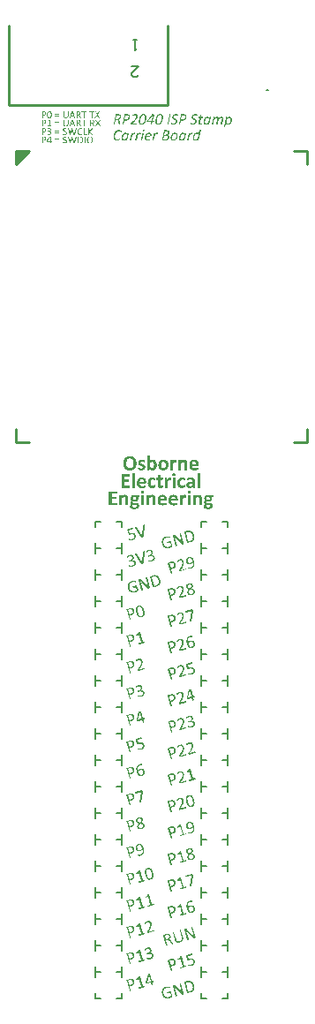
<source format=gto>
G04*
G04 #@! TF.GenerationSoftware,Altium Limited,Altium Designer,22.4.2 (48)*
G04*
G04 Layer_Color=65535*
%FSLAX25Y25*%
%MOIN*%
G70*
G04*
G04 #@! TF.SameCoordinates,CDAD1D31-92B0-4844-B762-6F75AC63F9A2*
G04*
G04*
G04 #@! TF.FilePolarity,Positive*
G04*
G01*
G75*
%ADD10C,0.00787*%
%ADD11C,0.01000*%
%ADD12C,0.00750*%
%ADD13C,0.00800*%
G36*
X7500Y322500D02*
X12500D01*
X7500Y317500D01*
Y322500D01*
D02*
G37*
G36*
X71218Y205990D02*
X71301Y205980D01*
X71403Y205971D01*
X71505Y205953D01*
X71607Y205916D01*
X71708Y205879D01*
X71718Y205869D01*
X71755Y205860D01*
X71792Y205832D01*
X71856Y205795D01*
X71912Y205749D01*
X71986Y205684D01*
X72051Y205620D01*
X72106Y205546D01*
X72115Y205536D01*
X72134Y205509D01*
X72162Y205462D01*
X72189Y205407D01*
X72226Y205342D01*
X72263Y205259D01*
X72300Y205166D01*
X72328Y205065D01*
Y205055D01*
X72337Y205018D01*
X72356Y204954D01*
X72365Y204880D01*
X72384Y204778D01*
X72393Y204667D01*
X72402Y204537D01*
Y204399D01*
Y202197D01*
Y202188D01*
Y202169D01*
X72393Y202151D01*
X72374Y202123D01*
X72365D01*
X72356Y202105D01*
X72328Y202095D01*
X72291Y202077D01*
X72282D01*
X72254Y202068D01*
X72199D01*
X72134Y202058D01*
X72115D01*
X72069Y202049D01*
X71995Y202040D01*
X71819D01*
X71736Y202049D01*
X71653Y202058D01*
X71634D01*
X71597Y202068D01*
X71551D01*
X71505Y202077D01*
X71496D01*
X71477Y202086D01*
X71449Y202105D01*
X71422Y202123D01*
Y202132D01*
X71412Y202142D01*
X71403Y202197D01*
Y204232D01*
Y204241D01*
Y204278D01*
Y204325D01*
X71394Y204380D01*
X71385Y204510D01*
X71375Y204584D01*
X71357Y204639D01*
Y204648D01*
X71348Y204667D01*
X71338Y204695D01*
X71329Y204722D01*
X71292Y204806D01*
X71246Y204889D01*
Y204898D01*
X71237Y204907D01*
X71200Y204954D01*
X71144Y205009D01*
X71061Y205055D01*
X71052D01*
X71042Y205065D01*
X70987Y205092D01*
X70904Y205111D01*
X70802Y205120D01*
X70765D01*
X70728Y205111D01*
X70682Y205102D01*
X70617Y205083D01*
X70552Y205055D01*
X70478Y205018D01*
X70404Y204972D01*
X70395Y204963D01*
X70367Y204944D01*
X70330Y204917D01*
X70284Y204870D01*
X70219Y204815D01*
X70154Y204741D01*
X70080Y204658D01*
X70006Y204565D01*
Y202197D01*
Y202188D01*
Y202169D01*
X69997Y202151D01*
X69979Y202123D01*
X69969D01*
X69960Y202105D01*
X69932Y202095D01*
X69895Y202077D01*
X69886D01*
X69858Y202068D01*
X69803D01*
X69738Y202058D01*
X69720D01*
X69673Y202049D01*
X69599Y202040D01*
X69414D01*
X69331Y202049D01*
X69248Y202058D01*
X69229D01*
X69192Y202068D01*
X69146D01*
X69100Y202077D01*
X69091D01*
X69072Y202086D01*
X69044Y202105D01*
X69017Y202123D01*
Y202132D01*
X69007Y202142D01*
X68998Y202197D01*
Y205758D01*
Y205768D01*
Y205786D01*
X69017Y205832D01*
Y205842D01*
X69035Y205851D01*
X69054Y205860D01*
X69081Y205879D01*
X69091D01*
X69118Y205888D01*
X69165Y205897D01*
X69220Y205906D01*
X69239D01*
X69276Y205916D01*
X69340Y205925D01*
X69498D01*
X69572Y205916D01*
X69636Y205906D01*
X69655D01*
X69683Y205897D01*
X69729Y205888D01*
X69766Y205879D01*
X69775D01*
X69794Y205869D01*
X69812Y205851D01*
X69831Y205832D01*
X69840Y205823D01*
X69849Y205814D01*
X69858Y205786D01*
Y205758D01*
Y205351D01*
X69868Y205370D01*
X69905Y205407D01*
X69969Y205462D01*
X70043Y205536D01*
X70127Y205610D01*
X70228Y205694D01*
X70339Y205768D01*
X70450Y205832D01*
X70469Y205842D01*
X70506Y205860D01*
X70571Y205888D01*
X70645Y205916D01*
X70746Y205943D01*
X70848Y205971D01*
X70968Y205990D01*
X71089Y205999D01*
X71153D01*
X71218Y205990D01*
D02*
G37*
G36*
X67999D02*
X68008D01*
X68036Y205980D01*
X68082Y205971D01*
X68129Y205962D01*
X68138D01*
X68166Y205953D01*
X68240Y205934D01*
X68249D01*
X68267Y205925D01*
X68286Y205916D01*
X68304Y205897D01*
X68314D01*
X68323Y205888D01*
X68341Y205851D01*
X68351Y205832D01*
Y205814D01*
X68360Y205786D01*
Y205777D01*
X68369Y205758D01*
Y205721D01*
Y205666D01*
Y205647D01*
X68378Y205610D01*
Y205536D01*
Y205435D01*
Y205425D01*
Y205407D01*
Y205351D01*
Y205268D01*
X68369Y205194D01*
Y205185D01*
X68360Y205148D01*
X68351Y205102D01*
X68341Y205055D01*
Y205046D01*
X68332Y205028D01*
X68314Y205000D01*
X68295Y204981D01*
X68277Y204972D01*
X68258Y204963D01*
X68212D01*
X68156Y204972D01*
X68147D01*
X68129Y204981D01*
X68101Y204991D01*
X68064Y205000D01*
X68055D01*
X68036Y205009D01*
X67999Y205028D01*
X67953Y205037D01*
X67944D01*
X67916Y205046D01*
X67879Y205055D01*
X67777D01*
X67722Y205037D01*
X67657Y205018D01*
X67638Y205009D01*
X67601Y204991D01*
X67546Y204954D01*
X67481Y204907D01*
X67463Y204898D01*
X67426Y204852D01*
X67370Y204796D01*
X67296Y204713D01*
Y204704D01*
X67278Y204695D01*
X67259Y204667D01*
X67241Y204630D01*
X67176Y204537D01*
X67093Y204417D01*
Y202197D01*
Y202188D01*
Y202169D01*
X67083Y202151D01*
X67065Y202123D01*
X67056D01*
X67046Y202105D01*
X67019Y202095D01*
X66982Y202077D01*
X66972D01*
X66945Y202068D01*
X66889D01*
X66824Y202058D01*
X66806D01*
X66760Y202049D01*
X66686Y202040D01*
X66501D01*
X66417Y202049D01*
X66334Y202058D01*
X66316D01*
X66279Y202068D01*
X66232D01*
X66186Y202077D01*
X66177D01*
X66158Y202086D01*
X66131Y202105D01*
X66103Y202123D01*
Y202132D01*
X66094Y202142D01*
X66084Y202197D01*
Y205758D01*
Y205768D01*
Y205786D01*
X66103Y205832D01*
Y205842D01*
X66121Y205851D01*
X66140Y205860D01*
X66168Y205879D01*
X66177D01*
X66205Y205888D01*
X66251Y205897D01*
X66306Y205906D01*
X66325D01*
X66362Y205916D01*
X66427Y205925D01*
X66584D01*
X66658Y205916D01*
X66723Y205906D01*
X66741D01*
X66769Y205897D01*
X66815Y205888D01*
X66852Y205879D01*
X66861D01*
X66880Y205869D01*
X66898Y205851D01*
X66917Y205832D01*
X66926Y205823D01*
X66935Y205814D01*
X66945Y205786D01*
Y205758D01*
Y205314D01*
X66954Y205324D01*
X66972Y205351D01*
X66991Y205388D01*
X67028Y205435D01*
X67111Y205546D01*
X67204Y205647D01*
X67213Y205657D01*
X67222Y205666D01*
X67287Y205721D01*
X67361Y205786D01*
X67444Y205851D01*
X67453D01*
X67463Y205860D01*
X67518Y205897D01*
X67583Y205934D01*
X67666Y205962D01*
X67675D01*
X67685Y205971D01*
X67740Y205980D01*
X67805Y205990D01*
X67888Y205999D01*
X67962D01*
X67999Y205990D01*
D02*
G37*
G36*
X55484D02*
X55604Y205971D01*
X55632D01*
X55660Y205962D01*
X55697Y205953D01*
X55789Y205934D01*
X55891Y205906D01*
X55900D01*
X55909Y205897D01*
X55965Y205879D01*
X56039Y205860D01*
X56104Y205823D01*
X56122Y205814D01*
X56159Y205805D01*
X56196Y205777D01*
X56233Y205758D01*
X56242D01*
X56252Y205740D01*
X56270Y205721D01*
X56279Y205694D01*
Y205684D01*
X56289Y205675D01*
X56307Y205620D01*
Y205610D01*
X56316Y205592D01*
Y205564D01*
X56326Y205518D01*
Y205509D01*
X56335Y205481D01*
Y205435D01*
Y205370D01*
Y205351D01*
Y205305D01*
Y205250D01*
X56326Y205185D01*
Y205176D01*
X56316Y205148D01*
X56307Y205111D01*
X56298Y205083D01*
Y205074D01*
X56289Y205065D01*
X56261Y205028D01*
X56252D01*
X56215Y205018D01*
X56205D01*
X56187Y205028D01*
X56150Y205037D01*
X56094Y205055D01*
X56085Y205065D01*
X56048Y205083D01*
X55983Y205111D01*
X55909Y205148D01*
X55900D01*
X55891Y205157D01*
X55835Y205176D01*
X55752Y205203D01*
X55641Y205240D01*
X55632D01*
X55613Y205250D01*
X55586Y205259D01*
X55549Y205268D01*
X55438Y205277D01*
X55308Y205287D01*
X55225D01*
X55151Y205268D01*
X55068Y205250D01*
X55049Y205240D01*
X55012Y205231D01*
X54957Y205203D01*
X54901Y205166D01*
X54892Y205157D01*
X54864Y205139D01*
X54836Y205092D01*
X54809Y205046D01*
Y205037D01*
X54799Y205000D01*
X54790Y204954D01*
X54781Y204898D01*
Y204889D01*
Y204880D01*
X54790Y204824D01*
X54809Y204759D01*
X54855Y204695D01*
X54864Y204685D01*
X54910Y204648D01*
X54966Y204593D01*
X55049Y204547D01*
X55058D01*
X55068Y204537D01*
X55095Y204528D01*
X55132Y204510D01*
X55225Y204473D01*
X55336Y204426D01*
X55345D01*
X55364Y204417D01*
X55391Y204408D01*
X55438Y204389D01*
X55539Y204352D01*
X55650Y204306D01*
X55660D01*
X55678Y204297D01*
X55715Y204278D01*
X55752Y204260D01*
X55854Y204214D01*
X55974Y204149D01*
X55983D01*
X56002Y204130D01*
X56030Y204112D01*
X56067Y204093D01*
X56159Y204029D01*
X56252Y203936D01*
X56261Y203927D01*
X56270Y203918D01*
X56298Y203890D01*
X56326Y203853D01*
X56390Y203751D01*
X56455Y203622D01*
Y203612D01*
X56464Y203594D01*
X56483Y203557D01*
X56501Y203501D01*
X56511Y203446D01*
X56529Y203372D01*
X56538Y203205D01*
Y203196D01*
Y203150D01*
X56529Y203094D01*
X56520Y203020D01*
X56511Y202937D01*
X56492Y202854D01*
X56455Y202761D01*
X56418Y202669D01*
X56409Y202660D01*
X56400Y202632D01*
X56372Y202586D01*
X56335Y202530D01*
X56289Y202475D01*
X56233Y202410D01*
X56168Y202345D01*
X56094Y202280D01*
X56085Y202271D01*
X56057Y202253D01*
X56011Y202225D01*
X55956Y202197D01*
X55882Y202151D01*
X55798Y202114D01*
X55706Y202077D01*
X55604Y202049D01*
X55595D01*
X55558Y202040D01*
X55502Y202031D01*
X55428Y202012D01*
X55336Y202003D01*
X55234Y201984D01*
X55114Y201975D01*
X54920D01*
X54873Y201984D01*
X54744Y201994D01*
X54605Y202012D01*
X54596D01*
X54577Y202021D01*
X54540D01*
X54503Y202031D01*
X54392Y202049D01*
X54281Y202077D01*
X54272D01*
X54263Y202086D01*
X54198Y202105D01*
X54124Y202132D01*
X54041Y202169D01*
X54022Y202179D01*
X53985Y202197D01*
X53939Y202225D01*
X53902Y202262D01*
X53893Y202271D01*
X53884Y202299D01*
X53856Y202336D01*
X53837Y202391D01*
Y202410D01*
X53828Y202456D01*
X53819Y202539D01*
Y202660D01*
Y202669D01*
Y202678D01*
Y202724D01*
Y202780D01*
Y202835D01*
Y202845D01*
X53828Y202882D01*
X53837Y202909D01*
X53847Y202946D01*
Y202956D01*
X53856Y202974D01*
X53874Y202993D01*
X53884Y203011D01*
X53893D01*
X53902Y203020D01*
X53948Y203030D01*
X53958D01*
X53976Y203020D01*
X54013Y203011D01*
X54069Y202974D01*
X54087Y202965D01*
X54133Y202946D01*
X54198Y202909D01*
X54291Y202863D01*
X54300D01*
X54318Y202854D01*
X54337Y202845D01*
X54374Y202826D01*
X54466Y202789D01*
X54587Y202752D01*
X54596D01*
X54614Y202743D01*
X54651Y202734D01*
X54698D01*
X54753Y202724D01*
X54818Y202715D01*
X54975Y202706D01*
X55049D01*
X55123Y202715D01*
X55206Y202734D01*
X55216D01*
X55225Y202743D01*
X55271Y202752D01*
X55336Y202780D01*
X55391Y202808D01*
X55410Y202817D01*
X55438Y202845D01*
X55475Y202882D01*
X55512Y202937D01*
X55521Y202956D01*
X55539Y202993D01*
X55549Y203048D01*
X55558Y203122D01*
Y203131D01*
Y203141D01*
X55549Y203196D01*
X55530Y203261D01*
X55484Y203326D01*
X55475Y203344D01*
X55428Y203381D01*
X55364Y203427D01*
X55280Y203483D01*
X55271D01*
X55262Y203492D01*
X55234Y203511D01*
X55197Y203520D01*
X55114Y203557D01*
X55003Y203603D01*
X54994D01*
X54975Y203612D01*
X54947Y203622D01*
X54910Y203640D01*
X54809Y203677D01*
X54688Y203723D01*
X54679D01*
X54661Y203733D01*
X54633Y203751D01*
X54587Y203770D01*
X54494Y203825D01*
X54374Y203881D01*
X54365D01*
X54346Y203899D01*
X54318Y203918D01*
X54281Y203945D01*
X54198Y204010D01*
X54096Y204093D01*
X54087Y204103D01*
X54078Y204121D01*
X54050Y204140D01*
X54032Y204177D01*
X53967Y204278D01*
X53902Y204399D01*
Y204408D01*
X53893Y204436D01*
X53884Y204473D01*
X53874Y204528D01*
X53856Y204593D01*
X53847Y204667D01*
X53837Y204750D01*
Y204843D01*
Y204852D01*
Y204889D01*
X53847Y204935D01*
Y204991D01*
X53856Y205065D01*
X53874Y205148D01*
X53930Y205305D01*
X53939Y205314D01*
X53948Y205342D01*
X53976Y205379D01*
X54004Y205435D01*
X54096Y205546D01*
X54217Y205666D01*
X54226Y205675D01*
X54254Y205694D01*
X54291Y205721D01*
X54346Y205758D01*
X54411Y205795D01*
X54494Y205832D01*
X54587Y205869D01*
X54679Y205906D01*
X54688D01*
X54725Y205925D01*
X54781Y205934D01*
X54855Y205953D01*
X54947Y205971D01*
X55049Y205980D01*
X55160Y205999D01*
X55382D01*
X55484Y205990D01*
D02*
G37*
G36*
X75159D02*
X75270Y205980D01*
X75390Y205962D01*
X75519Y205943D01*
X75649Y205906D01*
X75769Y205860D01*
X75788Y205851D01*
X75825Y205832D01*
X75880Y205805D01*
X75954Y205768D01*
X76037Y205712D01*
X76130Y205647D01*
X76213Y205573D01*
X76296Y205490D01*
X76306Y205481D01*
X76333Y205453D01*
X76370Y205398D01*
X76407Y205333D01*
X76463Y205250D01*
X76509Y205157D01*
X76555Y205055D01*
X76592Y204935D01*
X76602Y204917D01*
X76611Y204880D01*
X76629Y204815D01*
X76648Y204732D01*
X76666Y204630D01*
X76676Y204510D01*
X76694Y204389D01*
Y204251D01*
Y204084D01*
Y204075D01*
Y204056D01*
Y204019D01*
X76685Y203982D01*
X76657Y203899D01*
X76611Y203816D01*
X76592Y203807D01*
X76555Y203779D01*
X76481Y203742D01*
X76380Y203733D01*
X74215D01*
Y203723D01*
Y203696D01*
Y203649D01*
X74224Y203594D01*
X74234Y203455D01*
X74261Y203307D01*
Y203298D01*
X74271Y203279D01*
X74289Y203242D01*
X74308Y203196D01*
X74363Y203094D01*
X74437Y202993D01*
X74446Y202983D01*
X74456Y202974D01*
X74483Y202946D01*
X74520Y202919D01*
X74613Y202854D01*
X74742Y202798D01*
X74752D01*
X74779Y202789D01*
X74816Y202780D01*
X74872Y202771D01*
X74937Y202752D01*
X75011Y202743D01*
X75094Y202734D01*
X75279D01*
X75344Y202743D01*
X75492Y202752D01*
X75649Y202771D01*
X75658D01*
X75686Y202780D01*
X75723Y202789D01*
X75769Y202798D01*
X75880Y202817D01*
X75991Y202845D01*
X76000D01*
X76019Y202854D01*
X76074Y202872D01*
X76158Y202900D01*
X76232Y202928D01*
X76241D01*
X76250Y202937D01*
X76287Y202956D01*
X76343Y202965D01*
X76398Y202974D01*
X76417D01*
X76454Y202956D01*
X76463D01*
X76472Y202946D01*
X76491Y202900D01*
Y202891D01*
X76500Y202882D01*
X76509Y202845D01*
X76518Y202798D01*
Y202789D01*
X76528Y202752D01*
Y202706D01*
Y202641D01*
Y202623D01*
Y202586D01*
Y202539D01*
X76518Y202484D01*
Y202475D01*
Y202447D01*
X76509Y202382D01*
Y202373D01*
X76500Y202354D01*
X76481Y202308D01*
X76472Y202290D01*
X76435Y202253D01*
Y202243D01*
X76407Y202234D01*
X76370Y202206D01*
X76333Y202188D01*
X76296Y202169D01*
X76287D01*
X76278Y202160D01*
X76250Y202151D01*
X76222Y202142D01*
X76121Y202114D01*
X76000Y202086D01*
X75991D01*
X75973Y202077D01*
X75936D01*
X75880Y202068D01*
X75825Y202049D01*
X75751Y202040D01*
X75593Y202012D01*
X75584D01*
X75556Y202003D01*
X75510D01*
X75445Y201994D01*
X75371Y201984D01*
X75288D01*
X75094Y201975D01*
X75011D01*
X74927Y201984D01*
X74807Y201994D01*
X74678Y202003D01*
X74539Y202021D01*
X74391Y202049D01*
X74252Y202086D01*
X74234Y202095D01*
X74197Y202105D01*
X74132Y202142D01*
X74049Y202179D01*
X73956Y202225D01*
X73854Y202290D01*
X73753Y202364D01*
X73660Y202447D01*
X73651Y202456D01*
X73623Y202493D01*
X73577Y202549D01*
X73521Y202623D01*
X73466Y202706D01*
X73410Y202817D01*
X73346Y202937D01*
X73299Y203067D01*
Y203085D01*
X73281Y203131D01*
X73262Y203215D01*
X73244Y203316D01*
X73225Y203446D01*
X73207Y203594D01*
X73198Y203760D01*
X73188Y203945D01*
Y203955D01*
Y203964D01*
Y203992D01*
Y204029D01*
X73198Y204112D01*
X73207Y204232D01*
X73216Y204362D01*
X73244Y204500D01*
X73272Y204648D01*
X73309Y204796D01*
X73318Y204815D01*
X73327Y204861D01*
X73355Y204935D01*
X73401Y205028D01*
X73447Y205129D01*
X73512Y205231D01*
X73577Y205342D01*
X73660Y205444D01*
X73669Y205453D01*
X73706Y205490D01*
X73753Y205536D01*
X73827Y205592D01*
X73910Y205666D01*
X74012Y205731D01*
X74123Y205795D01*
X74243Y205851D01*
X74261Y205860D01*
X74308Y205879D01*
X74372Y205897D01*
X74465Y205925D01*
X74576Y205953D01*
X74705Y205980D01*
X74853Y205990D01*
X75001Y205999D01*
X75075D01*
X75159Y205990D01*
D02*
G37*
G36*
X63587D02*
X63707Y205980D01*
X63837Y205962D01*
X63975Y205943D01*
X64114Y205906D01*
X64253Y205860D01*
X64271Y205851D01*
X64308Y205832D01*
X64373Y205805D01*
X64456Y205768D01*
X64549Y205712D01*
X64641Y205647D01*
X64734Y205573D01*
X64826Y205481D01*
X64836Y205472D01*
X64863Y205435D01*
X64910Y205379D01*
X64956Y205314D01*
X65011Y205222D01*
X65067Y205111D01*
X65122Y204991D01*
X65169Y204861D01*
X65178Y204843D01*
X65187Y204796D01*
X65206Y204722D01*
X65233Y204621D01*
X65252Y204491D01*
X65270Y204352D01*
X65280Y204195D01*
X65289Y204019D01*
Y204010D01*
Y204001D01*
Y203945D01*
X65280Y203853D01*
X65270Y203742D01*
X65261Y203622D01*
X65243Y203474D01*
X65206Y203335D01*
X65169Y203187D01*
X65159Y203168D01*
X65150Y203122D01*
X65113Y203057D01*
X65076Y202965D01*
X65030Y202863D01*
X64965Y202752D01*
X64891Y202641D01*
X64799Y202539D01*
X64789Y202530D01*
X64752Y202493D01*
X64706Y202447D01*
X64632Y202391D01*
X64540Y202317D01*
X64438Y202253D01*
X64318Y202188D01*
X64188Y202123D01*
X64170Y202114D01*
X64123Y202105D01*
X64049Y202077D01*
X63938Y202049D01*
X63818Y202021D01*
X63670Y202003D01*
X63504Y201984D01*
X63328Y201975D01*
X63245D01*
X63161Y201984D01*
X63050Y201994D01*
X62921Y202003D01*
X62782Y202031D01*
X62643Y202058D01*
X62505Y202105D01*
X62486Y202114D01*
X62449Y202132D01*
X62384Y202160D01*
X62301Y202197D01*
X62209Y202253D01*
X62107Y202317D01*
X62014Y202401D01*
X61922Y202484D01*
X61913Y202493D01*
X61885Y202530D01*
X61839Y202586D01*
X61792Y202660D01*
X61737Y202752D01*
X61681Y202854D01*
X61626Y202974D01*
X61580Y203104D01*
Y203122D01*
X61561Y203168D01*
X61543Y203242D01*
X61524Y203344D01*
X61506Y203474D01*
X61487Y203612D01*
X61478Y203770D01*
X61469Y203945D01*
Y203955D01*
Y203964D01*
Y204019D01*
X61478Y204112D01*
X61487Y204223D01*
X61496Y204352D01*
X61524Y204491D01*
X61552Y204630D01*
X61589Y204778D01*
X61598Y204796D01*
X61607Y204843D01*
X61644Y204917D01*
X61681Y205000D01*
X61728Y205102D01*
X61792Y205213D01*
X61866Y205324D01*
X61950Y205425D01*
X61959Y205435D01*
X61996Y205472D01*
X62051Y205518D01*
X62116Y205583D01*
X62209Y205647D01*
X62310Y205721D01*
X62431Y205786D01*
X62560Y205851D01*
X62579Y205860D01*
X62625Y205879D01*
X62699Y205897D01*
X62810Y205925D01*
X62930Y205953D01*
X63078Y205980D01*
X63245Y205990D01*
X63420Y205999D01*
X63504D01*
X63587Y205990D01*
D02*
G37*
G36*
X57954Y207627D02*
X58028Y207618D01*
X58046D01*
X58083Y207608D01*
X58139Y207599D01*
X58185Y207581D01*
X58194D01*
X58213Y207571D01*
X58240Y207553D01*
X58268Y207525D01*
X58277D01*
X58287Y207507D01*
X58296Y207488D01*
Y207460D01*
Y205490D01*
X58305Y205499D01*
X58314Y205509D01*
X58342Y205536D01*
X58379Y205564D01*
X58462Y205638D01*
X58564Y205712D01*
X58573Y205721D01*
X58592Y205731D01*
X58620Y205749D01*
X58647Y205768D01*
X58740Y205823D01*
X58832Y205869D01*
X58842D01*
X58860Y205879D01*
X58888Y205888D01*
X58916Y205906D01*
X59008Y205934D01*
X59110Y205962D01*
X59119D01*
X59138Y205971D01*
X59165D01*
X59202Y205980D01*
X59304Y205990D01*
X59415Y205999D01*
X59480D01*
X59554Y205990D01*
X59646Y205980D01*
X59757Y205962D01*
X59868Y205925D01*
X59979Y205888D01*
X60090Y205832D01*
X60100Y205823D01*
X60137Y205805D01*
X60183Y205768D01*
X60248Y205721D01*
X60322Y205657D01*
X60396Y205583D01*
X60470Y205499D01*
X60534Y205407D01*
X60544Y205398D01*
X60562Y205361D01*
X60599Y205305D01*
X60636Y205231D01*
X60673Y205139D01*
X60719Y205028D01*
X60756Y204907D01*
X60793Y204778D01*
Y204759D01*
X60803Y204713D01*
X60821Y204648D01*
X60840Y204556D01*
X60849Y204445D01*
X60867Y204315D01*
X60877Y204177D01*
Y204029D01*
Y204019D01*
Y204010D01*
Y203982D01*
Y203945D01*
X60867Y203862D01*
Y203742D01*
X60849Y203612D01*
X60830Y203474D01*
X60803Y203326D01*
X60766Y203178D01*
Y203159D01*
X60747Y203113D01*
X60719Y203048D01*
X60692Y202956D01*
X60645Y202854D01*
X60599Y202743D01*
X60534Y202632D01*
X60470Y202530D01*
X60460Y202521D01*
X60433Y202484D01*
X60396Y202438D01*
X60340Y202382D01*
X60266Y202308D01*
X60183Y202243D01*
X60090Y202179D01*
X59989Y202114D01*
X59979Y202105D01*
X59942Y202095D01*
X59878Y202068D01*
X59804Y202049D01*
X59702Y202021D01*
X59591Y201994D01*
X59471Y201984D01*
X59341Y201975D01*
X59276D01*
X59230Y201984D01*
X59119Y201994D01*
X58999Y202012D01*
X58990D01*
X58971Y202021D01*
X58943Y202031D01*
X58906Y202040D01*
X58814Y202068D01*
X58703Y202114D01*
X58694D01*
X58675Y202123D01*
X58647Y202142D01*
X58620Y202169D01*
X58527Y202225D01*
X58425Y202299D01*
X58416Y202308D01*
X58398Y202317D01*
X58370Y202345D01*
X58342Y202382D01*
X58250Y202475D01*
X58148Y202586D01*
Y202197D01*
Y202188D01*
Y202169D01*
X58139Y202151D01*
X58120Y202123D01*
X58102Y202105D01*
X58083Y202095D01*
X58046Y202077D01*
X58037D01*
X58009Y202068D01*
X57972Y202058D01*
X57917Y202049D01*
X57861D01*
X57796Y202040D01*
X57565D01*
X57500Y202049D01*
X57491D01*
X57454Y202058D01*
X57417Y202068D01*
X57371Y202077D01*
X57362D01*
X57343Y202086D01*
X57325Y202105D01*
X57306Y202123D01*
Y202132D01*
X57297Y202142D01*
X57288Y202197D01*
Y207460D01*
Y207470D01*
Y207479D01*
X57306Y207525D01*
X57315Y207534D01*
X57325Y207544D01*
X57352Y207562D01*
X57389Y207581D01*
X57399Y207590D01*
X57426Y207599D01*
X57473Y207608D01*
X57537Y207618D01*
X57556D01*
X57611Y207627D01*
X57685Y207636D01*
X57870D01*
X57954Y207627D01*
D02*
G37*
G36*
X51007Y207322D02*
X51146Y207312D01*
X51312Y207294D01*
X51479Y207266D01*
X51654Y207229D01*
X51830Y207174D01*
X51839D01*
X51849Y207164D01*
X51904Y207146D01*
X51987Y207109D01*
X52098Y207053D01*
X52209Y206989D01*
X52339Y206905D01*
X52459Y206804D01*
X52579Y206693D01*
X52589Y206674D01*
X52626Y206637D01*
X52681Y206563D01*
X52755Y206471D01*
X52829Y206350D01*
X52903Y206212D01*
X52977Y206045D01*
X53042Y205869D01*
Y205860D01*
X53051Y205851D01*
X53060Y205823D01*
X53070Y205786D01*
X53079Y205740D01*
X53088Y205675D01*
X53125Y205536D01*
X53153Y205370D01*
X53171Y205176D01*
X53190Y204944D01*
X53199Y204704D01*
Y204695D01*
Y204676D01*
Y204639D01*
Y204593D01*
X53190Y204537D01*
Y204473D01*
X53181Y204325D01*
X53162Y204140D01*
X53125Y203955D01*
X53088Y203751D01*
X53033Y203557D01*
Y203548D01*
X53023Y203538D01*
X53014Y203511D01*
X53005Y203474D01*
X52968Y203381D01*
X52912Y203261D01*
X52848Y203122D01*
X52764Y202983D01*
X52672Y202835D01*
X52561Y202697D01*
X52542Y202678D01*
X52505Y202641D01*
X52441Y202576D01*
X52348Y202502D01*
X52228Y202410D01*
X52098Y202327D01*
X51941Y202234D01*
X51775Y202160D01*
X51765D01*
X51756Y202151D01*
X51728Y202142D01*
X51691Y202132D01*
X51599Y202105D01*
X51469Y202068D01*
X51312Y202031D01*
X51127Y202003D01*
X50924Y201984D01*
X50702Y201975D01*
X50600D01*
X50544Y201984D01*
X50489D01*
X50341Y201994D01*
X50184Y202012D01*
X50008Y202040D01*
X49823Y202077D01*
X49647Y202132D01*
X49638D01*
X49629Y202142D01*
X49573Y202160D01*
X49490Y202197D01*
X49388Y202253D01*
X49268Y202317D01*
X49148Y202401D01*
X49018Y202502D01*
X48898Y202613D01*
X48889Y202632D01*
X48852Y202669D01*
X48796Y202743D01*
X48731Y202835D01*
X48657Y202956D01*
X48583Y203094D01*
X48519Y203261D01*
X48454Y203437D01*
Y203446D01*
X48445Y203455D01*
Y203492D01*
X48435Y203529D01*
X48417Y203575D01*
X48408Y203631D01*
X48380Y203770D01*
X48352Y203945D01*
X48334Y204149D01*
X48315Y204371D01*
X48306Y204621D01*
Y204630D01*
Y204648D01*
Y204685D01*
Y204722D01*
X48315Y204778D01*
Y204843D01*
X48324Y204991D01*
X48343Y205166D01*
X48371Y205351D01*
X48408Y205546D01*
X48463Y205740D01*
Y205749D01*
X48472Y205758D01*
X48482Y205786D01*
X48491Y205823D01*
X48528Y205916D01*
X48583Y206036D01*
X48648Y206175D01*
X48731Y206313D01*
X48824Y206461D01*
X48935Y206600D01*
X48953Y206619D01*
X48990Y206656D01*
X49055Y206720D01*
X49148Y206804D01*
X49259Y206887D01*
X49397Y206979D01*
X49545Y207063D01*
X49712Y207137D01*
X49721D01*
X49730Y207146D01*
X49758Y207155D01*
X49795Y207164D01*
X49897Y207201D01*
X50026Y207238D01*
X50184Y207266D01*
X50369Y207303D01*
X50572Y207322D01*
X50794Y207331D01*
X50942D01*
X51007Y207322D01*
D02*
G37*
G36*
X67490Y200784D02*
X67564Y200775D01*
X67722Y200747D01*
X67786Y200710D01*
X67842Y200673D01*
X67851Y200663D01*
X67860Y200654D01*
X67879Y200626D01*
X67907Y200580D01*
X67925Y200525D01*
X67944Y200451D01*
X67953Y200367D01*
X67962Y200266D01*
Y200256D01*
Y200219D01*
X67953Y200164D01*
X67944Y200099D01*
X67907Y199970D01*
X67879Y199905D01*
X67833Y199849D01*
X67823D01*
X67805Y199831D01*
X67777Y199812D01*
X67731Y199794D01*
X67666Y199776D01*
X67592Y199757D01*
X67490Y199748D01*
X67379Y199739D01*
X67324D01*
X67268Y199748D01*
X67194Y199757D01*
X67037Y199785D01*
X66972Y199812D01*
X66917Y199849D01*
Y199859D01*
X66898Y199868D01*
X66880Y199896D01*
X66861Y199942D01*
X66843Y199997D01*
X66824Y200062D01*
X66815Y200146D01*
X66806Y200247D01*
Y200256D01*
Y200293D01*
X66815Y200349D01*
X66824Y200414D01*
X66861Y200553D01*
X66889Y200617D01*
X66926Y200673D01*
X66935Y200682D01*
X66954Y200691D01*
X66982Y200710D01*
X67028Y200738D01*
X67093Y200756D01*
X67167Y200775D01*
X67268Y200784D01*
X67379Y200793D01*
X67435D01*
X67490Y200784D01*
D02*
G37*
G36*
X65881Y199294D02*
X65890D01*
X65918Y199285D01*
X65964Y199276D01*
X66010Y199267D01*
X66020D01*
X66047Y199258D01*
X66121Y199239D01*
X66131D01*
X66149Y199230D01*
X66168Y199221D01*
X66186Y199202D01*
X66195D01*
X66205Y199193D01*
X66223Y199156D01*
X66232Y199137D01*
Y199119D01*
X66242Y199091D01*
Y199082D01*
X66251Y199063D01*
Y199026D01*
Y198971D01*
Y198952D01*
X66260Y198915D01*
Y198841D01*
Y198740D01*
Y198730D01*
Y198712D01*
Y198656D01*
Y198573D01*
X66251Y198499D01*
Y198490D01*
X66242Y198453D01*
X66232Y198407D01*
X66223Y198360D01*
Y198351D01*
X66214Y198333D01*
X66195Y198305D01*
X66177Y198286D01*
X66158Y198277D01*
X66140Y198268D01*
X66094D01*
X66038Y198277D01*
X66029D01*
X66010Y198286D01*
X65983Y198295D01*
X65946Y198305D01*
X65936D01*
X65918Y198314D01*
X65881Y198333D01*
X65835Y198342D01*
X65825D01*
X65798Y198351D01*
X65761Y198360D01*
X65659D01*
X65603Y198342D01*
X65539Y198323D01*
X65520Y198314D01*
X65483Y198295D01*
X65428Y198258D01*
X65363Y198212D01*
X65344Y198203D01*
X65307Y198157D01*
X65252Y198101D01*
X65178Y198018D01*
Y198009D01*
X65159Y198000D01*
X65141Y197972D01*
X65122Y197935D01*
X65058Y197842D01*
X64974Y197722D01*
Y195502D01*
Y195493D01*
Y195474D01*
X64965Y195456D01*
X64947Y195428D01*
X64937D01*
X64928Y195410D01*
X64900Y195400D01*
X64863Y195382D01*
X64854D01*
X64826Y195372D01*
X64771D01*
X64706Y195363D01*
X64688D01*
X64641Y195354D01*
X64567Y195345D01*
X64382D01*
X64299Y195354D01*
X64216Y195363D01*
X64197D01*
X64160Y195372D01*
X64114D01*
X64068Y195382D01*
X64059D01*
X64040Y195391D01*
X64012Y195410D01*
X63985Y195428D01*
Y195437D01*
X63975Y195447D01*
X63966Y195502D01*
Y199063D01*
Y199073D01*
Y199091D01*
X63985Y199137D01*
Y199146D01*
X64003Y199156D01*
X64022Y199165D01*
X64049Y199183D01*
X64059D01*
X64086Y199193D01*
X64133Y199202D01*
X64188Y199211D01*
X64207D01*
X64244Y199221D01*
X64308Y199230D01*
X64466D01*
X64540Y199221D01*
X64604Y199211D01*
X64623D01*
X64651Y199202D01*
X64697Y199193D01*
X64734Y199183D01*
X64743D01*
X64762Y199174D01*
X64780Y199156D01*
X64799Y199137D01*
X64808Y199128D01*
X64817Y199119D01*
X64826Y199091D01*
Y199063D01*
Y198619D01*
X64836Y198628D01*
X64854Y198656D01*
X64873Y198693D01*
X64910Y198740D01*
X64993Y198851D01*
X65085Y198952D01*
X65095Y198961D01*
X65104Y198971D01*
X65169Y199026D01*
X65243Y199091D01*
X65326Y199156D01*
X65335D01*
X65344Y199165D01*
X65400Y199202D01*
X65465Y199239D01*
X65548Y199267D01*
X65557D01*
X65566Y199276D01*
X65622Y199285D01*
X65687Y199294D01*
X65770Y199304D01*
X65844D01*
X65881Y199294D01*
D02*
G37*
G36*
X70663Y199276D02*
X70774Y199258D01*
X70783D01*
X70802Y199248D01*
X70830D01*
X70867Y199239D01*
X70959Y199211D01*
X71061Y199183D01*
X71070D01*
X71089Y199174D01*
X71144Y199156D01*
X71218Y199119D01*
X71301Y199073D01*
X71311D01*
X71320Y199063D01*
X71366Y199036D01*
X71412Y199008D01*
X71449Y198971D01*
X71459Y198961D01*
X71477Y198952D01*
X71496Y198925D01*
X71514Y198897D01*
Y198888D01*
X71523Y198878D01*
X71542Y198823D01*
Y198813D01*
X71551Y198795D01*
Y198749D01*
X71560Y198703D01*
Y198693D01*
X71570Y198656D01*
Y198601D01*
Y198536D01*
Y198527D01*
Y198499D01*
Y198462D01*
X71560Y198407D01*
X71551Y198305D01*
X71542Y198249D01*
X71523Y198212D01*
X71514Y198194D01*
X71496Y198166D01*
X71468Y198138D01*
X71422Y198120D01*
X71412D01*
X71385Y198129D01*
X71338Y198147D01*
X71283Y198175D01*
X71274Y198185D01*
X71237Y198212D01*
X71172Y198249D01*
X71098Y198295D01*
X71079Y198305D01*
X71033Y198333D01*
X70950Y198370D01*
X70848Y198416D01*
X70839D01*
X70820Y198425D01*
X70793Y198434D01*
X70756Y198453D01*
X70654Y198471D01*
X70515Y198480D01*
X70450D01*
X70376Y198462D01*
X70293Y198443D01*
X70191Y198407D01*
X70090Y198351D01*
X69997Y198277D01*
X69914Y198175D01*
X69905Y198157D01*
X69886Y198120D01*
X69849Y198046D01*
X69812Y197953D01*
X69775Y197824D01*
X69738Y197676D01*
X69720Y197491D01*
X69710Y197287D01*
Y197278D01*
Y197241D01*
Y197186D01*
X69720Y197121D01*
Y197037D01*
X69729Y196954D01*
X69757Y196779D01*
Y196769D01*
X69766Y196741D01*
X69784Y196704D01*
X69794Y196649D01*
X69849Y196529D01*
X69914Y196408D01*
X69923Y196399D01*
X69932Y196381D01*
X69988Y196325D01*
X70062Y196251D01*
X70164Y196186D01*
X70173D01*
X70191Y196177D01*
X70228Y196168D01*
X70265Y196159D01*
X70321Y196140D01*
X70386Y196131D01*
X70524Y196122D01*
X70598D01*
X70645Y196131D01*
X70756Y196150D01*
X70876Y196177D01*
X70885D01*
X70904Y196186D01*
X70931Y196205D01*
X70968Y196223D01*
X71052Y196260D01*
X71144Y196316D01*
X71153D01*
X71163Y196325D01*
X71209Y196362D01*
X71274Y196408D01*
X71329Y196455D01*
X71338Y196464D01*
X71375Y196492D01*
X71412Y196510D01*
X71459Y196519D01*
X71477D01*
X71496Y196510D01*
X71514Y196492D01*
X71523D01*
X71533Y196473D01*
X71542Y196455D01*
X71551Y196418D01*
Y196408D01*
X71560Y196381D01*
X71570Y196335D01*
X71579Y196279D01*
Y196260D01*
X71588Y196223D01*
Y196159D01*
Y196066D01*
Y196048D01*
Y196011D01*
Y195946D01*
X71579Y195890D01*
Y195881D01*
X71570Y195844D01*
Y195807D01*
X71560Y195770D01*
Y195761D01*
X71551Y195742D01*
X71533Y195696D01*
Y195687D01*
X71523Y195678D01*
X71505Y195650D01*
X71477Y195622D01*
X71468Y195613D01*
X71440Y195595D01*
X71385Y195557D01*
X71311Y195511D01*
X71301D01*
X71292Y195502D01*
X71237Y195474D01*
X71153Y195437D01*
X71052Y195391D01*
X71042D01*
X71024Y195382D01*
X70996Y195372D01*
X70959Y195363D01*
X70857Y195345D01*
X70728Y195317D01*
X70719D01*
X70700Y195308D01*
X70663D01*
X70617Y195299D01*
X70506Y195289D01*
X70367Y195280D01*
X70302D01*
X70219Y195289D01*
X70127Y195299D01*
X70006Y195308D01*
X69886Y195335D01*
X69757Y195363D01*
X69636Y195400D01*
X69627Y195410D01*
X69581Y195428D01*
X69525Y195456D01*
X69451Y195493D01*
X69368Y195548D01*
X69276Y195613D01*
X69183Y195696D01*
X69100Y195780D01*
X69091Y195789D01*
X69063Y195826D01*
X69026Y195881D01*
X68980Y195946D01*
X68924Y196038D01*
X68878Y196140D01*
X68822Y196260D01*
X68776Y196390D01*
Y196408D01*
X68758Y196455D01*
X68748Y196529D01*
X68730Y196631D01*
X68711Y196751D01*
X68693Y196889D01*
X68684Y197047D01*
X68674Y197213D01*
Y197222D01*
Y197241D01*
Y197269D01*
Y197306D01*
X68684Y197407D01*
X68693Y197528D01*
X68702Y197676D01*
X68730Y197833D01*
X68758Y197990D01*
X68804Y198138D01*
X68813Y198157D01*
X68832Y198203D01*
X68859Y198277D01*
X68896Y198370D01*
X68952Y198471D01*
X69017Y198573D01*
X69091Y198684D01*
X69174Y198786D01*
X69183Y198795D01*
X69220Y198832D01*
X69266Y198878D01*
X69331Y198934D01*
X69414Y198989D01*
X69516Y199054D01*
X69618Y199119D01*
X69738Y199165D01*
X69757Y199174D01*
X69794Y199183D01*
X69868Y199202D01*
X69951Y199230D01*
X70062Y199258D01*
X70191Y199276D01*
X70321Y199285D01*
X70469Y199294D01*
X70571D01*
X70663Y199276D01*
D02*
G37*
G36*
X59480D02*
X59591Y199258D01*
X59600D01*
X59619Y199248D01*
X59646D01*
X59683Y199239D01*
X59776Y199211D01*
X59878Y199183D01*
X59887D01*
X59905Y199174D01*
X59961Y199156D01*
X60035Y199119D01*
X60118Y199073D01*
X60127D01*
X60137Y199063D01*
X60183Y199036D01*
X60229Y199008D01*
X60266Y198971D01*
X60275Y198961D01*
X60294Y198952D01*
X60312Y198925D01*
X60331Y198897D01*
Y198888D01*
X60340Y198878D01*
X60359Y198823D01*
Y198813D01*
X60368Y198795D01*
Y198749D01*
X60377Y198703D01*
Y198693D01*
X60386Y198656D01*
Y198601D01*
Y198536D01*
Y198527D01*
Y198499D01*
Y198462D01*
X60377Y198407D01*
X60368Y198305D01*
X60359Y198249D01*
X60340Y198212D01*
X60331Y198194D01*
X60312Y198166D01*
X60285Y198138D01*
X60238Y198120D01*
X60229D01*
X60201Y198129D01*
X60155Y198147D01*
X60100Y198175D01*
X60090Y198185D01*
X60053Y198212D01*
X59989Y198249D01*
X59915Y198295D01*
X59896Y198305D01*
X59850Y198333D01*
X59767Y198370D01*
X59665Y198416D01*
X59656D01*
X59637Y198425D01*
X59609Y198434D01*
X59572Y198453D01*
X59471Y198471D01*
X59332Y198480D01*
X59267D01*
X59193Y198462D01*
X59110Y198443D01*
X59008Y198407D01*
X58906Y198351D01*
X58814Y198277D01*
X58731Y198175D01*
X58721Y198157D01*
X58703Y198120D01*
X58666Y198046D01*
X58629Y197953D01*
X58592Y197824D01*
X58555Y197676D01*
X58536Y197491D01*
X58527Y197287D01*
Y197278D01*
Y197241D01*
Y197186D01*
X58536Y197121D01*
Y197037D01*
X58546Y196954D01*
X58573Y196779D01*
Y196769D01*
X58583Y196741D01*
X58601Y196704D01*
X58610Y196649D01*
X58666Y196529D01*
X58731Y196408D01*
X58740Y196399D01*
X58749Y196381D01*
X58805Y196325D01*
X58879Y196251D01*
X58980Y196186D01*
X58990D01*
X59008Y196177D01*
X59045Y196168D01*
X59082Y196159D01*
X59138Y196140D01*
X59202Y196131D01*
X59341Y196122D01*
X59415D01*
X59461Y196131D01*
X59572Y196150D01*
X59693Y196177D01*
X59702D01*
X59720Y196186D01*
X59748Y196205D01*
X59785Y196223D01*
X59868Y196260D01*
X59961Y196316D01*
X59970D01*
X59979Y196325D01*
X60026Y196362D01*
X60090Y196408D01*
X60146Y196455D01*
X60155Y196464D01*
X60192Y196492D01*
X60229Y196510D01*
X60275Y196519D01*
X60294D01*
X60312Y196510D01*
X60331Y196492D01*
X60340D01*
X60349Y196473D01*
X60359Y196455D01*
X60368Y196418D01*
Y196408D01*
X60377Y196381D01*
X60386Y196335D01*
X60396Y196279D01*
Y196260D01*
X60405Y196223D01*
Y196159D01*
Y196066D01*
Y196048D01*
Y196011D01*
Y195946D01*
X60396Y195890D01*
Y195881D01*
X60386Y195844D01*
Y195807D01*
X60377Y195770D01*
Y195761D01*
X60368Y195742D01*
X60349Y195696D01*
Y195687D01*
X60340Y195678D01*
X60322Y195650D01*
X60294Y195622D01*
X60285Y195613D01*
X60257Y195595D01*
X60201Y195557D01*
X60127Y195511D01*
X60118D01*
X60109Y195502D01*
X60053Y195474D01*
X59970Y195437D01*
X59868Y195391D01*
X59859D01*
X59841Y195382D01*
X59813Y195372D01*
X59776Y195363D01*
X59674Y195345D01*
X59545Y195317D01*
X59535D01*
X59517Y195308D01*
X59480D01*
X59434Y195299D01*
X59323Y195289D01*
X59184Y195280D01*
X59119D01*
X59036Y195289D01*
X58943Y195299D01*
X58823Y195308D01*
X58703Y195335D01*
X58573Y195363D01*
X58453Y195400D01*
X58444Y195410D01*
X58398Y195428D01*
X58342Y195456D01*
X58268Y195493D01*
X58185Y195548D01*
X58092Y195613D01*
X58000Y195696D01*
X57917Y195780D01*
X57907Y195789D01*
X57880Y195826D01*
X57843Y195881D01*
X57796Y195946D01*
X57741Y196038D01*
X57695Y196140D01*
X57639Y196260D01*
X57593Y196390D01*
Y196408D01*
X57574Y196455D01*
X57565Y196529D01*
X57547Y196631D01*
X57528Y196751D01*
X57510Y196889D01*
X57500Y197047D01*
X57491Y197213D01*
Y197222D01*
Y197241D01*
Y197269D01*
Y197306D01*
X57500Y197407D01*
X57510Y197528D01*
X57519Y197676D01*
X57547Y197833D01*
X57574Y197990D01*
X57621Y198138D01*
X57630Y198157D01*
X57648Y198203D01*
X57676Y198277D01*
X57713Y198370D01*
X57769Y198471D01*
X57833Y198573D01*
X57907Y198684D01*
X57991Y198786D01*
X58000Y198795D01*
X58037Y198832D01*
X58083Y198878D01*
X58148Y198934D01*
X58231Y198989D01*
X58333Y199054D01*
X58435Y199119D01*
X58555Y199165D01*
X58573Y199174D01*
X58610Y199183D01*
X58684Y199202D01*
X58768Y199230D01*
X58879Y199258D01*
X59008Y199276D01*
X59138Y199285D01*
X59286Y199294D01*
X59387D01*
X59480Y199276D01*
D02*
G37*
G36*
X50572Y200534D02*
X50591Y200516D01*
X50600D01*
X50609Y200497D01*
X50618Y200479D01*
X50637Y200442D01*
Y200432D01*
X50646Y200414D01*
X50655Y200367D01*
X50665Y200321D01*
Y200312D01*
X50674Y200266D01*
X50683Y200210D01*
Y200127D01*
Y200118D01*
Y200109D01*
Y200062D01*
X50674Y199997D01*
X50665Y199933D01*
Y199924D01*
X50655Y199887D01*
X50646Y199849D01*
X50637Y199803D01*
Y199794D01*
X50628Y199776D01*
X50609Y199757D01*
X50591Y199739D01*
X50572Y199729D01*
X50526Y199720D01*
X48685D01*
Y198462D01*
X50267D01*
X50295Y198453D01*
X50313Y198434D01*
X50322D01*
X50332Y198416D01*
X50341Y198397D01*
X50359Y198370D01*
Y198360D01*
X50369Y198333D01*
X50378Y198295D01*
X50387Y198240D01*
Y198231D01*
X50396Y198194D01*
X50406Y198129D01*
Y198055D01*
Y198046D01*
Y198037D01*
Y197990D01*
X50396Y197925D01*
X50387Y197861D01*
Y197852D01*
X50378Y197815D01*
X50369Y197777D01*
X50359Y197740D01*
Y197731D01*
X50350Y197713D01*
X50332Y197694D01*
X50313Y197676D01*
X50295Y197667D01*
X50248Y197657D01*
X48685D01*
Y196196D01*
X50563D01*
X50591Y196186D01*
X50609Y196168D01*
X50618D01*
X50628Y196150D01*
X50637Y196131D01*
X50655Y196094D01*
Y196085D01*
X50665Y196066D01*
X50674Y196020D01*
X50683Y195974D01*
Y195965D01*
X50692Y195918D01*
X50702Y195863D01*
Y195780D01*
Y195770D01*
Y195761D01*
Y195715D01*
X50692Y195650D01*
X50683Y195585D01*
Y195576D01*
X50674Y195539D01*
X50665Y195502D01*
X50655Y195456D01*
Y195447D01*
X50646Y195428D01*
X50628Y195410D01*
X50609Y195391D01*
X50591Y195382D01*
X50544Y195372D01*
X47927D01*
X47871Y195382D01*
X47797Y195400D01*
X47723Y195447D01*
X47714Y195465D01*
X47686Y195502D01*
X47649Y195585D01*
X47640Y195632D01*
Y195696D01*
Y200210D01*
Y200219D01*
Y200238D01*
X47649Y200266D01*
Y200312D01*
X47677Y200386D01*
X47695Y200432D01*
X47723Y200460D01*
X47742Y200469D01*
X47788Y200506D01*
X47853Y200534D01*
X47945Y200543D01*
X50544D01*
X50572Y200534D01*
D02*
G37*
G36*
X77018Y200932D02*
X77092Y200922D01*
X77110D01*
X77147Y200913D01*
X77203Y200904D01*
X77249Y200886D01*
X77258D01*
X77277Y200876D01*
X77305Y200858D01*
X77332Y200830D01*
X77342D01*
X77351Y200812D01*
X77360Y200793D01*
Y200765D01*
Y195502D01*
Y195493D01*
Y195474D01*
X77351Y195456D01*
X77332Y195428D01*
X77323D01*
X77314Y195410D01*
X77286Y195400D01*
X77249Y195382D01*
X77240D01*
X77212Y195372D01*
X77157D01*
X77092Y195363D01*
X77073D01*
X77027Y195354D01*
X76953Y195345D01*
X76768D01*
X76685Y195354D01*
X76602Y195363D01*
X76583D01*
X76546Y195372D01*
X76500D01*
X76454Y195382D01*
X76444D01*
X76426Y195391D01*
X76398Y195410D01*
X76370Y195428D01*
Y195437D01*
X76361Y195447D01*
X76352Y195502D01*
Y200765D01*
Y200775D01*
Y200784D01*
X76370Y200830D01*
X76380Y200839D01*
X76389Y200849D01*
X76417Y200867D01*
X76454Y200886D01*
X76463Y200895D01*
X76491Y200904D01*
X76537Y200913D01*
X76602Y200922D01*
X76620D01*
X76676Y200932D01*
X76750Y200941D01*
X76935D01*
X77018Y200932D01*
D02*
G37*
G36*
X74021Y199294D02*
X74132Y199285D01*
X74252Y199267D01*
X74372Y199248D01*
X74493Y199221D01*
X74502D01*
X74539Y199202D01*
X74594Y199183D01*
X74668Y199156D01*
X74816Y199073D01*
X74900Y199026D01*
X74974Y198961D01*
X74983Y198952D01*
X75001Y198934D01*
X75038Y198897D01*
X75085Y198841D01*
X75131Y198786D01*
X75177Y198712D01*
X75223Y198619D01*
X75260Y198527D01*
Y198518D01*
X75279Y198480D01*
X75288Y198425D01*
X75307Y198351D01*
X75325Y198249D01*
X75334Y198147D01*
X75353Y198018D01*
Y197889D01*
Y195493D01*
Y195484D01*
X75344Y195456D01*
X75334Y195428D01*
X75307Y195400D01*
X75297D01*
X75279Y195382D01*
X75233Y195372D01*
X75177Y195363D01*
X75159D01*
X75112Y195354D01*
X75038Y195345D01*
X74826D01*
X74742Y195354D01*
X74668Y195363D01*
X74659D01*
X74622Y195372D01*
X74585Y195382D01*
X74548Y195400D01*
X74539Y195410D01*
X74530Y195419D01*
X74520Y195447D01*
X74511Y195484D01*
Y195770D01*
X74502Y195761D01*
X74474Y195733D01*
X74428Y195687D01*
X74372Y195641D01*
X74298Y195585D01*
X74215Y195520D01*
X74113Y195465D01*
X74012Y195410D01*
X74002Y195400D01*
X73965Y195391D01*
X73910Y195372D01*
X73827Y195345D01*
X73734Y195317D01*
X73632Y195299D01*
X73521Y195289D01*
X73392Y195280D01*
X73290D01*
X73216Y195289D01*
X73133Y195299D01*
X73050Y195308D01*
X72865Y195354D01*
X72855D01*
X72828Y195372D01*
X72781Y195382D01*
X72726Y195410D01*
X72596Y195474D01*
X72458Y195567D01*
X72448Y195576D01*
X72430Y195595D01*
X72393Y195622D01*
X72356Y195668D01*
X72319Y195724D01*
X72273Y195780D01*
X72189Y195928D01*
Y195937D01*
X72171Y195965D01*
X72162Y196011D01*
X72143Y196075D01*
X72125Y196150D01*
X72115Y196233D01*
X72097Y196335D01*
Y196436D01*
Y196455D01*
Y196492D01*
X72106Y196547D01*
X72115Y196621D01*
X72125Y196704D01*
X72152Y196797D01*
X72180Y196889D01*
X72217Y196973D01*
X72226Y196982D01*
X72236Y197010D01*
X72273Y197056D01*
X72310Y197111D01*
X72356Y197167D01*
X72421Y197232D01*
X72495Y197297D01*
X72578Y197352D01*
X72587Y197361D01*
X72624Y197380D01*
X72670Y197407D01*
X72744Y197444D01*
X72828Y197482D01*
X72929Y197519D01*
X73050Y197555D01*
X73179Y197583D01*
X73198D01*
X73244Y197592D01*
X73318Y197611D01*
X73420Y197620D01*
X73540Y197639D01*
X73679Y197648D01*
X73845Y197657D01*
X74363D01*
Y197870D01*
Y197879D01*
Y197898D01*
Y197925D01*
Y197972D01*
X74345Y198064D01*
X74326Y198157D01*
Y198166D01*
X74317Y198175D01*
X74298Y198231D01*
X74261Y198305D01*
X74206Y198370D01*
X74197Y198388D01*
X74150Y198416D01*
X74086Y198453D01*
X74002Y198490D01*
X73993D01*
X73984Y198499D01*
X73956Y198508D01*
X73919Y198518D01*
X73817Y198527D01*
X73688Y198536D01*
X73595D01*
X73531Y198527D01*
X73392Y198508D01*
X73235Y198471D01*
X73225D01*
X73198Y198462D01*
X73161Y198453D01*
X73114Y198434D01*
X73003Y198397D01*
X72883Y198351D01*
X72874D01*
X72855Y198342D01*
X72828Y198333D01*
X72800Y198314D01*
X72717Y198277D01*
X72633Y198231D01*
X72615Y198222D01*
X72578Y198203D01*
X72522Y198185D01*
X72467Y198175D01*
X72439D01*
X72411Y198185D01*
X72384Y198203D01*
Y198212D01*
X72365Y198222D01*
X72328Y198277D01*
Y198286D01*
X72319Y198314D01*
X72310Y198351D01*
X72300Y198407D01*
Y198416D01*
Y198453D01*
X72291Y198508D01*
Y198573D01*
Y198582D01*
Y198591D01*
Y198647D01*
X72300Y198703D01*
X72310Y198767D01*
Y198776D01*
X72328Y198813D01*
X72347Y198851D01*
X72384Y198897D01*
X72393Y198906D01*
X72430Y198934D01*
X72485Y198980D01*
X72578Y199026D01*
X72587D01*
X72606Y199036D01*
X72633Y199054D01*
X72670Y199073D01*
X72772Y199109D01*
X72902Y199156D01*
X72911D01*
X72939Y199165D01*
X72976Y199174D01*
X73031Y199193D01*
X73087Y199211D01*
X73161Y199230D01*
X73318Y199258D01*
X73327D01*
X73355Y199267D01*
X73401Y199276D01*
X73457Y199285D01*
X73531D01*
X73605Y199294D01*
X73771Y199304D01*
X73919D01*
X74021Y199294D01*
D02*
G37*
G36*
X67546Y199221D02*
X67620Y199211D01*
X67638D01*
X67675Y199202D01*
X67731Y199193D01*
X67777Y199174D01*
X67786D01*
X67805Y199165D01*
X67833Y199146D01*
X67860Y199128D01*
X67870Y199119D01*
X67879Y199109D01*
X67888Y199082D01*
Y199054D01*
Y195502D01*
Y195493D01*
Y195474D01*
X67879Y195456D01*
X67860Y195428D01*
X67851D01*
X67842Y195410D01*
X67814Y195400D01*
X67777Y195382D01*
X67768D01*
X67740Y195372D01*
X67685D01*
X67620Y195363D01*
X67601D01*
X67555Y195354D01*
X67481Y195345D01*
X67296D01*
X67213Y195354D01*
X67130Y195363D01*
X67111D01*
X67074Y195372D01*
X67028D01*
X66982Y195382D01*
X66972D01*
X66954Y195391D01*
X66926Y195410D01*
X66898Y195428D01*
Y195437D01*
X66889Y195447D01*
X66880Y195502D01*
Y199054D01*
Y199063D01*
Y199082D01*
X66898Y199128D01*
X66908Y199137D01*
X66917Y199146D01*
X66945Y199156D01*
X66982Y199174D01*
X66991Y199183D01*
X67019Y199193D01*
X67065Y199202D01*
X67130Y199211D01*
X67148D01*
X67204Y199221D01*
X67278Y199230D01*
X67463D01*
X67546Y199221D01*
D02*
G37*
G36*
X52237Y200932D02*
X52311Y200922D01*
X52330D01*
X52367Y200913D01*
X52422Y200904D01*
X52468Y200886D01*
X52478D01*
X52496Y200876D01*
X52524Y200858D01*
X52552Y200830D01*
X52561D01*
X52570Y200812D01*
X52579Y200793D01*
Y200765D01*
Y195502D01*
Y195493D01*
Y195474D01*
X52570Y195456D01*
X52552Y195428D01*
X52542D01*
X52533Y195410D01*
X52505Y195400D01*
X52468Y195382D01*
X52459D01*
X52431Y195372D01*
X52376D01*
X52311Y195363D01*
X52293D01*
X52246Y195354D01*
X52172Y195345D01*
X51987D01*
X51904Y195354D01*
X51821Y195363D01*
X51802D01*
X51765Y195372D01*
X51719D01*
X51673Y195382D01*
X51664D01*
X51645Y195391D01*
X51617Y195410D01*
X51590Y195428D01*
Y195437D01*
X51580Y195447D01*
X51571Y195502D01*
Y200765D01*
Y200775D01*
Y200784D01*
X51590Y200830D01*
X51599Y200839D01*
X51608Y200849D01*
X51636Y200867D01*
X51673Y200886D01*
X51682Y200895D01*
X51710Y200904D01*
X51756Y200913D01*
X51821Y200922D01*
X51839D01*
X51895Y200932D01*
X51969Y200941D01*
X52154D01*
X52237Y200932D01*
D02*
G37*
G36*
X61959Y200164D02*
X62033Y200155D01*
X62051D01*
X62088Y200146D01*
X62144Y200136D01*
X62190Y200127D01*
X62199D01*
X62218Y200118D01*
X62246Y200099D01*
X62273Y200072D01*
X62283Y200062D01*
X62292Y200053D01*
X62301Y200025D01*
Y199997D01*
Y199211D01*
X63097D01*
X63124Y199202D01*
X63143Y199183D01*
X63152D01*
X63161Y199165D01*
X63171Y199146D01*
X63189Y199119D01*
Y199109D01*
X63198Y199082D01*
X63208Y199045D01*
X63217Y198989D01*
Y198980D01*
X63226Y198943D01*
X63235Y198878D01*
Y198804D01*
Y198795D01*
Y198767D01*
Y198730D01*
X63226Y198684D01*
X63217Y198582D01*
X63208Y198527D01*
X63189Y198490D01*
X63180Y198471D01*
X63161Y198443D01*
X63124Y198416D01*
X63078Y198397D01*
X62301D01*
Y196714D01*
Y196704D01*
Y196668D01*
X62310Y196612D01*
Y196547D01*
X62338Y196399D01*
X62357Y196335D01*
X62384Y196270D01*
X62394Y196260D01*
X62403Y196251D01*
X62431Y196223D01*
X62458Y196205D01*
X62505Y196177D01*
X62560Y196150D01*
X62634Y196140D01*
X62717Y196131D01*
X62810D01*
X62856Y196140D01*
X62865D01*
X62893Y196150D01*
X62967Y196168D01*
X62976D01*
X62995Y196177D01*
X63023Y196186D01*
X63050Y196196D01*
X63060D01*
X63069Y196205D01*
X63115Y196214D01*
X63134D01*
X63161Y196196D01*
X63171D01*
X63180Y196186D01*
X63189Y196168D01*
X63198Y196140D01*
Y196131D01*
X63208Y196113D01*
Y196075D01*
X63217Y196029D01*
Y196020D01*
X63226Y195983D01*
X63235Y195928D01*
Y195853D01*
Y195844D01*
Y195826D01*
Y195789D01*
Y195752D01*
X63226Y195668D01*
X63208Y195585D01*
Y195567D01*
X63198Y195530D01*
X63180Y195484D01*
X63152Y195447D01*
X63143Y195437D01*
X63124Y195428D01*
X63087Y195400D01*
X63041Y195382D01*
X63032D01*
X62995Y195372D01*
X62949Y195363D01*
X62884Y195345D01*
X62865D01*
X62828Y195326D01*
X62764Y195317D01*
X62680Y195308D01*
X62662D01*
X62616Y195299D01*
X62542Y195289D01*
X62357D01*
X62283Y195299D01*
X62199Y195308D01*
X62116Y195317D01*
X61940Y195363D01*
X61931D01*
X61903Y195382D01*
X61866Y195391D01*
X61811Y195419D01*
X61691Y195493D01*
X61570Y195595D01*
X61561Y195604D01*
X61552Y195622D01*
X61524Y195659D01*
X61496Y195705D01*
X61459Y195761D01*
X61422Y195826D01*
X61395Y195909D01*
X61367Y195992D01*
Y196002D01*
X61358Y196038D01*
X61348Y196085D01*
X61339Y196159D01*
X61321Y196242D01*
X61311Y196335D01*
X61302Y196446D01*
Y196566D01*
Y198397D01*
X60858D01*
X60830Y198407D01*
X60793Y198434D01*
X60756Y198490D01*
Y198499D01*
X60747Y198508D01*
Y198527D01*
X60738Y198564D01*
X60729Y198610D01*
Y198665D01*
X60719Y198730D01*
Y198804D01*
Y198813D01*
Y198823D01*
Y198869D01*
Y198934D01*
X60729Y198989D01*
Y199008D01*
X60738Y199036D01*
X60747Y199082D01*
X60756Y199119D01*
Y199128D01*
X60766Y199146D01*
X60784Y199165D01*
X60803Y199183D01*
X60812Y199193D01*
X60821Y199202D01*
X60849Y199211D01*
X61302D01*
Y199997D01*
Y200007D01*
Y200025D01*
X61321Y200072D01*
Y200081D01*
X61339Y200090D01*
X61358Y200109D01*
X61395Y200127D01*
X61404D01*
X61441Y200136D01*
X61487Y200146D01*
X61552Y200155D01*
X61570D01*
X61617Y200164D01*
X61700Y200173D01*
X61876D01*
X61959Y200164D01*
D02*
G37*
G36*
X55345Y199294D02*
X55456Y199285D01*
X55576Y199267D01*
X55706Y199248D01*
X55835Y199211D01*
X55956Y199165D01*
X55974Y199156D01*
X56011Y199137D01*
X56067Y199109D01*
X56141Y199073D01*
X56224Y199017D01*
X56316Y198952D01*
X56400Y198878D01*
X56483Y198795D01*
X56492Y198786D01*
X56520Y198758D01*
X56557Y198703D01*
X56594Y198638D01*
X56649Y198555D01*
X56696Y198462D01*
X56742Y198360D01*
X56779Y198240D01*
X56788Y198222D01*
X56797Y198185D01*
X56816Y198120D01*
X56834Y198037D01*
X56853Y197935D01*
X56862Y197815D01*
X56881Y197694D01*
Y197555D01*
Y197389D01*
Y197380D01*
Y197361D01*
Y197324D01*
X56871Y197287D01*
X56844Y197204D01*
X56797Y197121D01*
X56779Y197111D01*
X56742Y197084D01*
X56668Y197047D01*
X56566Y197037D01*
X54402D01*
Y197028D01*
Y197001D01*
Y196954D01*
X54411Y196899D01*
X54420Y196760D01*
X54448Y196612D01*
Y196603D01*
X54457Y196584D01*
X54476Y196547D01*
X54494Y196501D01*
X54550Y196399D01*
X54624Y196298D01*
X54633Y196288D01*
X54642Y196279D01*
X54670Y196251D01*
X54707Y196223D01*
X54799Y196159D01*
X54929Y196103D01*
X54938D01*
X54966Y196094D01*
X55003Y196085D01*
X55058Y196075D01*
X55123Y196057D01*
X55197Y196048D01*
X55280Y196038D01*
X55465D01*
X55530Y196048D01*
X55678Y196057D01*
X55835Y196075D01*
X55845D01*
X55872Y196085D01*
X55909Y196094D01*
X55956Y196103D01*
X56067Y196122D01*
X56178Y196150D01*
X56187D01*
X56205Y196159D01*
X56261Y196177D01*
X56344Y196205D01*
X56418Y196233D01*
X56427D01*
X56437Y196242D01*
X56474Y196260D01*
X56529Y196270D01*
X56585Y196279D01*
X56603D01*
X56640Y196260D01*
X56649D01*
X56659Y196251D01*
X56677Y196205D01*
Y196196D01*
X56686Y196186D01*
X56696Y196150D01*
X56705Y196103D01*
Y196094D01*
X56714Y196057D01*
Y196011D01*
Y195946D01*
Y195928D01*
Y195890D01*
Y195844D01*
X56705Y195789D01*
Y195780D01*
Y195752D01*
X56696Y195687D01*
Y195678D01*
X56686Y195659D01*
X56668Y195613D01*
X56659Y195595D01*
X56622Y195557D01*
Y195548D01*
X56594Y195539D01*
X56557Y195511D01*
X56520Y195493D01*
X56483Y195474D01*
X56474D01*
X56464Y195465D01*
X56437Y195456D01*
X56409Y195447D01*
X56307Y195419D01*
X56187Y195391D01*
X56178D01*
X56159Y195382D01*
X56122D01*
X56067Y195372D01*
X56011Y195354D01*
X55937Y195345D01*
X55780Y195317D01*
X55771D01*
X55743Y195308D01*
X55697D01*
X55632Y195299D01*
X55558Y195289D01*
X55475D01*
X55280Y195280D01*
X55197D01*
X55114Y195289D01*
X54994Y195299D01*
X54864Y195308D01*
X54725Y195326D01*
X54577Y195354D01*
X54439Y195391D01*
X54420Y195400D01*
X54383Y195410D01*
X54318Y195447D01*
X54235Y195484D01*
X54143Y195530D01*
X54041Y195595D01*
X53939Y195668D01*
X53847Y195752D01*
X53837Y195761D01*
X53810Y195798D01*
X53763Y195853D01*
X53708Y195928D01*
X53652Y196011D01*
X53597Y196122D01*
X53532Y196242D01*
X53486Y196371D01*
Y196390D01*
X53467Y196436D01*
X53449Y196519D01*
X53430Y196621D01*
X53412Y196751D01*
X53393Y196899D01*
X53384Y197065D01*
X53375Y197250D01*
Y197259D01*
Y197269D01*
Y197297D01*
Y197334D01*
X53384Y197417D01*
X53393Y197537D01*
X53403Y197667D01*
X53430Y197805D01*
X53458Y197953D01*
X53495Y198101D01*
X53504Y198120D01*
X53514Y198166D01*
X53541Y198240D01*
X53588Y198333D01*
X53634Y198434D01*
X53699Y198536D01*
X53763Y198647D01*
X53847Y198749D01*
X53856Y198758D01*
X53893Y198795D01*
X53939Y198841D01*
X54013Y198897D01*
X54096Y198971D01*
X54198Y199036D01*
X54309Y199100D01*
X54429Y199156D01*
X54448Y199165D01*
X54494Y199183D01*
X54559Y199202D01*
X54651Y199230D01*
X54762Y199258D01*
X54892Y199285D01*
X55040Y199294D01*
X55188Y199304D01*
X55262D01*
X55345Y199294D01*
D02*
G37*
G36*
X73193Y194237D02*
X73267Y194227D01*
X73424Y194200D01*
X73489Y194163D01*
X73545Y194126D01*
X73554Y194116D01*
X73563Y194107D01*
X73581Y194079D01*
X73609Y194033D01*
X73628Y193978D01*
X73646Y193904D01*
X73655Y193820D01*
X73665Y193719D01*
Y193709D01*
Y193672D01*
X73655Y193617D01*
X73646Y193552D01*
X73609Y193423D01*
X73581Y193358D01*
X73535Y193302D01*
X73526D01*
X73507Y193284D01*
X73480Y193265D01*
X73434Y193247D01*
X73369Y193228D01*
X73295Y193210D01*
X73193Y193201D01*
X73082Y193191D01*
X73027D01*
X72971Y193201D01*
X72897Y193210D01*
X72740Y193238D01*
X72675Y193265D01*
X72619Y193302D01*
Y193312D01*
X72601Y193321D01*
X72583Y193349D01*
X72564Y193395D01*
X72545Y193450D01*
X72527Y193515D01*
X72518Y193598D01*
X72509Y193700D01*
Y193709D01*
Y193746D01*
X72518Y193802D01*
X72527Y193867D01*
X72564Y194005D01*
X72592Y194070D01*
X72629Y194126D01*
X72638Y194135D01*
X72657Y194144D01*
X72684Y194163D01*
X72730Y194190D01*
X72795Y194209D01*
X72869Y194227D01*
X72971Y194237D01*
X73082Y194246D01*
X73137D01*
X73193Y194237D01*
D02*
G37*
G36*
X55627D02*
X55701Y194227D01*
X55858Y194200D01*
X55923Y194163D01*
X55979Y194126D01*
X55988Y194116D01*
X55997Y194107D01*
X56016Y194079D01*
X56043Y194033D01*
X56062Y193978D01*
X56081Y193904D01*
X56090Y193820D01*
X56099Y193719D01*
Y193709D01*
Y193672D01*
X56090Y193617D01*
X56081Y193552D01*
X56043Y193423D01*
X56016Y193358D01*
X55970Y193302D01*
X55960D01*
X55942Y193284D01*
X55914Y193265D01*
X55868Y193247D01*
X55803Y193228D01*
X55729Y193210D01*
X55627Y193201D01*
X55516Y193191D01*
X55461D01*
X55405Y193201D01*
X55331Y193210D01*
X55174Y193238D01*
X55109Y193265D01*
X55054Y193302D01*
Y193312D01*
X55035Y193321D01*
X55017Y193349D01*
X54998Y193395D01*
X54980Y193450D01*
X54961Y193515D01*
X54952Y193598D01*
X54943Y193700D01*
Y193709D01*
Y193746D01*
X54952Y193802D01*
X54961Y193867D01*
X54998Y194005D01*
X55026Y194070D01*
X55063Y194126D01*
X55072Y194135D01*
X55091Y194144D01*
X55119Y194163D01*
X55165Y194190D01*
X55230Y194209D01*
X55304Y194227D01*
X55405Y194237D01*
X55516Y194246D01*
X55572D01*
X55627Y194237D01*
D02*
G37*
G36*
X76810Y192747D02*
X76893Y192738D01*
X76995Y192729D01*
X77096Y192710D01*
X77198Y192673D01*
X77300Y192636D01*
X77309Y192627D01*
X77346Y192618D01*
X77383Y192590D01*
X77448Y192553D01*
X77504Y192507D01*
X77578Y192442D01*
X77642Y192377D01*
X77698Y192303D01*
X77707Y192294D01*
X77725Y192266D01*
X77753Y192220D01*
X77781Y192165D01*
X77818Y192100D01*
X77855Y192017D01*
X77892Y191924D01*
X77920Y191822D01*
Y191813D01*
X77929Y191776D01*
X77947Y191711D01*
X77957Y191637D01*
X77975Y191536D01*
X77984Y191425D01*
X77994Y191295D01*
Y191156D01*
Y188955D01*
Y188946D01*
Y188927D01*
X77984Y188909D01*
X77966Y188881D01*
X77957D01*
X77947Y188862D01*
X77920Y188853D01*
X77883Y188835D01*
X77873D01*
X77846Y188825D01*
X77790D01*
X77725Y188816D01*
X77707D01*
X77661Y188807D01*
X77587Y188798D01*
X77411D01*
X77328Y188807D01*
X77245Y188816D01*
X77226D01*
X77189Y188825D01*
X77143D01*
X77096Y188835D01*
X77087D01*
X77069Y188844D01*
X77041Y188862D01*
X77013Y188881D01*
Y188890D01*
X77004Y188899D01*
X76995Y188955D01*
Y190990D01*
Y190999D01*
Y191036D01*
Y191082D01*
X76986Y191138D01*
X76976Y191267D01*
X76967Y191341D01*
X76948Y191397D01*
Y191406D01*
X76939Y191425D01*
X76930Y191452D01*
X76921Y191480D01*
X76884Y191563D01*
X76837Y191647D01*
Y191656D01*
X76828Y191665D01*
X76791Y191711D01*
X76736Y191767D01*
X76652Y191813D01*
X76643D01*
X76634Y191822D01*
X76578Y191850D01*
X76495Y191869D01*
X76394Y191878D01*
X76357D01*
X76319Y191869D01*
X76273Y191859D01*
X76209Y191841D01*
X76144Y191813D01*
X76070Y191776D01*
X75996Y191730D01*
X75986Y191721D01*
X75959Y191702D01*
X75922Y191674D01*
X75876Y191628D01*
X75811Y191573D01*
X75746Y191499D01*
X75672Y191415D01*
X75598Y191323D01*
Y188955D01*
Y188946D01*
Y188927D01*
X75589Y188909D01*
X75570Y188881D01*
X75561D01*
X75552Y188862D01*
X75524Y188853D01*
X75487Y188835D01*
X75478D01*
X75450Y188825D01*
X75394D01*
X75330Y188816D01*
X75311D01*
X75265Y188807D01*
X75191Y188798D01*
X75006D01*
X74923Y188807D01*
X74840Y188816D01*
X74821D01*
X74784Y188825D01*
X74738D01*
X74691Y188835D01*
X74682D01*
X74664Y188844D01*
X74636Y188862D01*
X74608Y188881D01*
Y188890D01*
X74599Y188899D01*
X74590Y188955D01*
Y192516D01*
Y192525D01*
Y192544D01*
X74608Y192590D01*
Y192599D01*
X74627Y192609D01*
X74645Y192618D01*
X74673Y192636D01*
X74682D01*
X74710Y192646D01*
X74756Y192655D01*
X74812Y192664D01*
X74830D01*
X74867Y192673D01*
X74932Y192683D01*
X75089D01*
X75163Y192673D01*
X75228Y192664D01*
X75247D01*
X75274Y192655D01*
X75321Y192646D01*
X75358Y192636D01*
X75367D01*
X75385Y192627D01*
X75404Y192609D01*
X75422Y192590D01*
X75432Y192581D01*
X75441Y192572D01*
X75450Y192544D01*
Y192516D01*
Y192109D01*
X75459Y192128D01*
X75496Y192165D01*
X75561Y192220D01*
X75635Y192294D01*
X75718Y192368D01*
X75820Y192451D01*
X75931Y192525D01*
X76042Y192590D01*
X76060Y192599D01*
X76098Y192618D01*
X76162Y192646D01*
X76236Y192673D01*
X76338Y192701D01*
X76440Y192729D01*
X76560Y192747D01*
X76680Y192757D01*
X76745D01*
X76810Y192747D01*
D02*
G37*
G36*
X59244D02*
X59327Y192738D01*
X59429Y192729D01*
X59531Y192710D01*
X59632Y192673D01*
X59734Y192636D01*
X59743Y192627D01*
X59781Y192618D01*
X59817Y192590D01*
X59882Y192553D01*
X59938Y192507D01*
X60012Y192442D01*
X60076Y192377D01*
X60132Y192303D01*
X60141Y192294D01*
X60160Y192266D01*
X60188Y192220D01*
X60215Y192165D01*
X60252Y192100D01*
X60289Y192017D01*
X60326Y191924D01*
X60354Y191822D01*
Y191813D01*
X60363Y191776D01*
X60382Y191711D01*
X60391Y191637D01*
X60409Y191536D01*
X60419Y191425D01*
X60428Y191295D01*
Y191156D01*
Y188955D01*
Y188946D01*
Y188927D01*
X60419Y188909D01*
X60400Y188881D01*
X60391D01*
X60382Y188862D01*
X60354Y188853D01*
X60317Y188835D01*
X60308D01*
X60280Y188825D01*
X60224D01*
X60160Y188816D01*
X60141D01*
X60095Y188807D01*
X60021Y188798D01*
X59845D01*
X59762Y188807D01*
X59679Y188816D01*
X59660D01*
X59623Y188825D01*
X59577D01*
X59531Y188835D01*
X59522D01*
X59503Y188844D01*
X59475Y188862D01*
X59447Y188881D01*
Y188890D01*
X59438Y188899D01*
X59429Y188955D01*
Y190990D01*
Y190999D01*
Y191036D01*
Y191082D01*
X59420Y191138D01*
X59411Y191267D01*
X59401Y191341D01*
X59383Y191397D01*
Y191406D01*
X59373Y191425D01*
X59364Y191452D01*
X59355Y191480D01*
X59318Y191563D01*
X59272Y191647D01*
Y191656D01*
X59263Y191665D01*
X59225Y191711D01*
X59170Y191767D01*
X59087Y191813D01*
X59078D01*
X59068Y191822D01*
X59013Y191850D01*
X58930Y191869D01*
X58828Y191878D01*
X58791D01*
X58754Y191869D01*
X58707Y191859D01*
X58643Y191841D01*
X58578Y191813D01*
X58504Y191776D01*
X58430Y191730D01*
X58421Y191721D01*
X58393Y191702D01*
X58356Y191674D01*
X58310Y191628D01*
X58245Y191573D01*
X58180Y191499D01*
X58106Y191415D01*
X58032Y191323D01*
Y188955D01*
Y188946D01*
Y188927D01*
X58023Y188909D01*
X58004Y188881D01*
X57995D01*
X57986Y188862D01*
X57958Y188853D01*
X57921Y188835D01*
X57912D01*
X57884Y188825D01*
X57829D01*
X57764Y188816D01*
X57745D01*
X57699Y188807D01*
X57625Y188798D01*
X57440D01*
X57357Y188807D01*
X57274Y188816D01*
X57255D01*
X57218Y188825D01*
X57172D01*
X57126Y188835D01*
X57117D01*
X57098Y188844D01*
X57070Y188862D01*
X57042Y188881D01*
Y188890D01*
X57033Y188899D01*
X57024Y188955D01*
Y192516D01*
Y192525D01*
Y192544D01*
X57042Y192590D01*
Y192599D01*
X57061Y192609D01*
X57079Y192618D01*
X57107Y192636D01*
X57117D01*
X57144Y192646D01*
X57191Y192655D01*
X57246Y192664D01*
X57265D01*
X57301Y192673D01*
X57366Y192683D01*
X57524D01*
X57598Y192673D01*
X57662Y192664D01*
X57681D01*
X57709Y192655D01*
X57755Y192646D01*
X57792Y192636D01*
X57801D01*
X57819Y192627D01*
X57838Y192609D01*
X57857Y192590D01*
X57866Y192581D01*
X57875Y192572D01*
X57884Y192544D01*
Y192516D01*
Y192109D01*
X57894Y192128D01*
X57930Y192165D01*
X57995Y192220D01*
X58069Y192294D01*
X58153Y192368D01*
X58254Y192451D01*
X58365Y192525D01*
X58476Y192590D01*
X58495Y192599D01*
X58532Y192618D01*
X58596Y192646D01*
X58671Y192673D01*
X58772Y192701D01*
X58874Y192729D01*
X58994Y192747D01*
X59114Y192757D01*
X59179D01*
X59244Y192747D01*
D02*
G37*
G36*
X48958D02*
X49041Y192738D01*
X49143Y192729D01*
X49245Y192710D01*
X49347Y192673D01*
X49448Y192636D01*
X49457Y192627D01*
X49494Y192618D01*
X49531Y192590D01*
X49596Y192553D01*
X49652Y192507D01*
X49726Y192442D01*
X49790Y192377D01*
X49846Y192303D01*
X49855Y192294D01*
X49874Y192266D01*
X49902Y192220D01*
X49929Y192165D01*
X49966Y192100D01*
X50003Y192017D01*
X50040Y191924D01*
X50068Y191822D01*
Y191813D01*
X50077Y191776D01*
X50096Y191711D01*
X50105Y191637D01*
X50124Y191536D01*
X50133Y191425D01*
X50142Y191295D01*
Y191156D01*
Y188955D01*
Y188946D01*
Y188927D01*
X50133Y188909D01*
X50114Y188881D01*
X50105D01*
X50096Y188862D01*
X50068Y188853D01*
X50031Y188835D01*
X50022D01*
X49994Y188825D01*
X49938D01*
X49874Y188816D01*
X49855D01*
X49809Y188807D01*
X49735Y188798D01*
X49559D01*
X49476Y188807D01*
X49393Y188816D01*
X49374D01*
X49337Y188825D01*
X49291D01*
X49245Y188835D01*
X49235D01*
X49217Y188844D01*
X49189Y188862D01*
X49161Y188881D01*
Y188890D01*
X49152Y188899D01*
X49143Y188955D01*
Y190990D01*
Y190999D01*
Y191036D01*
Y191082D01*
X49134Y191138D01*
X49125Y191267D01*
X49115Y191341D01*
X49097Y191397D01*
Y191406D01*
X49088Y191425D01*
X49078Y191452D01*
X49069Y191480D01*
X49032Y191563D01*
X48986Y191647D01*
Y191656D01*
X48976Y191665D01*
X48939Y191711D01*
X48884Y191767D01*
X48801Y191813D01*
X48792D01*
X48782Y191822D01*
X48727Y191850D01*
X48643Y191869D01*
X48542Y191878D01*
X48505D01*
X48468Y191869D01*
X48421Y191859D01*
X48357Y191841D01*
X48292Y191813D01*
X48218Y191776D01*
X48144Y191730D01*
X48135Y191721D01*
X48107Y191702D01*
X48070Y191674D01*
X48024Y191628D01*
X47959Y191573D01*
X47894Y191499D01*
X47820Y191415D01*
X47746Y191323D01*
Y188955D01*
Y188946D01*
Y188927D01*
X47737Y188909D01*
X47719Y188881D01*
X47709D01*
X47700Y188862D01*
X47672Y188853D01*
X47635Y188835D01*
X47626D01*
X47598Y188825D01*
X47543D01*
X47478Y188816D01*
X47460D01*
X47413Y188807D01*
X47339Y188798D01*
X47154D01*
X47071Y188807D01*
X46988Y188816D01*
X46969D01*
X46932Y188825D01*
X46886D01*
X46840Y188835D01*
X46830D01*
X46812Y188844D01*
X46784Y188862D01*
X46757Y188881D01*
Y188890D01*
X46747Y188899D01*
X46738Y188955D01*
Y192516D01*
Y192525D01*
Y192544D01*
X46757Y192590D01*
Y192599D01*
X46775Y192609D01*
X46793Y192618D01*
X46821Y192636D01*
X46830D01*
X46858Y192646D01*
X46905Y192655D01*
X46960Y192664D01*
X46979D01*
X47016Y192673D01*
X47080Y192683D01*
X47238D01*
X47311Y192673D01*
X47376Y192664D01*
X47395D01*
X47423Y192655D01*
X47469Y192646D01*
X47506Y192636D01*
X47515D01*
X47534Y192627D01*
X47552Y192609D01*
X47570Y192590D01*
X47580Y192581D01*
X47589Y192572D01*
X47598Y192544D01*
Y192516D01*
Y192109D01*
X47607Y192128D01*
X47644Y192165D01*
X47709Y192220D01*
X47783Y192294D01*
X47866Y192368D01*
X47968Y192451D01*
X48079Y192525D01*
X48190Y192590D01*
X48209Y192599D01*
X48246Y192618D01*
X48311Y192646D01*
X48384Y192673D01*
X48486Y192701D01*
X48588Y192729D01*
X48708Y192747D01*
X48829Y192757D01*
X48893D01*
X48958Y192747D01*
D02*
G37*
G36*
X71583D02*
X71593D01*
X71621Y192738D01*
X71667Y192729D01*
X71713Y192720D01*
X71722D01*
X71750Y192710D01*
X71824Y192692D01*
X71833D01*
X71852Y192683D01*
X71870Y192673D01*
X71889Y192655D01*
X71898D01*
X71907Y192646D01*
X71926Y192609D01*
X71935Y192590D01*
Y192572D01*
X71944Y192544D01*
Y192535D01*
X71953Y192516D01*
Y192479D01*
Y192424D01*
Y192405D01*
X71963Y192368D01*
Y192294D01*
Y192192D01*
Y192183D01*
Y192165D01*
Y192109D01*
Y192026D01*
X71953Y191952D01*
Y191943D01*
X71944Y191906D01*
X71935Y191859D01*
X71926Y191813D01*
Y191804D01*
X71917Y191785D01*
X71898Y191758D01*
X71880Y191739D01*
X71861Y191730D01*
X71842Y191721D01*
X71796D01*
X71741Y191730D01*
X71732D01*
X71713Y191739D01*
X71685Y191748D01*
X71648Y191758D01*
X71639D01*
X71621Y191767D01*
X71583Y191785D01*
X71537Y191795D01*
X71528D01*
X71500Y191804D01*
X71463Y191813D01*
X71362D01*
X71306Y191795D01*
X71241Y191776D01*
X71223Y191767D01*
X71186Y191748D01*
X71130Y191711D01*
X71065Y191665D01*
X71047Y191656D01*
X71010Y191610D01*
X70955Y191554D01*
X70881Y191471D01*
Y191462D01*
X70862Y191452D01*
X70843Y191425D01*
X70825Y191388D01*
X70760Y191295D01*
X70677Y191175D01*
Y188955D01*
Y188946D01*
Y188927D01*
X70668Y188909D01*
X70649Y188881D01*
X70640D01*
X70631Y188862D01*
X70603Y188853D01*
X70566Y188835D01*
X70557D01*
X70529Y188825D01*
X70473D01*
X70409Y188816D01*
X70390D01*
X70344Y188807D01*
X70270Y188798D01*
X70085D01*
X70002Y188807D01*
X69919Y188816D01*
X69900D01*
X69863Y188825D01*
X69817D01*
X69770Y188835D01*
X69761D01*
X69743Y188844D01*
X69715Y188862D01*
X69687Y188881D01*
Y188890D01*
X69678Y188899D01*
X69669Y188955D01*
Y192516D01*
Y192525D01*
Y192544D01*
X69687Y192590D01*
Y192599D01*
X69706Y192609D01*
X69724Y192618D01*
X69752Y192636D01*
X69761D01*
X69789Y192646D01*
X69835Y192655D01*
X69891Y192664D01*
X69909D01*
X69946Y192673D01*
X70011Y192683D01*
X70168D01*
X70242Y192673D01*
X70307Y192664D01*
X70325D01*
X70353Y192655D01*
X70399Y192646D01*
X70437Y192636D01*
X70446D01*
X70464Y192627D01*
X70483Y192609D01*
X70501Y192590D01*
X70511Y192581D01*
X70520Y192572D01*
X70529Y192544D01*
Y192516D01*
Y192072D01*
X70538Y192081D01*
X70557Y192109D01*
X70575Y192146D01*
X70612Y192192D01*
X70696Y192303D01*
X70788Y192405D01*
X70797Y192414D01*
X70806Y192424D01*
X70871Y192479D01*
X70945Y192544D01*
X71029Y192609D01*
X71038D01*
X71047Y192618D01*
X71102Y192655D01*
X71167Y192692D01*
X71250Y192720D01*
X71260D01*
X71269Y192729D01*
X71324Y192738D01*
X71389Y192747D01*
X71473Y192757D01*
X71547D01*
X71583Y192747D01*
D02*
G37*
G36*
X80510Y192729D02*
X80621Y192710D01*
X80648D01*
X80676Y192701D01*
X80713D01*
X80815Y192683D01*
X80917Y192664D01*
X82055D01*
X82082Y192655D01*
X82119Y192627D01*
X82147Y192572D01*
X82156Y192553D01*
X82165Y192535D01*
X82175Y192507D01*
Y192461D01*
X82184Y192414D01*
X82193Y192350D01*
Y192276D01*
Y192266D01*
Y192248D01*
Y192211D01*
X82184Y192165D01*
X82175Y192072D01*
X82165Y192026D01*
X82147Y191989D01*
X82138Y191980D01*
X82119Y191952D01*
X82091Y191915D01*
X82045Y191906D01*
X81629D01*
X81647Y191887D01*
X81675Y191841D01*
X81712Y191767D01*
X81749Y191674D01*
Y191665D01*
X81758Y191656D01*
X81768Y191600D01*
X81777Y191517D01*
X81786Y191425D01*
Y191415D01*
Y191369D01*
X81777Y191314D01*
Y191240D01*
X81758Y191147D01*
X81740Y191055D01*
X81722Y190962D01*
X81684Y190870D01*
Y190860D01*
X81666Y190833D01*
X81638Y190786D01*
X81611Y190731D01*
X81518Y190601D01*
X81388Y190463D01*
X81379Y190453D01*
X81352Y190435D01*
X81314Y190407D01*
X81259Y190370D01*
X81185Y190333D01*
X81111Y190287D01*
X81019Y190250D01*
X80917Y190213D01*
X80907D01*
X80870Y190204D01*
X80815Y190185D01*
X80741Y190176D01*
X80648Y190157D01*
X80547Y190139D01*
X80427Y190130D01*
X80242D01*
X80204Y190139D01*
X80103Y190148D01*
X79983Y190167D01*
X79973D01*
X79955Y190176D01*
X79927Y190185D01*
X79890Y190194D01*
X79816Y190231D01*
X79742Y190268D01*
X79733Y190259D01*
X79714Y190231D01*
X79686Y190194D01*
X79659Y190139D01*
X79650Y190130D01*
X79640Y190093D01*
X79631Y190037D01*
X79622Y189982D01*
Y189972D01*
Y189963D01*
X79631Y189917D01*
X79668Y189852D01*
X79686Y189815D01*
X79724Y189787D01*
X79733D01*
X79742Y189778D01*
X79798Y189750D01*
X79890Y189723D01*
X80010Y189713D01*
X80870Y189676D01*
X80926D01*
X80981Y189667D01*
X81055D01*
X81139Y189649D01*
X81231Y189639D01*
X81416Y189593D01*
X81425D01*
X81453Y189584D01*
X81499Y189565D01*
X81555Y189538D01*
X81684Y189473D01*
X81814Y189380D01*
X81823Y189371D01*
X81842Y189362D01*
X81870Y189325D01*
X81906Y189288D01*
X81990Y189186D01*
X82064Y189057D01*
Y189047D01*
X82073Y189029D01*
X82091Y188983D01*
X82110Y188936D01*
X82119Y188872D01*
X82138Y188807D01*
X82147Y188640D01*
Y188631D01*
Y188594D01*
X82138Y188548D01*
X82129Y188483D01*
X82119Y188409D01*
X82101Y188326D01*
X82064Y188233D01*
X82027Y188150D01*
X82017Y188141D01*
X82008Y188113D01*
X81981Y188067D01*
X81944Y188011D01*
X81897Y187947D01*
X81832Y187882D01*
X81768Y187808D01*
X81684Y187743D01*
X81675Y187734D01*
X81647Y187715D01*
X81592Y187678D01*
X81527Y187641D01*
X81444Y187595D01*
X81342Y187549D01*
X81231Y187503D01*
X81102Y187466D01*
X81083D01*
X81037Y187447D01*
X80963Y187438D01*
X80870Y187419D01*
X80750Y187401D01*
X80611Y187382D01*
X80454Y187373D01*
X80288Y187364D01*
X80130D01*
X80019Y187373D01*
X79899Y187382D01*
X79770Y187392D01*
X79640Y187410D01*
X79511Y187438D01*
X79492D01*
X79455Y187456D01*
X79400Y187466D01*
X79326Y187493D01*
X79233Y187521D01*
X79150Y187558D01*
X79058Y187595D01*
X78974Y187641D01*
X78965Y187651D01*
X78937Y187669D01*
X78909Y187688D01*
X78863Y187725D01*
X78762Y187826D01*
X78715Y187882D01*
X78678Y187947D01*
Y187956D01*
X78660Y187974D01*
X78650Y188011D01*
X78632Y188058D01*
X78614Y188122D01*
X78604Y188187D01*
X78586Y188335D01*
Y188344D01*
Y188354D01*
X78595Y188418D01*
X78604Y188492D01*
X78623Y188585D01*
Y188594D01*
X78632Y188603D01*
X78650Y188659D01*
X78678Y188733D01*
X78724Y188816D01*
Y188825D01*
X78734Y188835D01*
X78771Y188881D01*
X78817Y188946D01*
X78882Y189020D01*
X78891Y189029D01*
X78900Y189038D01*
X78947Y189084D01*
X79021Y189149D01*
X79104Y189214D01*
X79094D01*
X79076Y189232D01*
X79039Y189251D01*
X79002Y189279D01*
X78919Y189362D01*
X78835Y189464D01*
Y189473D01*
X78817Y189491D01*
X78808Y189519D01*
X78789Y189565D01*
X78762Y189676D01*
X78743Y189806D01*
Y189815D01*
Y189843D01*
X78752Y189889D01*
Y189954D01*
X78789Y190083D01*
X78808Y190157D01*
X78845Y190231D01*
X78854Y190241D01*
X78863Y190268D01*
X78891Y190305D01*
X78919Y190352D01*
X79011Y190463D01*
X79132Y190583D01*
X79122Y190592D01*
X79113Y190611D01*
X79085Y190638D01*
X79048Y190675D01*
X78983Y190786D01*
X78909Y190916D01*
Y190925D01*
X78900Y190953D01*
X78882Y190999D01*
X78873Y191055D01*
X78854Y191129D01*
X78835Y191212D01*
X78826Y191304D01*
Y191406D01*
Y191425D01*
Y191462D01*
X78835Y191517D01*
Y191591D01*
X78854Y191684D01*
X78873Y191776D01*
X78891Y191869D01*
X78928Y191961D01*
X78937Y191970D01*
X78947Y192007D01*
X78974Y192054D01*
X79011Y192109D01*
X79104Y192239D01*
X79233Y192377D01*
X79242Y192387D01*
X79270Y192405D01*
X79317Y192442D01*
X79372Y192479D01*
X79437Y192516D01*
X79520Y192562D01*
X79612Y192609D01*
X79705Y192646D01*
X79714D01*
X79751Y192664D01*
X79807Y192673D01*
X79881Y192692D01*
X79973Y192710D01*
X80075Y192720D01*
X80186Y192738D01*
X80408D01*
X80510Y192729D01*
D02*
G37*
G36*
X52658D02*
X52769Y192710D01*
X52797D01*
X52824Y192701D01*
X52861D01*
X52963Y192683D01*
X53065Y192664D01*
X54203D01*
X54230Y192655D01*
X54268Y192627D01*
X54295Y192572D01*
X54304Y192553D01*
X54314Y192535D01*
X54323Y192507D01*
Y192461D01*
X54332Y192414D01*
X54342Y192350D01*
Y192276D01*
Y192266D01*
Y192248D01*
Y192211D01*
X54332Y192165D01*
X54323Y192072D01*
X54314Y192026D01*
X54295Y191989D01*
X54286Y191980D01*
X54268Y191952D01*
X54240Y191915D01*
X54194Y191906D01*
X53777D01*
X53796Y191887D01*
X53824Y191841D01*
X53860Y191767D01*
X53898Y191674D01*
Y191665D01*
X53907Y191656D01*
X53916Y191600D01*
X53925Y191517D01*
X53935Y191425D01*
Y191415D01*
Y191369D01*
X53925Y191314D01*
Y191240D01*
X53907Y191147D01*
X53888Y191055D01*
X53870Y190962D01*
X53833Y190870D01*
Y190860D01*
X53814Y190833D01*
X53786Y190786D01*
X53759Y190731D01*
X53666Y190601D01*
X53537Y190463D01*
X53527Y190453D01*
X53500Y190435D01*
X53463Y190407D01*
X53407Y190370D01*
X53333Y190333D01*
X53259Y190287D01*
X53167Y190250D01*
X53065Y190213D01*
X53056D01*
X53019Y190204D01*
X52963Y190185D01*
X52889Y190176D01*
X52797Y190157D01*
X52695Y190139D01*
X52575Y190130D01*
X52390D01*
X52353Y190139D01*
X52251Y190148D01*
X52131Y190167D01*
X52122D01*
X52103Y190176D01*
X52075Y190185D01*
X52038Y190194D01*
X51964Y190231D01*
X51890Y190268D01*
X51881Y190259D01*
X51863Y190231D01*
X51835Y190194D01*
X51807Y190139D01*
X51798Y190130D01*
X51789Y190093D01*
X51779Y190037D01*
X51770Y189982D01*
Y189972D01*
Y189963D01*
X51779Y189917D01*
X51816Y189852D01*
X51835Y189815D01*
X51872Y189787D01*
X51881D01*
X51890Y189778D01*
X51946Y189750D01*
X52038Y189723D01*
X52158Y189713D01*
X53019Y189676D01*
X53074D01*
X53130Y189667D01*
X53204D01*
X53287Y189649D01*
X53379Y189639D01*
X53565Y189593D01*
X53574D01*
X53601Y189584D01*
X53648Y189565D01*
X53703Y189538D01*
X53833Y189473D01*
X53962Y189380D01*
X53971Y189371D01*
X53990Y189362D01*
X54018Y189325D01*
X54055Y189288D01*
X54138Y189186D01*
X54212Y189057D01*
Y189047D01*
X54221Y189029D01*
X54240Y188983D01*
X54258Y188936D01*
X54268Y188872D01*
X54286Y188807D01*
X54295Y188640D01*
Y188631D01*
Y188594D01*
X54286Y188548D01*
X54277Y188483D01*
X54268Y188409D01*
X54249Y188326D01*
X54212Y188233D01*
X54175Y188150D01*
X54166Y188141D01*
X54157Y188113D01*
X54129Y188067D01*
X54092Y188011D01*
X54045Y187947D01*
X53981Y187882D01*
X53916Y187808D01*
X53833Y187743D01*
X53824Y187734D01*
X53796Y187715D01*
X53740Y187678D01*
X53676Y187641D01*
X53592Y187595D01*
X53491Y187549D01*
X53379Y187503D01*
X53250Y187466D01*
X53232D01*
X53185Y187447D01*
X53111Y187438D01*
X53019Y187419D01*
X52899Y187401D01*
X52760Y187382D01*
X52602Y187373D01*
X52436Y187364D01*
X52279D01*
X52168Y187373D01*
X52047Y187382D01*
X51918Y187392D01*
X51789Y187410D01*
X51659Y187438D01*
X51640D01*
X51604Y187456D01*
X51548Y187466D01*
X51474Y187493D01*
X51381Y187521D01*
X51298Y187558D01*
X51206Y187595D01*
X51122Y187641D01*
X51113Y187651D01*
X51086Y187669D01*
X51058Y187688D01*
X51012Y187725D01*
X50910Y187826D01*
X50863Y187882D01*
X50827Y187947D01*
Y187956D01*
X50808Y187974D01*
X50799Y188011D01*
X50780Y188058D01*
X50762Y188122D01*
X50753Y188187D01*
X50734Y188335D01*
Y188344D01*
Y188354D01*
X50743Y188418D01*
X50753Y188492D01*
X50771Y188585D01*
Y188594D01*
X50780Y188603D01*
X50799Y188659D01*
X50827Y188733D01*
X50873Y188816D01*
Y188825D01*
X50882Y188835D01*
X50919Y188881D01*
X50965Y188946D01*
X51030Y189020D01*
X51039Y189029D01*
X51048Y189038D01*
X51095Y189084D01*
X51169Y189149D01*
X51252Y189214D01*
X51243D01*
X51224Y189232D01*
X51187Y189251D01*
X51150Y189279D01*
X51067Y189362D01*
X50984Y189464D01*
Y189473D01*
X50965Y189491D01*
X50956Y189519D01*
X50937Y189565D01*
X50910Y189676D01*
X50891Y189806D01*
Y189815D01*
Y189843D01*
X50901Y189889D01*
Y189954D01*
X50937Y190083D01*
X50956Y190157D01*
X50993Y190231D01*
X51002Y190241D01*
X51012Y190268D01*
X51039Y190305D01*
X51067Y190352D01*
X51160Y190463D01*
X51280Y190583D01*
X51271Y190592D01*
X51261Y190611D01*
X51234Y190638D01*
X51196Y190675D01*
X51132Y190786D01*
X51058Y190916D01*
Y190925D01*
X51048Y190953D01*
X51030Y190999D01*
X51021Y191055D01*
X51002Y191129D01*
X50984Y191212D01*
X50975Y191304D01*
Y191406D01*
Y191425D01*
Y191462D01*
X50984Y191517D01*
Y191591D01*
X51002Y191684D01*
X51021Y191776D01*
X51039Y191869D01*
X51076Y191961D01*
X51086Y191970D01*
X51095Y192007D01*
X51122Y192054D01*
X51160Y192109D01*
X51252Y192239D01*
X51381Y192377D01*
X51391Y192387D01*
X51419Y192405D01*
X51465Y192442D01*
X51520Y192479D01*
X51585Y192516D01*
X51668Y192562D01*
X51761Y192609D01*
X51853Y192646D01*
X51863D01*
X51899Y192664D01*
X51955Y192673D01*
X52029Y192692D01*
X52122Y192710D01*
X52223Y192720D01*
X52334Y192738D01*
X52556D01*
X52658Y192729D01*
D02*
G37*
G36*
X45739Y193987D02*
X45757Y193968D01*
X45767D01*
X45776Y193950D01*
X45785Y193931D01*
X45804Y193894D01*
Y193885D01*
X45813Y193867D01*
X45822Y193820D01*
X45832Y193774D01*
Y193765D01*
X45841Y193719D01*
X45850Y193663D01*
Y193580D01*
Y193571D01*
Y193561D01*
Y193515D01*
X45841Y193450D01*
X45832Y193386D01*
Y193376D01*
X45822Y193339D01*
X45813Y193302D01*
X45804Y193256D01*
Y193247D01*
X45794Y193228D01*
X45776Y193210D01*
X45757Y193191D01*
X45739Y193182D01*
X45693Y193173D01*
X43852D01*
Y191915D01*
X45434D01*
X45461Y191906D01*
X45480Y191887D01*
X45489D01*
X45498Y191869D01*
X45508Y191850D01*
X45526Y191822D01*
Y191813D01*
X45535Y191785D01*
X45545Y191748D01*
X45554Y191693D01*
Y191684D01*
X45563Y191647D01*
X45573Y191582D01*
Y191508D01*
Y191499D01*
Y191489D01*
Y191443D01*
X45563Y191378D01*
X45554Y191314D01*
Y191304D01*
X45545Y191267D01*
X45535Y191230D01*
X45526Y191193D01*
Y191184D01*
X45517Y191166D01*
X45498Y191147D01*
X45480Y191129D01*
X45461Y191119D01*
X45415Y191110D01*
X43852D01*
Y189649D01*
X45730D01*
X45757Y189639D01*
X45776Y189621D01*
X45785D01*
X45794Y189602D01*
X45804Y189584D01*
X45822Y189547D01*
Y189538D01*
X45832Y189519D01*
X45841Y189473D01*
X45850Y189427D01*
Y189417D01*
X45859Y189371D01*
X45869Y189316D01*
Y189232D01*
Y189223D01*
Y189214D01*
Y189168D01*
X45859Y189103D01*
X45850Y189038D01*
Y189029D01*
X45841Y188992D01*
X45832Y188955D01*
X45822Y188909D01*
Y188899D01*
X45813Y188881D01*
X45794Y188862D01*
X45776Y188844D01*
X45757Y188835D01*
X45711Y188825D01*
X43093D01*
X43038Y188835D01*
X42964Y188853D01*
X42890Y188899D01*
X42881Y188918D01*
X42853Y188955D01*
X42816Y189038D01*
X42807Y189084D01*
Y189149D01*
Y193663D01*
Y193672D01*
Y193691D01*
X42816Y193719D01*
Y193765D01*
X42844Y193839D01*
X42862Y193885D01*
X42890Y193913D01*
X42908Y193922D01*
X42955Y193959D01*
X43020Y193987D01*
X43112Y193996D01*
X45711D01*
X45739Y193987D01*
D02*
G37*
G36*
X73248Y192673D02*
X73322Y192664D01*
X73341D01*
X73378Y192655D01*
X73434Y192646D01*
X73480Y192627D01*
X73489D01*
X73507Y192618D01*
X73535Y192599D01*
X73563Y192581D01*
X73572Y192572D01*
X73581Y192562D01*
X73591Y192535D01*
Y192507D01*
Y188955D01*
Y188946D01*
Y188927D01*
X73581Y188909D01*
X73563Y188881D01*
X73554D01*
X73545Y188862D01*
X73517Y188853D01*
X73480Y188835D01*
X73470D01*
X73443Y188825D01*
X73387D01*
X73322Y188816D01*
X73304D01*
X73258Y188807D01*
X73184Y188798D01*
X72999D01*
X72916Y188807D01*
X72832Y188816D01*
X72814D01*
X72777Y188825D01*
X72730D01*
X72684Y188835D01*
X72675D01*
X72657Y188844D01*
X72629Y188862D01*
X72601Y188881D01*
Y188890D01*
X72592Y188899D01*
X72583Y188955D01*
Y192507D01*
Y192516D01*
Y192535D01*
X72601Y192581D01*
X72610Y192590D01*
X72619Y192599D01*
X72647Y192609D01*
X72684Y192627D01*
X72694Y192636D01*
X72721Y192646D01*
X72768Y192655D01*
X72832Y192664D01*
X72851D01*
X72906Y192673D01*
X72980Y192683D01*
X73165D01*
X73248Y192673D01*
D02*
G37*
G36*
X55683D02*
X55757Y192664D01*
X55775D01*
X55812Y192655D01*
X55868Y192646D01*
X55914Y192627D01*
X55923D01*
X55942Y192618D01*
X55970Y192599D01*
X55997Y192581D01*
X56006Y192572D01*
X56016Y192562D01*
X56025Y192535D01*
Y192507D01*
Y188955D01*
Y188946D01*
Y188927D01*
X56016Y188909D01*
X55997Y188881D01*
X55988D01*
X55979Y188862D01*
X55951Y188853D01*
X55914Y188835D01*
X55905D01*
X55877Y188825D01*
X55822D01*
X55757Y188816D01*
X55738D01*
X55692Y188807D01*
X55618Y188798D01*
X55433D01*
X55350Y188807D01*
X55266Y188816D01*
X55248D01*
X55211Y188825D01*
X55165D01*
X55119Y188835D01*
X55109D01*
X55091Y188844D01*
X55063Y188862D01*
X55035Y188881D01*
Y188890D01*
X55026Y188899D01*
X55017Y188955D01*
Y192507D01*
Y192516D01*
Y192535D01*
X55035Y192581D01*
X55045Y192590D01*
X55054Y192599D01*
X55081Y192609D01*
X55119Y192627D01*
X55128Y192636D01*
X55155Y192646D01*
X55202Y192655D01*
X55266Y192664D01*
X55285D01*
X55340Y192673D01*
X55414Y192683D01*
X55599D01*
X55683Y192673D01*
D02*
G37*
G36*
X67310Y192747D02*
X67421Y192738D01*
X67541Y192720D01*
X67671Y192701D01*
X67800Y192664D01*
X67921Y192618D01*
X67939Y192609D01*
X67976Y192590D01*
X68032Y192562D01*
X68106Y192525D01*
X68189Y192470D01*
X68281Y192405D01*
X68365Y192331D01*
X68448Y192248D01*
X68457Y192239D01*
X68485Y192211D01*
X68522Y192155D01*
X68559Y192091D01*
X68614Y192007D01*
X68660Y191915D01*
X68707Y191813D01*
X68744Y191693D01*
X68753Y191674D01*
X68762Y191637D01*
X68781Y191573D01*
X68799Y191489D01*
X68818Y191388D01*
X68827Y191267D01*
X68845Y191147D01*
Y191008D01*
Y190842D01*
Y190833D01*
Y190814D01*
Y190777D01*
X68836Y190740D01*
X68809Y190657D01*
X68762Y190574D01*
X68744Y190564D01*
X68707Y190537D01*
X68633Y190500D01*
X68531Y190490D01*
X66366D01*
Y190481D01*
Y190453D01*
Y190407D01*
X66376Y190352D01*
X66385Y190213D01*
X66413Y190065D01*
Y190056D01*
X66422Y190037D01*
X66440Y190000D01*
X66459Y189954D01*
X66514Y189852D01*
X66588Y189750D01*
X66598Y189741D01*
X66607Y189732D01*
X66635Y189704D01*
X66672Y189676D01*
X66764Y189612D01*
X66894Y189556D01*
X66903D01*
X66931Y189547D01*
X66968Y189538D01*
X67023Y189528D01*
X67088Y189510D01*
X67162Y189501D01*
X67245Y189491D01*
X67430D01*
X67495Y189501D01*
X67643Y189510D01*
X67800Y189528D01*
X67809D01*
X67837Y189538D01*
X67874Y189547D01*
X67921Y189556D01*
X68032Y189575D01*
X68142Y189602D01*
X68152D01*
X68170Y189612D01*
X68226Y189630D01*
X68309Y189658D01*
X68383Y189686D01*
X68392D01*
X68401Y189695D01*
X68439Y189713D01*
X68494Y189723D01*
X68550Y189732D01*
X68568D01*
X68605Y189713D01*
X68614D01*
X68624Y189704D01*
X68642Y189658D01*
Y189649D01*
X68651Y189639D01*
X68660Y189602D01*
X68670Y189556D01*
Y189547D01*
X68679Y189510D01*
Y189464D01*
Y189399D01*
Y189380D01*
Y189343D01*
Y189297D01*
X68670Y189242D01*
Y189232D01*
Y189205D01*
X68660Y189140D01*
Y189131D01*
X68651Y189112D01*
X68633Y189066D01*
X68624Y189047D01*
X68586Y189010D01*
Y189001D01*
X68559Y188992D01*
X68522Y188964D01*
X68485Y188946D01*
X68448Y188927D01*
X68439D01*
X68429Y188918D01*
X68401Y188909D01*
X68374Y188899D01*
X68272Y188872D01*
X68152Y188844D01*
X68142D01*
X68124Y188835D01*
X68087D01*
X68032Y188825D01*
X67976Y188807D01*
X67902Y188798D01*
X67745Y188770D01*
X67735D01*
X67708Y188761D01*
X67661D01*
X67597Y188751D01*
X67523Y188742D01*
X67440D01*
X67245Y188733D01*
X67162D01*
X67079Y188742D01*
X66958Y188751D01*
X66829Y188761D01*
X66690Y188779D01*
X66542Y188807D01*
X66404Y188844D01*
X66385Y188853D01*
X66348Y188862D01*
X66283Y188899D01*
X66200Y188936D01*
X66107Y188983D01*
X66006Y189047D01*
X65904Y189121D01*
X65812Y189205D01*
X65802Y189214D01*
X65775Y189251D01*
X65728Y189306D01*
X65673Y189380D01*
X65617Y189464D01*
X65562Y189575D01*
X65497Y189695D01*
X65451Y189824D01*
Y189843D01*
X65432Y189889D01*
X65414Y189972D01*
X65395Y190074D01*
X65377Y190204D01*
X65358Y190352D01*
X65349Y190518D01*
X65340Y190703D01*
Y190712D01*
Y190722D01*
Y190749D01*
Y190786D01*
X65349Y190870D01*
X65358Y190990D01*
X65368Y191119D01*
X65395Y191258D01*
X65423Y191406D01*
X65460Y191554D01*
X65469Y191573D01*
X65478Y191619D01*
X65506Y191693D01*
X65553Y191785D01*
X65599Y191887D01*
X65663Y191989D01*
X65728Y192100D01*
X65812Y192202D01*
X65821Y192211D01*
X65858Y192248D01*
X65904Y192294D01*
X65978Y192350D01*
X66061Y192424D01*
X66163Y192488D01*
X66274Y192553D01*
X66394Y192609D01*
X66413Y192618D01*
X66459Y192636D01*
X66524Y192655D01*
X66616Y192683D01*
X66727Y192710D01*
X66857Y192738D01*
X67005Y192747D01*
X67153Y192757D01*
X67227D01*
X67310Y192747D01*
D02*
G37*
G36*
X63184D02*
X63296Y192738D01*
X63416Y192720D01*
X63545Y192701D01*
X63675Y192664D01*
X63795Y192618D01*
X63814Y192609D01*
X63850Y192590D01*
X63906Y192562D01*
X63980Y192525D01*
X64063Y192470D01*
X64156Y192405D01*
X64239Y192331D01*
X64322Y192248D01*
X64332Y192239D01*
X64359Y192211D01*
X64396Y192155D01*
X64433Y192091D01*
X64489Y192007D01*
X64535Y191915D01*
X64581Y191813D01*
X64618Y191693D01*
X64627Y191674D01*
X64637Y191637D01*
X64655Y191573D01*
X64674Y191489D01*
X64692Y191388D01*
X64701Y191267D01*
X64720Y191147D01*
Y191008D01*
Y190842D01*
Y190833D01*
Y190814D01*
Y190777D01*
X64711Y190740D01*
X64683Y190657D01*
X64637Y190574D01*
X64618Y190564D01*
X64581Y190537D01*
X64507Y190500D01*
X64406Y190490D01*
X62241D01*
Y190481D01*
Y190453D01*
Y190407D01*
X62250Y190352D01*
X62260Y190213D01*
X62287Y190065D01*
Y190056D01*
X62296Y190037D01*
X62315Y190000D01*
X62334Y189954D01*
X62389Y189852D01*
X62463Y189750D01*
X62472Y189741D01*
X62481Y189732D01*
X62509Y189704D01*
X62546Y189676D01*
X62639Y189612D01*
X62768Y189556D01*
X62778D01*
X62805Y189547D01*
X62842Y189538D01*
X62898Y189528D01*
X62963Y189510D01*
X63037Y189501D01*
X63120Y189491D01*
X63305D01*
X63370Y189501D01*
X63517Y189510D01*
X63675Y189528D01*
X63684D01*
X63712Y189538D01*
X63749Y189547D01*
X63795Y189556D01*
X63906Y189575D01*
X64017Y189602D01*
X64026D01*
X64045Y189612D01*
X64100Y189630D01*
X64183Y189658D01*
X64258Y189686D01*
X64267D01*
X64276Y189695D01*
X64313Y189713D01*
X64368Y189723D01*
X64424Y189732D01*
X64442D01*
X64480Y189713D01*
X64489D01*
X64498Y189704D01*
X64517Y189658D01*
Y189649D01*
X64526Y189639D01*
X64535Y189602D01*
X64544Y189556D01*
Y189547D01*
X64553Y189510D01*
Y189464D01*
Y189399D01*
Y189380D01*
Y189343D01*
Y189297D01*
X64544Y189242D01*
Y189232D01*
Y189205D01*
X64535Y189140D01*
Y189131D01*
X64526Y189112D01*
X64507Y189066D01*
X64498Y189047D01*
X64461Y189010D01*
Y189001D01*
X64433Y188992D01*
X64396Y188964D01*
X64359Y188946D01*
X64322Y188927D01*
X64313D01*
X64304Y188918D01*
X64276Y188909D01*
X64248Y188899D01*
X64147Y188872D01*
X64026Y188844D01*
X64017D01*
X63999Y188835D01*
X63961D01*
X63906Y188825D01*
X63850Y188807D01*
X63776Y188798D01*
X63619Y188770D01*
X63610D01*
X63582Y188761D01*
X63536D01*
X63471Y188751D01*
X63397Y188742D01*
X63314D01*
X63120Y188733D01*
X63037D01*
X62953Y188742D01*
X62833Y188751D01*
X62704Y188761D01*
X62565Y188779D01*
X62417Y188807D01*
X62278Y188844D01*
X62260Y188853D01*
X62222Y188862D01*
X62158Y188899D01*
X62075Y188936D01*
X61982Y188983D01*
X61880Y189047D01*
X61778Y189121D01*
X61686Y189205D01*
X61677Y189214D01*
X61649Y189251D01*
X61603Y189306D01*
X61547Y189380D01*
X61492Y189464D01*
X61436Y189575D01*
X61371Y189695D01*
X61325Y189824D01*
Y189843D01*
X61307Y189889D01*
X61288Y189972D01*
X61270Y190074D01*
X61251Y190204D01*
X61233Y190352D01*
X61224Y190518D01*
X61214Y190703D01*
Y190712D01*
Y190722D01*
Y190749D01*
Y190786D01*
X61224Y190870D01*
X61233Y190990D01*
X61242Y191119D01*
X61270Y191258D01*
X61298Y191406D01*
X61335Y191554D01*
X61344Y191573D01*
X61353Y191619D01*
X61381Y191693D01*
X61427Y191785D01*
X61473Y191887D01*
X61538Y191989D01*
X61603Y192100D01*
X61686Y192202D01*
X61695Y192211D01*
X61732Y192248D01*
X61778Y192294D01*
X61853Y192350D01*
X61936Y192424D01*
X62037Y192488D01*
X62148Y192553D01*
X62269Y192609D01*
X62287Y192618D01*
X62334Y192636D01*
X62398Y192655D01*
X62491Y192683D01*
X62602Y192710D01*
X62731Y192738D01*
X62879Y192747D01*
X63027Y192757D01*
X63101D01*
X63184Y192747D01*
D02*
G37*
G36*
X75591Y336496D02*
X75688Y336482D01*
X75695D01*
X75709Y336475D01*
X75737D01*
X75765Y336468D01*
X75841Y336448D01*
X75924Y336427D01*
X75931D01*
X75945Y336420D01*
X75987Y336406D01*
X76049Y336378D01*
X76105Y336350D01*
X76112D01*
X76119Y336343D01*
X76146Y336330D01*
X76181Y336302D01*
X76209Y336281D01*
X76216Y336274D01*
X76223Y336267D01*
X76250Y336226D01*
Y336219D01*
X76257Y336205D01*
X76264Y336184D01*
Y336156D01*
Y336149D01*
Y336142D01*
X76257Y336101D01*
Y336094D01*
Y336080D01*
X76244Y336038D01*
Y336031D01*
X76237Y336017D01*
X76230Y335989D01*
X76223Y335962D01*
Y335955D01*
X76216Y335941D01*
X76202Y335899D01*
Y335892D01*
X76195Y335885D01*
X76167Y335851D01*
X76153Y335844D01*
X76126Y335837D01*
X76119D01*
X76098Y335844D01*
X76070Y335851D01*
X76028Y335872D01*
X76021Y335878D01*
X75987Y335899D01*
X75945Y335927D01*
X75883Y335955D01*
X75876D01*
X75869Y335962D01*
X75848Y335969D01*
X75820Y335982D01*
X75751Y336010D01*
X75668Y336038D01*
X75661D01*
X75647Y336045D01*
X75619Y336052D01*
X75584Y336059D01*
X75543Y336066D01*
X75494Y336073D01*
X75376Y336080D01*
X75314D01*
X75272Y336073D01*
X75168Y336059D01*
X75057Y336024D01*
X75050D01*
X75036Y336017D01*
X75008Y336003D01*
X74973Y335982D01*
X74904Y335934D01*
X74828Y335872D01*
X74821Y335865D01*
X74814Y335858D01*
X74800Y335837D01*
X74779Y335809D01*
X74731Y335740D01*
X74689Y335656D01*
Y335649D01*
X74682Y335636D01*
X74675Y335615D01*
X74668Y335580D01*
X74654Y335504D01*
X74647Y335406D01*
Y335400D01*
Y335386D01*
Y335358D01*
X74654Y335330D01*
X74668Y335254D01*
X74703Y335177D01*
Y335171D01*
X74710Y335164D01*
X74744Y335122D01*
X74786Y335059D01*
X74849Y334997D01*
X74856Y334990D01*
X74862Y334983D01*
X74883Y334969D01*
X74911Y334948D01*
X74980Y334900D01*
X75064Y334844D01*
X75071D01*
X75085Y334830D01*
X75112Y334817D01*
X75140Y334803D01*
X75223Y334754D01*
X75314Y334699D01*
X75321D01*
X75334Y334685D01*
X75362Y334671D01*
X75390Y334650D01*
X75473Y334594D01*
X75563Y334532D01*
X75570Y334525D01*
X75584Y334518D01*
X75605Y334497D01*
X75640Y334477D01*
X75709Y334414D01*
X75779Y334338D01*
X75785Y334331D01*
X75792Y334317D01*
X75813Y334296D01*
X75834Y334261D01*
X75883Y334185D01*
X75931Y334081D01*
Y334074D01*
X75938Y334053D01*
X75952Y334026D01*
X75966Y333984D01*
X75973Y333935D01*
X75987Y333880D01*
X75994Y333741D01*
Y333727D01*
Y333699D01*
X75987Y333651D01*
X75980Y333588D01*
X75966Y333512D01*
X75945Y333436D01*
X75917Y333345D01*
X75883Y333262D01*
X75876Y333255D01*
X75862Y333227D01*
X75841Y333186D01*
X75806Y333130D01*
X75765Y333068D01*
X75716Y333005D01*
X75654Y332936D01*
X75584Y332873D01*
X75577Y332867D01*
X75550Y332846D01*
X75508Y332818D01*
X75459Y332783D01*
X75390Y332742D01*
X75307Y332700D01*
X75216Y332658D01*
X75119Y332617D01*
X75105Y332610D01*
X75071Y332603D01*
X75015Y332589D01*
X74946Y332568D01*
X74856Y332547D01*
X74752Y332533D01*
X74640Y332526D01*
X74515Y332520D01*
X74446D01*
X74405Y332526D01*
X74349D01*
X74293Y332533D01*
X74168Y332554D01*
X74162D01*
X74141Y332561D01*
X74113Y332568D01*
X74078Y332575D01*
X73988Y332596D01*
X73891Y332624D01*
X73884D01*
X73870Y332630D01*
X73849Y332644D01*
X73815Y332651D01*
X73745Y332686D01*
X73676Y332721D01*
X73662Y332728D01*
X73627Y332749D01*
X73585Y332776D01*
X73551Y332811D01*
X73544Y332818D01*
X73537Y332839D01*
X73523Y332873D01*
X73516Y332922D01*
Y332929D01*
Y332936D01*
Y332978D01*
Y332984D01*
X73523Y332998D01*
X73530Y333047D01*
Y333054D01*
X73537Y333075D01*
X73544Y333123D01*
Y333130D01*
X73551Y333151D01*
X73572Y333193D01*
X73579Y333200D01*
X73585Y333213D01*
X73613Y333248D01*
X73620Y333255D01*
X73627Y333262D01*
X73641Y333269D01*
X73669D01*
X73690Y333262D01*
X73724Y333248D01*
X73773Y333220D01*
X73780D01*
X73787Y333213D01*
X73822Y333186D01*
X73884Y333151D01*
X73953Y333109D01*
X73960D01*
X73974Y333102D01*
X73995Y333089D01*
X74030Y333075D01*
X74106Y333040D01*
X74210Y333005D01*
X74217D01*
X74238Y332998D01*
X74266Y332991D01*
X74307Y332984D01*
X74356Y332978D01*
X74418Y332971D01*
X74488Y332964D01*
X74634D01*
X74682Y332971D01*
X74738Y332978D01*
X74800Y332984D01*
X74925Y333019D01*
X74932D01*
X74953Y333033D01*
X74980Y333040D01*
X75022Y333061D01*
X75112Y333109D01*
X75203Y333172D01*
X75209Y333179D01*
X75223Y333193D01*
X75244Y333213D01*
X75265Y333241D01*
X75321Y333318D01*
X75376Y333408D01*
Y333415D01*
X75383Y333436D01*
X75397Y333463D01*
X75411Y333498D01*
X75418Y333540D01*
X75432Y333588D01*
X75438Y333699D01*
Y333706D01*
Y333720D01*
Y333748D01*
X75432Y333776D01*
X75411Y333852D01*
X75376Y333928D01*
Y333935D01*
X75369Y333949D01*
X75334Y333991D01*
X75293Y334053D01*
X75230Y334116D01*
X75223Y334123D01*
X75216Y334130D01*
X75196Y334143D01*
X75168Y334164D01*
X75099Y334213D01*
X75015Y334268D01*
X75008D01*
X74994Y334282D01*
X74973Y334296D01*
X74939Y334310D01*
X74862Y334359D01*
X74772Y334407D01*
X74765Y334414D01*
X74752Y334421D01*
X74724Y334435D01*
X74696Y334456D01*
X74620Y334504D01*
X74529Y334567D01*
X74522Y334574D01*
X74509Y334581D01*
X74488Y334601D01*
X74460Y334629D01*
X74391Y334692D01*
X74314Y334768D01*
X74307Y334775D01*
X74300Y334789D01*
X74279Y334810D01*
X74266Y334844D01*
X74217Y334921D01*
X74168Y335025D01*
Y335032D01*
X74162Y335053D01*
X74155Y335080D01*
X74141Y335122D01*
X74134Y335171D01*
X74120Y335233D01*
X74113Y335365D01*
Y335379D01*
Y335406D01*
X74120Y335448D01*
X74127Y335511D01*
X74134Y335580D01*
X74155Y335649D01*
X74175Y335733D01*
X74203Y335809D01*
X74210Y335816D01*
X74217Y335844D01*
X74238Y335885D01*
X74273Y335934D01*
X74307Y335989D01*
X74349Y336052D01*
X74405Y336107D01*
X74460Y336170D01*
X74467Y336177D01*
X74488Y336198D01*
X74529Y336226D01*
X74578Y336260D01*
X74640Y336302D01*
X74710Y336343D01*
X74786Y336385D01*
X74876Y336420D01*
X74890Y336427D01*
X74918Y336434D01*
X74967Y336448D01*
X75036Y336468D01*
X75112Y336482D01*
X75209Y336496D01*
X75307Y336503D01*
X75418Y336510D01*
X75508D01*
X75591Y336496D01*
D02*
G37*
G36*
X68256D02*
X68353Y336482D01*
X68360D01*
X68374Y336475D01*
X68401D01*
X68429Y336468D01*
X68506Y336448D01*
X68589Y336427D01*
X68596D01*
X68610Y336420D01*
X68651Y336406D01*
X68714Y336378D01*
X68769Y336350D01*
X68776D01*
X68783Y336343D01*
X68811Y336330D01*
X68845Y336302D01*
X68873Y336281D01*
X68880Y336274D01*
X68887Y336267D01*
X68915Y336226D01*
Y336219D01*
X68922Y336205D01*
X68929Y336184D01*
Y336156D01*
Y336149D01*
Y336142D01*
X68922Y336101D01*
Y336094D01*
Y336080D01*
X68908Y336038D01*
Y336031D01*
X68901Y336017D01*
X68894Y335989D01*
X68887Y335962D01*
Y335955D01*
X68880Y335941D01*
X68866Y335899D01*
Y335892D01*
X68859Y335885D01*
X68832Y335851D01*
X68818Y335844D01*
X68790Y335837D01*
X68783D01*
X68762Y335844D01*
X68735Y335851D01*
X68693Y335872D01*
X68686Y335878D01*
X68651Y335899D01*
X68610Y335927D01*
X68547Y335955D01*
X68540D01*
X68533Y335962D01*
X68512Y335969D01*
X68485Y335982D01*
X68415Y336010D01*
X68332Y336038D01*
X68325D01*
X68311Y336045D01*
X68283Y336052D01*
X68249Y336059D01*
X68207Y336066D01*
X68159Y336073D01*
X68041Y336080D01*
X67978D01*
X67936Y336073D01*
X67832Y336059D01*
X67721Y336024D01*
X67714D01*
X67700Y336017D01*
X67673Y336003D01*
X67638Y335982D01*
X67569Y335934D01*
X67492Y335872D01*
X67485Y335865D01*
X67478Y335858D01*
X67465Y335837D01*
X67444Y335809D01*
X67395Y335740D01*
X67353Y335656D01*
Y335649D01*
X67347Y335636D01*
X67339Y335615D01*
X67333Y335580D01*
X67319Y335504D01*
X67312Y335406D01*
Y335400D01*
Y335386D01*
Y335358D01*
X67319Y335330D01*
X67333Y335254D01*
X67367Y335177D01*
Y335171D01*
X67374Y335164D01*
X67409Y335122D01*
X67451Y335059D01*
X67513Y334997D01*
X67520Y334990D01*
X67527Y334983D01*
X67548Y334969D01*
X67576Y334948D01*
X67645Y334900D01*
X67728Y334844D01*
X67735D01*
X67749Y334830D01*
X67777Y334817D01*
X67804Y334803D01*
X67888Y334754D01*
X67978Y334699D01*
X67985D01*
X67999Y334685D01*
X68027Y334671D01*
X68054Y334650D01*
X68138Y334594D01*
X68228Y334532D01*
X68235Y334525D01*
X68249Y334518D01*
X68269Y334497D01*
X68304Y334477D01*
X68374Y334414D01*
X68443Y334338D01*
X68450Y334331D01*
X68457Y334317D01*
X68478Y334296D01*
X68498Y334261D01*
X68547Y334185D01*
X68596Y334081D01*
Y334074D01*
X68603Y334053D01*
X68616Y334026D01*
X68630Y333984D01*
X68637Y333935D01*
X68651Y333880D01*
X68658Y333741D01*
Y333727D01*
Y333699D01*
X68651Y333651D01*
X68644Y333588D01*
X68630Y333512D01*
X68610Y333436D01*
X68582Y333345D01*
X68547Y333262D01*
X68540Y333255D01*
X68526Y333227D01*
X68506Y333186D01*
X68471Y333130D01*
X68429Y333068D01*
X68380Y333005D01*
X68318Y332936D01*
X68249Y332873D01*
X68242Y332867D01*
X68214Y332846D01*
X68172Y332818D01*
X68124Y332783D01*
X68054Y332742D01*
X67971Y332700D01*
X67881Y332658D01*
X67784Y332617D01*
X67770Y332610D01*
X67735Y332603D01*
X67680Y332589D01*
X67610Y332568D01*
X67520Y332547D01*
X67416Y332533D01*
X67305Y332526D01*
X67180Y332520D01*
X67111D01*
X67069Y332526D01*
X67013D01*
X66958Y332533D01*
X66833Y332554D01*
X66826D01*
X66805Y332561D01*
X66777Y332568D01*
X66743Y332575D01*
X66653Y332596D01*
X66555Y332624D01*
X66548D01*
X66535Y332630D01*
X66514Y332644D01*
X66479Y332651D01*
X66410Y332686D01*
X66340Y332721D01*
X66326Y332728D01*
X66292Y332749D01*
X66250Y332776D01*
X66215Y332811D01*
X66208Y332818D01*
X66201Y332839D01*
X66188Y332873D01*
X66181Y332922D01*
Y332929D01*
Y332936D01*
Y332978D01*
Y332984D01*
X66188Y332998D01*
X66194Y333047D01*
Y333054D01*
X66201Y333075D01*
X66208Y333123D01*
Y333130D01*
X66215Y333151D01*
X66236Y333193D01*
X66243Y333200D01*
X66250Y333213D01*
X66278Y333248D01*
X66285Y333255D01*
X66292Y333262D01*
X66306Y333269D01*
X66333D01*
X66354Y333262D01*
X66389Y333248D01*
X66437Y333220D01*
X66444D01*
X66451Y333213D01*
X66486Y333186D01*
X66548Y333151D01*
X66618Y333109D01*
X66625D01*
X66639Y333102D01*
X66659Y333089D01*
X66694Y333075D01*
X66770Y333040D01*
X66875Y333005D01*
X66882D01*
X66902Y332998D01*
X66930Y332991D01*
X66972Y332984D01*
X67020Y332978D01*
X67083Y332971D01*
X67152Y332964D01*
X67298D01*
X67347Y332971D01*
X67402Y332978D01*
X67465Y332984D01*
X67589Y333019D01*
X67596D01*
X67617Y333033D01*
X67645Y333040D01*
X67686Y333061D01*
X67777Y333109D01*
X67867Y333172D01*
X67874Y333179D01*
X67888Y333193D01*
X67909Y333213D01*
X67929Y333241D01*
X67985Y333318D01*
X68041Y333408D01*
Y333415D01*
X68047Y333436D01*
X68061Y333463D01*
X68075Y333498D01*
X68082Y333540D01*
X68096Y333588D01*
X68103Y333699D01*
Y333706D01*
Y333720D01*
Y333748D01*
X68096Y333776D01*
X68075Y333852D01*
X68041Y333928D01*
Y333935D01*
X68033Y333949D01*
X67999Y333991D01*
X67957Y334053D01*
X67895Y334116D01*
X67888Y334123D01*
X67881Y334130D01*
X67860Y334143D01*
X67832Y334164D01*
X67763Y334213D01*
X67680Y334268D01*
X67673D01*
X67659Y334282D01*
X67638Y334296D01*
X67603Y334310D01*
X67527Y334359D01*
X67437Y334407D01*
X67430Y334414D01*
X67416Y334421D01*
X67388Y334435D01*
X67360Y334456D01*
X67284Y334504D01*
X67194Y334567D01*
X67187Y334574D01*
X67173Y334581D01*
X67152Y334601D01*
X67124Y334629D01*
X67055Y334692D01*
X66979Y334768D01*
X66972Y334775D01*
X66965Y334789D01*
X66944Y334810D01*
X66930Y334844D01*
X66882Y334921D01*
X66833Y335025D01*
Y335032D01*
X66826Y335053D01*
X66819Y335080D01*
X66805Y335122D01*
X66798Y335171D01*
X66784Y335233D01*
X66777Y335365D01*
Y335379D01*
Y335406D01*
X66784Y335448D01*
X66791Y335511D01*
X66798Y335580D01*
X66819Y335649D01*
X66840Y335733D01*
X66868Y335809D01*
X66875Y335816D01*
X66882Y335844D01*
X66902Y335885D01*
X66937Y335934D01*
X66972Y335989D01*
X67013Y336052D01*
X67069Y336107D01*
X67124Y336170D01*
X67131Y336177D01*
X67152Y336198D01*
X67194Y336226D01*
X67242Y336260D01*
X67305Y336302D01*
X67374Y336343D01*
X67451Y336385D01*
X67541Y336420D01*
X67555Y336427D01*
X67582Y336434D01*
X67631Y336448D01*
X67700Y336468D01*
X67777Y336482D01*
X67874Y336496D01*
X67971Y336503D01*
X68082Y336510D01*
X68172D01*
X68256Y336496D01*
D02*
G37*
G36*
X88541Y335476D02*
X88590D01*
X88652Y335462D01*
X88715Y335448D01*
X88777Y335427D01*
X88840Y335400D01*
X88847D01*
X88867Y335386D01*
X88895Y335372D01*
X88930Y335344D01*
X89013Y335282D01*
X89090Y335191D01*
X89096Y335185D01*
X89103Y335171D01*
X89124Y335143D01*
X89145Y335101D01*
X89166Y335059D01*
X89187Y335004D01*
X89228Y334879D01*
Y334872D01*
X89235Y334851D01*
X89242Y334817D01*
X89256Y334768D01*
X89263Y334713D01*
X89270Y334650D01*
X89277Y334504D01*
Y334497D01*
Y334477D01*
Y334435D01*
X89270Y334393D01*
Y334331D01*
X89263Y334261D01*
X89256Y334192D01*
X89242Y334109D01*
Y334102D01*
X89235Y334074D01*
X89228Y334032D01*
X89214Y333977D01*
X89201Y333908D01*
X89180Y333831D01*
X89131Y333671D01*
Y333665D01*
X89117Y333637D01*
X89103Y333588D01*
X89083Y333533D01*
X89055Y333470D01*
X89027Y333394D01*
X88951Y333241D01*
X88944Y333234D01*
X88930Y333207D01*
X88909Y333165D01*
X88874Y333116D01*
X88833Y333061D01*
X88791Y332998D01*
X88680Y332873D01*
X88673Y332867D01*
X88652Y332846D01*
X88618Y332818D01*
X88576Y332783D01*
X88520Y332742D01*
X88458Y332700D01*
X88389Y332658D01*
X88312Y332617D01*
X88305Y332610D01*
X88278Y332603D01*
X88236Y332589D01*
X88173Y332568D01*
X88104Y332547D01*
X88028Y332533D01*
X87937Y332526D01*
X87840Y332520D01*
X87792D01*
X87757Y332526D01*
X87674Y332533D01*
X87590Y332547D01*
X87584D01*
X87570Y332554D01*
X87549Y332561D01*
X87521Y332568D01*
X87459Y332589D01*
X87389Y332617D01*
X87382D01*
X87375Y332624D01*
X87334Y332651D01*
X87278Y332686D01*
X87216Y332728D01*
X87202Y332742D01*
X87167Y332769D01*
X87125Y332818D01*
X87077Y332873D01*
X86820Y331583D01*
X86813Y331569D01*
X86799Y331548D01*
X86785Y331534D01*
X86772Y331527D01*
X86751Y331513D01*
X86744D01*
X86730Y331506D01*
X86709Y331499D01*
X86674Y331492D01*
X86640D01*
X86598Y331485D01*
X86473D01*
X86431Y331492D01*
X86424D01*
X86411Y331499D01*
X86362Y331513D01*
X86348Y331520D01*
X86334Y331548D01*
Y331555D01*
X86327Y331583D01*
X87084Y335351D01*
Y335358D01*
X87091Y335372D01*
X87105Y335393D01*
X87139Y335414D01*
X87153Y335420D01*
X87181Y335427D01*
X87236Y335434D01*
X87320Y335441D01*
X87389D01*
X87424Y335434D01*
X87431D01*
X87445Y335427D01*
X87466Y335420D01*
X87486Y335414D01*
X87493D01*
X87500Y335406D01*
X87507Y335400D01*
X87514Y335386D01*
X87521Y335379D01*
Y335351D01*
X87419Y334846D01*
X87424Y334851D01*
X87438Y334872D01*
X87452Y334900D01*
X87493Y334969D01*
X87556Y335046D01*
X87563Y335053D01*
X87577Y335067D01*
X87597Y335087D01*
X87625Y335115D01*
X87701Y335177D01*
X87799Y335254D01*
X87806Y335261D01*
X87826Y335268D01*
X87854Y335289D01*
X87889Y335309D01*
X87937Y335337D01*
X87986Y335365D01*
X88111Y335414D01*
X88118D01*
X88139Y335427D01*
X88173Y335434D01*
X88222Y335448D01*
X88271Y335462D01*
X88333Y335469D01*
X88458Y335483D01*
X88500D01*
X88541Y335476D01*
D02*
G37*
G36*
X85425D02*
X85536Y335455D01*
X85640Y335420D01*
X85647D01*
X85661Y335414D01*
X85689Y335400D01*
X85724Y335379D01*
X85793Y335330D01*
X85862Y335268D01*
X85869Y335261D01*
X85876Y335254D01*
X85890Y335233D01*
X85911Y335205D01*
X85946Y335129D01*
X85980Y335039D01*
Y335032D01*
X85987Y335018D01*
X85994Y334990D01*
X86001Y334955D01*
Y334907D01*
X86008Y334858D01*
X86015Y334747D01*
Y334740D01*
Y334726D01*
Y334706D01*
Y334685D01*
X86008Y334615D01*
X86001Y334539D01*
Y334532D01*
Y334525D01*
Y334504D01*
X85994Y334477D01*
X85987Y334407D01*
X85973Y334331D01*
X85633Y332644D01*
Y332638D01*
X85626Y332630D01*
X85613Y332603D01*
X85599Y332596D01*
X85585Y332589D01*
X85564Y332575D01*
X85557D01*
X85543Y332568D01*
X85522D01*
X85488Y332561D01*
X85453D01*
X85418Y332554D01*
X85286D01*
X85245Y332561D01*
X85238D01*
X85224Y332568D01*
X85175Y332575D01*
X85168D01*
X85162Y332582D01*
X85148Y332596D01*
X85141Y332603D01*
Y332617D01*
Y332644D01*
X85474Y334310D01*
Y334317D01*
Y334324D01*
X85481Y334366D01*
X85488Y334421D01*
X85495Y334477D01*
Y334484D01*
Y334490D01*
X85501Y334525D01*
X85509Y334574D01*
Y334636D01*
Y334643D01*
Y334671D01*
X85501Y334706D01*
Y334747D01*
X85474Y334844D01*
X85460Y334900D01*
X85432Y334942D01*
Y334948D01*
X85418Y334962D01*
X85397Y334976D01*
X85377Y335004D01*
X85342Y335025D01*
X85300Y335039D01*
X85245Y335053D01*
X85182Y335059D01*
X85154D01*
X85127Y335053D01*
X85085Y335046D01*
X85036Y335039D01*
X84988Y335018D01*
X84932Y334997D01*
X84870Y334962D01*
X84863Y334955D01*
X84842Y334948D01*
X84815Y334928D01*
X84773Y334900D01*
X84724Y334865D01*
X84676Y334817D01*
X84620Y334768D01*
X84565Y334713D01*
X84558Y334706D01*
X84544Y334685D01*
X84516Y334650D01*
X84481Y334608D01*
X84440Y334546D01*
X84398Y334484D01*
X84350Y334414D01*
X84308Y334331D01*
X84301Y334324D01*
X84287Y334289D01*
X84273Y334248D01*
X84245Y334185D01*
X84218Y334116D01*
X84197Y334032D01*
X84169Y333949D01*
X84148Y333852D01*
X83905Y332644D01*
Y332638D01*
X83898Y332630D01*
X83885Y332603D01*
X83871Y332596D01*
X83857Y332589D01*
X83836Y332575D01*
X83829D01*
X83815Y332568D01*
X83794D01*
X83760Y332561D01*
X83725D01*
X83683Y332554D01*
X83558D01*
X83517Y332561D01*
X83510D01*
X83496Y332568D01*
X83447Y332575D01*
X83433Y332582D01*
X83413Y332603D01*
Y332617D01*
Y332644D01*
X83746Y334310D01*
Y334317D01*
X83753Y334324D01*
X83760Y334366D01*
X83767Y334421D01*
X83773Y334490D01*
Y334497D01*
Y334504D01*
X83780Y334546D01*
Y334594D01*
Y334650D01*
Y334657D01*
Y334685D01*
X83773Y334713D01*
Y334761D01*
X83746Y334858D01*
X83732Y334907D01*
X83704Y334948D01*
Y334955D01*
X83690Y334969D01*
X83669Y334983D01*
X83642Y335004D01*
X83607Y335025D01*
X83565Y335046D01*
X83510Y335053D01*
X83447Y335059D01*
X83420D01*
X83392Y335053D01*
X83350Y335046D01*
X83302Y335039D01*
X83253Y335018D01*
X83197Y334997D01*
X83135Y334962D01*
X83128Y334955D01*
X83107Y334948D01*
X83079Y334928D01*
X83038Y334900D01*
X82989Y334865D01*
X82941Y334817D01*
X82885Y334768D01*
X82830Y334713D01*
X82823Y334706D01*
X82809Y334685D01*
X82781Y334650D01*
X82746Y334608D01*
X82705Y334546D01*
X82663Y334484D01*
X82621Y334414D01*
X82573Y334331D01*
X82566Y334324D01*
X82552Y334289D01*
X82538Y334248D01*
X82510Y334185D01*
X82483Y334116D01*
X82462Y334032D01*
X82434Y333949D01*
X82413Y333852D01*
X82177Y332644D01*
Y332638D01*
X82170Y332630D01*
X82156Y332603D01*
X82143Y332596D01*
X82129Y332589D01*
X82108Y332575D01*
X82101D01*
X82087Y332568D01*
X82066D01*
X82032Y332561D01*
X81997D01*
X81955Y332554D01*
X81830D01*
X81789Y332561D01*
X81782D01*
X81761Y332568D01*
X81733D01*
X81712Y332575D01*
X81698Y332582D01*
X81684Y332603D01*
Y332617D01*
Y332644D01*
X82226Y335351D01*
Y335358D01*
Y335365D01*
X82240Y335386D01*
Y335393D01*
X82254Y335400D01*
X82281Y335414D01*
X82288D01*
X82302Y335420D01*
X82323Y335427D01*
X82351Y335434D01*
X82358D01*
X82385Y335441D01*
X82524D01*
X82559Y335434D01*
X82566D01*
X82580Y335427D01*
X82601Y335420D01*
X82621Y335414D01*
X82628D01*
X82635Y335406D01*
X82649Y335386D01*
X82656Y335379D01*
Y335351D01*
X82554Y334842D01*
X82552Y334837D01*
Y334830D01*
X82554Y334842D01*
X82559Y334851D01*
X82573Y334872D01*
X82587Y334900D01*
X82628Y334962D01*
X82698Y335046D01*
X82705Y335053D01*
X82719Y335067D01*
X82739Y335087D01*
X82767Y335115D01*
X82844Y335185D01*
X82941Y335254D01*
X82948Y335261D01*
X82968Y335268D01*
X82996Y335289D01*
X83031Y335309D01*
X83073Y335337D01*
X83128Y335365D01*
X83239Y335414D01*
X83246D01*
X83267Y335427D01*
X83302Y335434D01*
X83343Y335448D01*
X83399Y335462D01*
X83454Y335469D01*
X83579Y335483D01*
X83642D01*
X83683Y335476D01*
X83787Y335462D01*
X83885Y335427D01*
X83891D01*
X83905Y335420D01*
X83933Y335406D01*
X83961Y335393D01*
X84030Y335351D01*
X84100Y335296D01*
X84107Y335289D01*
X84114Y335282D01*
X84148Y335240D01*
X84183Y335171D01*
X84218Y335087D01*
Y335080D01*
X84225Y335067D01*
X84232Y335046D01*
X84238Y335011D01*
X84259Y334928D01*
X84266Y334830D01*
Y334837D01*
X84280Y334851D01*
X84294Y334872D01*
X84308Y334900D01*
X84363Y334962D01*
X84433Y335046D01*
X84440Y335053D01*
X84454Y335067D01*
X84474Y335087D01*
X84502Y335115D01*
X84579Y335185D01*
X84676Y335254D01*
X84683Y335261D01*
X84703Y335268D01*
X84731Y335289D01*
X84766Y335309D01*
X84807Y335337D01*
X84863Y335365D01*
X84974Y335414D01*
X84981D01*
X85002Y335427D01*
X85036Y335434D01*
X85078Y335448D01*
X85127Y335462D01*
X85182Y335469D01*
X85307Y335483D01*
X85377D01*
X85425Y335476D01*
D02*
G37*
G36*
X52800Y336503D02*
X52870D01*
X52946Y336489D01*
X53022Y336475D01*
X53099Y336455D01*
X53175Y336427D01*
X53182Y336420D01*
X53210Y336413D01*
X53237Y336392D01*
X53286Y336371D01*
X53383Y336302D01*
X53432Y336260D01*
X53473Y336219D01*
X53480Y336212D01*
X53494Y336198D01*
X53508Y336177D01*
X53536Y336142D01*
X53584Y336059D01*
X53626Y335955D01*
Y335948D01*
X53633Y335927D01*
X53640Y335899D01*
X53654Y335865D01*
X53668Y335781D01*
X53675Y335684D01*
Y335677D01*
Y335663D01*
Y335636D01*
Y335608D01*
X53668Y335525D01*
X53654Y335427D01*
Y335420D01*
X53647Y335406D01*
Y335379D01*
X53640Y335344D01*
X53612Y335261D01*
X53578Y335157D01*
Y335150D01*
X53571Y335136D01*
X53557Y335101D01*
X53543Y335067D01*
X53522Y335025D01*
X53494Y334969D01*
X53432Y334858D01*
X53425Y334851D01*
X53418Y334830D01*
X53397Y334796D01*
X53369Y334754D01*
X53335Y334706D01*
X53293Y334643D01*
X53189Y334511D01*
X53182Y334504D01*
X53161Y334477D01*
X53126Y334442D01*
X53085Y334393D01*
X53029Y334338D01*
X52967Y334268D01*
X52897Y334192D01*
X52821Y334116D01*
X52814Y334109D01*
X52786Y334081D01*
X52738Y334032D01*
X52682Y333977D01*
X52606Y333908D01*
X52523Y333831D01*
X52425Y333741D01*
X52314Y333651D01*
X51565Y333012D01*
X53224D01*
X53244Y333005D01*
X53265Y332998D01*
X53286Y332971D01*
X53293Y332964D01*
X53300Y332950D01*
X53307Y332922D01*
X53314Y332887D01*
Y332880D01*
Y332873D01*
X53307Y332832D01*
Y332825D01*
X53300Y332811D01*
X53293Y332769D01*
Y332762D01*
X53286Y332749D01*
X53279Y332721D01*
X53272Y332693D01*
Y332686D01*
X53265Y332672D01*
X53237Y332630D01*
X53224Y332617D01*
X53189Y332589D01*
X53175Y332582D01*
X53140Y332575D01*
X50975D01*
X50933Y332582D01*
X50926D01*
X50920Y332589D01*
X50892Y332603D01*
Y332610D01*
X50885Y332617D01*
X50871Y332644D01*
Y332651D01*
Y332658D01*
X50864Y332700D01*
Y332707D01*
Y332721D01*
Y332742D01*
Y332776D01*
Y332783D01*
X50871Y332811D01*
X50878Y332839D01*
X50885Y332880D01*
X50892Y332887D01*
X50899Y332915D01*
X50920Y332950D01*
X50940Y332991D01*
X50947Y333005D01*
X50968Y333033D01*
X50996Y333068D01*
X51038Y333109D01*
X52037Y333984D01*
X52051Y333991D01*
X52078Y334018D01*
X52120Y334060D01*
X52176Y334109D01*
X52238Y334164D01*
X52307Y334227D01*
X52439Y334366D01*
X52446Y334372D01*
X52467Y334393D01*
X52502Y334428D01*
X52543Y334477D01*
X52585Y334525D01*
X52634Y334581D01*
X52724Y334699D01*
X52731Y334706D01*
X52745Y334726D01*
X52766Y334754D01*
X52793Y334789D01*
X52856Y334886D01*
X52911Y334983D01*
Y334990D01*
X52925Y335004D01*
X52932Y335032D01*
X52953Y335059D01*
X52988Y335136D01*
X53015Y335219D01*
Y335226D01*
X53022Y335240D01*
X53029Y335261D01*
X53036Y335289D01*
X53057Y335351D01*
X53071Y335414D01*
Y335420D01*
Y335427D01*
X53078Y335469D01*
X53085Y335518D01*
Y335573D01*
Y335580D01*
Y335587D01*
Y335622D01*
X53071Y335670D01*
X53057Y335726D01*
Y335733D01*
X53050Y335740D01*
X53043Y335774D01*
X53015Y335823D01*
X52981Y335878D01*
Y335885D01*
X52974Y335892D01*
X52939Y335920D01*
X52890Y335962D01*
X52821Y336003D01*
X52814D01*
X52800Y336010D01*
X52779Y336017D01*
X52752Y336031D01*
X52717Y336038D01*
X52675Y336045D01*
X52564Y336052D01*
X52502D01*
X52460Y336045D01*
X52405Y336038D01*
X52349Y336031D01*
X52231Y335996D01*
X52224D01*
X52203Y335989D01*
X52176Y335976D01*
X52141Y335962D01*
X52051Y335927D01*
X51954Y335885D01*
X51947D01*
X51933Y335878D01*
X51912Y335865D01*
X51877Y335851D01*
X51808Y335809D01*
X51738Y335767D01*
X51724Y335760D01*
X51697Y335747D01*
X51655Y335726D01*
X51627Y335719D01*
X51620D01*
X51613Y335726D01*
X51593Y335733D01*
X51579Y335747D01*
Y335753D01*
X51572Y335767D01*
X51565Y335795D01*
Y335830D01*
Y335837D01*
Y335851D01*
Y335885D01*
Y335892D01*
X51572Y335906D01*
Y335941D01*
Y335948D01*
X51579Y335962D01*
X51586Y336010D01*
Y336017D01*
X51593Y336031D01*
X51613Y336073D01*
Y336080D01*
X51620Y336094D01*
X51641Y336128D01*
Y336135D01*
X51648Y336149D01*
X51676Y336184D01*
X51683Y336191D01*
X51704Y336205D01*
X51745Y336232D01*
X51808Y336267D01*
X51815D01*
X51829Y336274D01*
X51850Y336288D01*
X51877Y336302D01*
X51947Y336336D01*
X52044Y336371D01*
X52051D01*
X52071Y336378D01*
X52099Y336392D01*
X52134Y336406D01*
X52183Y336420D01*
X52231Y336434D01*
X52349Y336468D01*
X52356D01*
X52377Y336475D01*
X52412Y336482D01*
X52460Y336489D01*
X52509Y336496D01*
X52571Y336503D01*
X52703Y336510D01*
X52752D01*
X52800Y336503D01*
D02*
G37*
G36*
X80102Y335476D02*
X80165Y335469D01*
X80234Y335455D01*
X80310Y335434D01*
X80387Y335406D01*
X80463Y335372D01*
X80470Y335365D01*
X80498Y335351D01*
X80532Y335330D01*
X80581Y335296D01*
X80630Y335254D01*
X80692Y335198D01*
X80748Y335143D01*
X80803Y335073D01*
X80866Y335351D01*
Y335358D01*
X80879Y335372D01*
X80893Y335393D01*
X80928Y335414D01*
X80942Y335420D01*
X80977Y335427D01*
X81032Y335434D01*
X81108Y335441D01*
X81171D01*
X81206Y335434D01*
X81213D01*
X81226Y335427D01*
X81247Y335420D01*
X81268Y335414D01*
X81275D01*
X81282Y335406D01*
X81296Y335400D01*
X81303Y335386D01*
X81310Y335379D01*
Y335351D01*
X80768Y332644D01*
Y332638D01*
X80755Y332617D01*
X80734Y332596D01*
X80699Y332575D01*
X80692D01*
X80657Y332568D01*
X80602Y332561D01*
X80519Y332554D01*
X80449D01*
X80414Y332561D01*
X80408D01*
X80394Y332568D01*
X80352Y332575D01*
X80338Y332582D01*
X80317Y332596D01*
Y332603D01*
Y332610D01*
Y332624D01*
X80324Y332644D01*
X80420Y333142D01*
X80421Y333144D01*
Y333151D01*
X80420Y333142D01*
X80414Y333137D01*
X80401Y333116D01*
X80387Y333089D01*
X80345Y333026D01*
X80276Y332943D01*
X80269Y332936D01*
X80262Y332922D01*
X80241Y332901D01*
X80213Y332873D01*
X80137Y332811D01*
X80040Y332735D01*
X80033Y332728D01*
X80019Y332721D01*
X79984Y332700D01*
X79949Y332679D01*
X79901Y332658D01*
X79852Y332630D01*
X79727Y332582D01*
X79720D01*
X79700Y332575D01*
X79665Y332561D01*
X79623Y332554D01*
X79568Y332540D01*
X79512Y332526D01*
X79380Y332520D01*
X79339D01*
X79297Y332526D01*
X79242Y332533D01*
X79179Y332540D01*
X79117Y332554D01*
X79047Y332575D01*
X78985Y332603D01*
X78978Y332610D01*
X78957Y332617D01*
X78929Y332638D01*
X78895Y332658D01*
X78811Y332728D01*
X78728Y332818D01*
X78721Y332825D01*
X78714Y332846D01*
X78700Y332873D01*
X78680Y332908D01*
X78659Y332957D01*
X78638Y333005D01*
X78603Y333130D01*
Y333137D01*
X78596Y333158D01*
Y333193D01*
X78589Y333241D01*
X78582Y333297D01*
Y333359D01*
X78575Y333491D01*
Y333498D01*
Y333519D01*
Y333554D01*
X78582Y333602D01*
Y333658D01*
X78589Y333720D01*
X78603Y333866D01*
Y333873D01*
X78610Y333901D01*
X78617Y333949D01*
X78631Y334005D01*
X78645Y334067D01*
X78659Y334143D01*
X78707Y334303D01*
Y334310D01*
X78721Y334345D01*
X78735Y334386D01*
X78756Y334442D01*
X78784Y334504D01*
X78811Y334581D01*
X78888Y334733D01*
X78895Y334740D01*
X78908Y334768D01*
X78929Y334810D01*
X78964Y334865D01*
X79006Y334921D01*
X79047Y334983D01*
X79158Y335115D01*
X79165Y335122D01*
X79186Y335143D01*
X79221Y335171D01*
X79263Y335212D01*
X79318Y335254D01*
X79380Y335296D01*
X79450Y335337D01*
X79526Y335379D01*
X79533Y335386D01*
X79561Y335393D01*
X79610Y335414D01*
X79665Y335434D01*
X79741Y335448D01*
X79818Y335469D01*
X79908Y335476D01*
X80005Y335483D01*
X80054D01*
X80102Y335476D01*
D02*
G37*
G36*
X71115Y336448D02*
X71205Y336441D01*
X71226D01*
X71247Y336434D01*
X71281D01*
X71351Y336420D01*
X71434Y336406D01*
X71441D01*
X71462Y336399D01*
X71490Y336392D01*
X71531Y336378D01*
X71622Y336343D01*
X71726Y336295D01*
X71733D01*
X71746Y336281D01*
X71774Y336267D01*
X71802Y336246D01*
X71878Y336184D01*
X71948Y336107D01*
X71955Y336101D01*
X71962Y336087D01*
X71982Y336066D01*
X71996Y336038D01*
X72045Y335962D01*
X72087Y335858D01*
Y335851D01*
X72093Y335830D01*
X72100Y335802D01*
X72114Y335760D01*
X72121Y335719D01*
X72128Y335663D01*
X72135Y335538D01*
Y335531D01*
Y335511D01*
Y335476D01*
X72128Y335434D01*
Y335386D01*
X72121Y335330D01*
X72093Y335205D01*
Y335198D01*
X72087Y335177D01*
X72080Y335143D01*
X72066Y335101D01*
X72052Y335046D01*
X72031Y334990D01*
X71975Y334865D01*
X71969Y334858D01*
X71962Y334837D01*
X71941Y334803D01*
X71920Y334761D01*
X71885Y334713D01*
X71851Y334664D01*
X71767Y334546D01*
X71760Y334539D01*
X71746Y334518D01*
X71719Y334490D01*
X71684Y334456D01*
X71635Y334421D01*
X71587Y334372D01*
X71462Y334282D01*
X71455Y334275D01*
X71434Y334261D01*
X71393Y334241D01*
X71344Y334220D01*
X71288Y334192D01*
X71219Y334164D01*
X71143Y334137D01*
X71059Y334109D01*
X71052D01*
X71018Y334102D01*
X70969Y334088D01*
X70907Y334081D01*
X70823Y334067D01*
X70733Y334053D01*
X70629Y334046D01*
X69984D01*
X69706Y332644D01*
X69699Y332630D01*
X69685Y332603D01*
X69671Y332596D01*
X69657Y332589D01*
X69637Y332582D01*
X69630D01*
X69616Y332575D01*
X69588D01*
X69553Y332568D01*
X69547D01*
X69519Y332561D01*
X69477Y332554D01*
X69352D01*
X69310Y332561D01*
X69304D01*
X69283Y332568D01*
X69255D01*
X69234Y332575D01*
X69227D01*
X69220Y332582D01*
X69192Y332596D01*
Y332603D01*
Y332610D01*
Y332644D01*
X69907Y336226D01*
Y336232D01*
X69914Y336246D01*
X69921Y336267D01*
X69928Y336295D01*
X69956Y336350D01*
X69977Y336378D01*
X70004Y336399D01*
X70011D01*
X70018Y336406D01*
X70053Y336427D01*
X70109Y336448D01*
X70178Y336455D01*
X71032D01*
X71115Y336448D01*
D02*
G37*
G36*
X65965Y336468D02*
X66007Y336461D01*
X66014D01*
X66035Y336455D01*
X66063Y336448D01*
X66083Y336441D01*
X66090D01*
X66097Y336434D01*
X66111Y336427D01*
X66118Y336413D01*
X66125Y336406D01*
Y336392D01*
Y336378D01*
X65382Y332644D01*
X65376Y332630D01*
X65362Y332603D01*
X65348Y332596D01*
X65334Y332589D01*
X65313Y332582D01*
X65306D01*
X65292Y332575D01*
X65264D01*
X65230Y332568D01*
X65223D01*
X65195Y332561D01*
X65153Y332554D01*
X65063D01*
X65022Y332561D01*
X64980Y332568D01*
X64973D01*
X64952Y332575D01*
X64924D01*
X64904Y332582D01*
X64897D01*
X64890Y332589D01*
X64876Y332596D01*
X64869Y332603D01*
Y332610D01*
Y332617D01*
Y332644D01*
X65611Y336378D01*
Y336385D01*
Y336392D01*
X65618Y336399D01*
X65632Y336413D01*
X65639Y336420D01*
X65646Y336427D01*
X65681Y336441D01*
X65688D01*
X65702Y336448D01*
X65729Y336455D01*
X65764Y336461D01*
X65771D01*
X65799Y336468D01*
X65841Y336475D01*
X65931D01*
X65965Y336468D01*
D02*
G37*
G36*
X59608D02*
X59664Y336461D01*
X59678D01*
X59706Y336455D01*
X59740Y336448D01*
X59775Y336441D01*
X59782D01*
X59803Y336434D01*
X59824Y336427D01*
X59844Y336413D01*
X59851Y336399D01*
X59858Y336385D01*
Y336364D01*
X59359Y333887D01*
X59810D01*
X59824Y333880D01*
X59844Y333873D01*
X59865Y333852D01*
X59872Y333845D01*
X59879Y333831D01*
X59886Y333803D01*
Y333769D01*
Y333762D01*
Y333755D01*
X59879Y333713D01*
Y333706D01*
X59872Y333692D01*
X59865Y333651D01*
Y333644D01*
X59858Y333630D01*
X59844Y333581D01*
Y333574D01*
X59837Y333560D01*
X59810Y333519D01*
Y333512D01*
X59796Y333505D01*
X59761Y333477D01*
X59747Y333470D01*
X59712Y333463D01*
X59275D01*
X59116Y332644D01*
Y332638D01*
X59109Y332630D01*
X59088Y332603D01*
X59074Y332596D01*
X59060Y332589D01*
X59039Y332575D01*
X59032D01*
X59018Y332568D01*
X58998D01*
X58963Y332561D01*
X58928D01*
X58894Y332554D01*
X58762D01*
X58720Y332561D01*
X58713D01*
X58692Y332568D01*
X58665D01*
X58644Y332575D01*
X58630Y332582D01*
X58609Y332603D01*
Y332617D01*
Y332624D01*
X58616Y332644D01*
X58776Y333463D01*
X57138D01*
X57110Y333470D01*
X57089Y333484D01*
Y333491D01*
X57082Y333505D01*
X57075Y333533D01*
X57068Y333567D01*
Y333574D01*
Y333581D01*
Y333616D01*
Y333623D01*
X57075Y333637D01*
Y333665D01*
X57082Y333692D01*
Y333699D01*
X57089Y333720D01*
Y333748D01*
X57096Y333776D01*
Y333783D01*
X57103Y333803D01*
X57117Y333831D01*
X57124Y333859D01*
Y333866D01*
X57131Y333887D01*
X57159Y333935D01*
X57165Y333942D01*
X57172Y333963D01*
X57207Y334012D01*
X59081Y336378D01*
Y336385D01*
X59095Y336392D01*
X59109Y336406D01*
X59130Y336420D01*
X59136Y336427D01*
X59150Y336434D01*
X59178Y336441D01*
X59213Y336448D01*
X59220D01*
X59247Y336455D01*
X59282Y336461D01*
X59331Y336468D01*
X59345D01*
X59379Y336475D01*
X59553D01*
X59608Y336468D01*
D02*
G37*
G36*
X49768Y336448D02*
X49858Y336441D01*
X49878D01*
X49899Y336434D01*
X49934D01*
X50003Y336420D01*
X50087Y336406D01*
X50094D01*
X50115Y336399D01*
X50142Y336392D01*
X50184Y336378D01*
X50274Y336343D01*
X50378Y336295D01*
X50385D01*
X50399Y336281D01*
X50427Y336267D01*
X50454Y336246D01*
X50531Y336184D01*
X50600Y336107D01*
X50607Y336101D01*
X50614Y336087D01*
X50635Y336066D01*
X50649Y336038D01*
X50697Y335962D01*
X50739Y335858D01*
Y335851D01*
X50746Y335830D01*
X50753Y335802D01*
X50767Y335760D01*
X50774Y335719D01*
X50781Y335663D01*
X50788Y335538D01*
Y335531D01*
Y335511D01*
Y335476D01*
X50781Y335434D01*
Y335386D01*
X50774Y335330D01*
X50746Y335205D01*
Y335198D01*
X50739Y335177D01*
X50732Y335143D01*
X50718Y335101D01*
X50704Y335046D01*
X50683Y334990D01*
X50628Y334865D01*
X50621Y334858D01*
X50614Y334837D01*
X50593Y334803D01*
X50573Y334761D01*
X50538Y334713D01*
X50503Y334664D01*
X50420Y334546D01*
X50413Y334539D01*
X50399Y334518D01*
X50371Y334490D01*
X50336Y334456D01*
X50288Y334421D01*
X50239Y334372D01*
X50115Y334282D01*
X50108Y334275D01*
X50087Y334261D01*
X50045Y334241D01*
X49997Y334220D01*
X49941Y334192D01*
X49872Y334164D01*
X49795Y334137D01*
X49712Y334109D01*
X49705D01*
X49670Y334102D01*
X49622Y334088D01*
X49559Y334081D01*
X49476Y334067D01*
X49386Y334053D01*
X49282Y334046D01*
X48636D01*
X48359Y332644D01*
X48352Y332630D01*
X48338Y332603D01*
X48324Y332596D01*
X48310Y332589D01*
X48289Y332582D01*
X48282D01*
X48268Y332575D01*
X48241D01*
X48206Y332568D01*
X48199D01*
X48171Y332561D01*
X48130Y332554D01*
X48005D01*
X47963Y332561D01*
X47956D01*
X47935Y332568D01*
X47908D01*
X47887Y332575D01*
X47880D01*
X47873Y332582D01*
X47845Y332596D01*
Y332603D01*
Y332610D01*
Y332644D01*
X48560Y336226D01*
Y336232D01*
X48567Y336246D01*
X48574Y336267D01*
X48581Y336295D01*
X48608Y336350D01*
X48629Y336378D01*
X48657Y336399D01*
X48664D01*
X48671Y336406D01*
X48706Y336427D01*
X48761Y336448D01*
X48831Y336455D01*
X49684D01*
X49768Y336448D01*
D02*
G37*
G36*
X46485D02*
X46561Y336441D01*
X46637Y336434D01*
X46804Y336399D01*
X46811D01*
X46839Y336392D01*
X46880Y336378D01*
X46929Y336357D01*
X47040Y336309D01*
X47151Y336239D01*
X47158Y336232D01*
X47172Y336219D01*
X47200Y336198D01*
X47227Y336170D01*
X47262Y336128D01*
X47297Y336087D01*
X47359Y335982D01*
X47366Y335976D01*
X47373Y335955D01*
X47387Y335927D01*
X47401Y335885D01*
X47415Y335830D01*
X47422Y335774D01*
X47436Y335705D01*
Y335636D01*
Y335629D01*
Y335601D01*
Y335559D01*
X47429Y335511D01*
X47422Y335448D01*
X47408Y335379D01*
X47373Y335240D01*
Y335233D01*
X47366Y335212D01*
X47352Y335177D01*
X47332Y335129D01*
X47304Y335080D01*
X47276Y335018D01*
X47200Y334900D01*
X47193Y334893D01*
X47179Y334872D01*
X47151Y334844D01*
X47116Y334810D01*
X47075Y334768D01*
X47026Y334719D01*
X46964Y334671D01*
X46901Y334622D01*
X46894Y334615D01*
X46867Y334601D01*
X46832Y334581D01*
X46783Y334553D01*
X46721Y334525D01*
X46651Y334490D01*
X46568Y334456D01*
X46485Y334428D01*
X46492D01*
X46513Y334414D01*
X46540Y334400D01*
X46575Y334379D01*
X46617Y334345D01*
X46658Y334303D01*
X46700Y334248D01*
X46742Y334185D01*
X46749Y334178D01*
X46762Y334150D01*
X46776Y334116D01*
X46804Y334060D01*
X46825Y333991D01*
X46853Y333908D01*
X46880Y333810D01*
X46901Y333706D01*
X47061Y332846D01*
Y332839D01*
X47068Y332811D01*
Y332776D01*
X47075Y332742D01*
Y332735D01*
X47082Y332714D01*
Y332686D01*
Y332651D01*
Y332644D01*
Y332638D01*
X47075Y332617D01*
X47061Y332603D01*
X47047Y332596D01*
X47033Y332589D01*
X47012Y332575D01*
X47005D01*
X46992Y332568D01*
X46964D01*
X46922Y332561D01*
X46887D01*
X46846Y332554D01*
X46700D01*
X46658Y332561D01*
X46651D01*
X46631Y332568D01*
X46603Y332575D01*
X46582Y332582D01*
X46575D01*
X46568Y332589D01*
X46540Y332617D01*
Y332624D01*
X46533Y332630D01*
Y332651D01*
X46527Y332679D01*
X46381Y333588D01*
Y333595D01*
X46374Y333616D01*
X46367Y333644D01*
X46360Y333685D01*
X46339Y333776D01*
X46311Y333873D01*
Y333880D01*
X46304Y333894D01*
X46297Y333921D01*
X46284Y333949D01*
X46242Y334026D01*
X46186Y334095D01*
Y334102D01*
X46172Y334109D01*
X46131Y334150D01*
X46068Y334199D01*
X45985Y334248D01*
X45978D01*
X45964Y334255D01*
X45937Y334268D01*
X45902Y334275D01*
X45860Y334289D01*
X45812Y334296D01*
X45694Y334303D01*
X45354D01*
X45020Y332644D01*
X45014Y332630D01*
X45000Y332603D01*
X44986Y332596D01*
X44972Y332589D01*
X44951Y332582D01*
X44944D01*
X44930Y332575D01*
X44903D01*
X44868Y332568D01*
X44861D01*
X44833Y332561D01*
X44791Y332554D01*
X44667D01*
X44625Y332561D01*
X44618D01*
X44597Y332568D01*
X44569D01*
X44549Y332575D01*
X44542D01*
X44535Y332582D01*
X44507Y332596D01*
Y332603D01*
Y332610D01*
Y332644D01*
X45229Y336239D01*
Y336246D01*
X45236Y336260D01*
X45250Y336302D01*
X45277Y336357D01*
X45319Y336406D01*
X45326D01*
X45333Y336413D01*
X45368Y336434D01*
X45416Y336448D01*
X45478Y336455D01*
X46415D01*
X46485Y336448D01*
D02*
G37*
G36*
X77659Y336156D02*
X77666D01*
X77687Y336149D01*
X77708Y336142D01*
X77729Y336135D01*
X77736D01*
X77743Y336128D01*
X77757Y336114D01*
X77763Y336101D01*
X77770Y336094D01*
Y336066D01*
X77639Y335427D01*
X78339D01*
X78353Y335420D01*
X78374Y335414D01*
X78388Y335393D01*
X78395Y335386D01*
X78402Y335372D01*
X78409Y335344D01*
Y335316D01*
Y335309D01*
Y335296D01*
X78402Y335254D01*
Y335247D01*
Y335233D01*
X78388Y335191D01*
Y335185D01*
X78381Y335171D01*
X78367Y335129D01*
Y335122D01*
X78360Y335108D01*
X78333Y335067D01*
X78326Y335053D01*
X78298Y335032D01*
X78284Y335025D01*
X78249Y335018D01*
X77555D01*
X77257Y333512D01*
Y333498D01*
X77250Y333470D01*
X77243Y333422D01*
X77229Y333366D01*
Y333352D01*
Y333325D01*
X77222Y333283D01*
Y333241D01*
Y333234D01*
Y333213D01*
X77229Y333193D01*
Y333158D01*
X77250Y333082D01*
X77264Y333047D01*
X77285Y333019D01*
X77298Y333005D01*
X77340Y332984D01*
X77403Y332964D01*
X77493Y332950D01*
X77590D01*
X77639Y332957D01*
X77652D01*
X77673Y332964D01*
X77708Y332978D01*
X77743Y332984D01*
X77750Y332991D01*
X77770Y332998D01*
X77819Y333019D01*
X77826D01*
X77840Y333026D01*
X77874Y333033D01*
X77888D01*
X77902Y333026D01*
X77916Y333012D01*
X77923Y332998D01*
X77930Y332978D01*
Y332950D01*
Y332943D01*
Y332929D01*
X77923Y332901D01*
X77916Y332867D01*
Y332859D01*
X77909Y332839D01*
X77902Y332804D01*
X77895Y332769D01*
Y332762D01*
X77888Y332742D01*
X77868Y332693D01*
Y332686D01*
X77861Y332672D01*
X77833Y332638D01*
X77826D01*
X77812Y332624D01*
X77791Y332610D01*
X77757Y332596D01*
X77750D01*
X77722Y332582D01*
X77687Y332575D01*
X77645Y332561D01*
X77632D01*
X77604Y332554D01*
X77562Y332547D01*
X77514Y332540D01*
X77500D01*
X77472Y332533D01*
X77423Y332526D01*
X77312D01*
X77278Y332533D01*
X77180Y332540D01*
X77083Y332561D01*
X77076D01*
X77062Y332568D01*
X77042Y332575D01*
X77014Y332589D01*
X76945Y332624D01*
X76875Y332672D01*
Y332679D01*
X76861Y332686D01*
X76827Y332728D01*
X76785Y332783D01*
X76750Y332859D01*
Y332867D01*
X76743Y332880D01*
X76736Y332908D01*
X76729Y332936D01*
X76722Y332978D01*
X76715Y333026D01*
X76709Y333137D01*
Y333144D01*
Y333165D01*
Y333193D01*
Y333220D01*
Y333227D01*
X76715Y333248D01*
Y333276D01*
X76722Y333311D01*
Y333318D01*
X76729Y333338D01*
Y333373D01*
X76736Y333408D01*
Y333415D01*
X76743Y333436D01*
X76750Y333463D01*
X76757Y333498D01*
X77062Y335018D01*
X76667D01*
X76632Y335032D01*
Y335039D01*
X76625Y335053D01*
X76618Y335073D01*
Y335108D01*
Y335115D01*
Y335136D01*
Y335164D01*
X76625Y335205D01*
Y335212D01*
X76632Y335240D01*
X76639Y335275D01*
X76646Y335309D01*
X76653Y335316D01*
X76660Y335337D01*
X76695Y335393D01*
X76702Y335400D01*
X76715Y335414D01*
X76736Y335420D01*
X76764Y335427D01*
X77146D01*
X77278Y336066D01*
Y336073D01*
Y336080D01*
X77292Y336101D01*
X77298Y336107D01*
X77305Y336114D01*
X77340Y336135D01*
X77347D01*
X77361Y336142D01*
X77382Y336149D01*
X77416Y336156D01*
X77423D01*
X77451Y336163D01*
X77618D01*
X77659Y336156D01*
D02*
G37*
G36*
X62252Y336503D02*
X62322D01*
X62398Y336489D01*
X62481Y336475D01*
X62565Y336455D01*
X62641Y336427D01*
X62648D01*
X62676Y336413D01*
X62711Y336392D01*
X62759Y336371D01*
X62808Y336336D01*
X62863Y336295D01*
X62919Y336253D01*
X62967Y336198D01*
X62974Y336191D01*
X62988Y336170D01*
X63009Y336142D01*
X63044Y336101D01*
X63071Y336045D01*
X63099Y335982D01*
X63134Y335913D01*
X63155Y335837D01*
Y335830D01*
X63162Y335802D01*
X63175Y335753D01*
X63189Y335698D01*
X63196Y335622D01*
X63210Y335538D01*
X63217Y335448D01*
Y335344D01*
Y335337D01*
Y335323D01*
Y335296D01*
Y335254D01*
X63210Y335205D01*
Y335150D01*
X63203Y335087D01*
X63196Y335018D01*
Y335011D01*
Y334983D01*
X63189Y334948D01*
X63182Y334900D01*
X63175Y334837D01*
X63169Y334768D01*
X63141Y334608D01*
Y334601D01*
X63134Y334574D01*
X63127Y334525D01*
X63113Y334470D01*
X63099Y334407D01*
X63085Y334331D01*
X63044Y334157D01*
Y334150D01*
X63037Y334116D01*
X63023Y334074D01*
X63002Y334012D01*
X62981Y333942D01*
X62960Y333859D01*
X62898Y333692D01*
X62891Y333685D01*
X62884Y333658D01*
X62863Y333609D01*
X62836Y333554D01*
X62808Y333491D01*
X62773Y333415D01*
X62690Y333262D01*
X62683Y333255D01*
X62669Y333227D01*
X62641Y333193D01*
X62613Y333144D01*
X62572Y333089D01*
X62523Y333026D01*
X62419Y332908D01*
X62412Y332901D01*
X62391Y332880D01*
X62350Y332846D01*
X62301Y332811D01*
X62239Y332762D01*
X62162Y332714D01*
X62079Y332665D01*
X61989Y332624D01*
X61975Y332617D01*
X61947Y332610D01*
X61892Y332589D01*
X61822Y332575D01*
X61739Y332554D01*
X61635Y332533D01*
X61524Y332526D01*
X61406Y332520D01*
X61357D01*
X61309Y332526D01*
X61239D01*
X61163Y332540D01*
X61080Y332554D01*
X60996Y332568D01*
X60920Y332596D01*
X60913Y332603D01*
X60885Y332610D01*
X60851Y332630D01*
X60802Y332651D01*
X60698Y332721D01*
X60587Y332818D01*
X60580Y332825D01*
X60566Y332846D01*
X60545Y332873D01*
X60518Y332915D01*
X60490Y332971D01*
X60455Y333033D01*
X60427Y333102D01*
X60400Y333179D01*
Y333186D01*
X60393Y333220D01*
X60386Y333262D01*
X60372Y333325D01*
X60365Y333401D01*
X60351Y333484D01*
X60344Y333574D01*
Y333679D01*
Y333685D01*
Y333699D01*
Y333727D01*
Y333769D01*
X60351Y333817D01*
Y333866D01*
Y333928D01*
X60358Y333998D01*
Y334005D01*
Y334032D01*
X60365Y334074D01*
X60372Y334123D01*
X60379Y334185D01*
X60386Y334255D01*
X60407Y334407D01*
Y334414D01*
X60413Y334449D01*
X60420Y334490D01*
X60434Y334546D01*
X60448Y334615D01*
X60462Y334692D01*
X60504Y334865D01*
Y334879D01*
X60518Y334907D01*
X60531Y334948D01*
X60545Y335011D01*
X60566Y335080D01*
X60594Y335157D01*
X60656Y335323D01*
X60663Y335337D01*
X60670Y335365D01*
X60691Y335406D01*
X60719Y335462D01*
X60747Y335531D01*
X60781Y335601D01*
X60865Y335753D01*
X60871Y335760D01*
X60885Y335788D01*
X60913Y335830D01*
X60941Y335878D01*
X60983Y335934D01*
X61031Y335996D01*
X61135Y336114D01*
X61142Y336121D01*
X61149Y336128D01*
X61198Y336170D01*
X61260Y336219D01*
X61336Y336274D01*
X61343Y336281D01*
X61357Y336288D01*
X61378Y336302D01*
X61406Y336316D01*
X61482Y336357D01*
X61572Y336399D01*
X61579D01*
X61593Y336406D01*
X61621Y336420D01*
X61656Y336434D01*
X61739Y336455D01*
X61843Y336482D01*
X61850D01*
X61871Y336489D01*
X61899D01*
X61933Y336496D01*
X61982Y336503D01*
X62030D01*
X62148Y336510D01*
X62197D01*
X62252Y336503D01*
D02*
G37*
G36*
X56020D02*
X56090D01*
X56166Y336489D01*
X56249Y336475D01*
X56333Y336455D01*
X56409Y336427D01*
X56416D01*
X56444Y336413D01*
X56478Y336392D01*
X56527Y336371D01*
X56576Y336336D01*
X56631Y336295D01*
X56687Y336253D01*
X56735Y336198D01*
X56742Y336191D01*
X56756Y336170D01*
X56777Y336142D01*
X56812Y336101D01*
X56839Y336045D01*
X56867Y335982D01*
X56902Y335913D01*
X56923Y335837D01*
Y335830D01*
X56929Y335802D01*
X56943Y335753D01*
X56957Y335698D01*
X56964Y335622D01*
X56978Y335538D01*
X56985Y335448D01*
Y335344D01*
Y335337D01*
Y335323D01*
Y335296D01*
Y335254D01*
X56978Y335205D01*
Y335150D01*
X56971Y335087D01*
X56964Y335018D01*
Y335011D01*
Y334983D01*
X56957Y334948D01*
X56950Y334900D01*
X56943Y334837D01*
X56937Y334768D01*
X56909Y334608D01*
Y334601D01*
X56902Y334574D01*
X56895Y334525D01*
X56881Y334470D01*
X56867Y334407D01*
X56853Y334331D01*
X56812Y334157D01*
Y334150D01*
X56805Y334116D01*
X56791Y334074D01*
X56770Y334012D01*
X56749Y333942D01*
X56728Y333859D01*
X56666Y333692D01*
X56659Y333685D01*
X56652Y333658D01*
X56631Y333609D01*
X56603Y333554D01*
X56576Y333491D01*
X56541Y333415D01*
X56458Y333262D01*
X56451Y333255D01*
X56437Y333227D01*
X56409Y333193D01*
X56381Y333144D01*
X56340Y333089D01*
X56291Y333026D01*
X56187Y332908D01*
X56180Y332901D01*
X56159Y332880D01*
X56118Y332846D01*
X56069Y332811D01*
X56006Y332762D01*
X55930Y332714D01*
X55847Y332665D01*
X55757Y332624D01*
X55743Y332617D01*
X55715Y332610D01*
X55660Y332589D01*
X55590Y332575D01*
X55507Y332554D01*
X55403Y332533D01*
X55292Y332526D01*
X55174Y332520D01*
X55125D01*
X55077Y332526D01*
X55007D01*
X54931Y332540D01*
X54848Y332554D01*
X54764Y332568D01*
X54688Y332596D01*
X54681Y332603D01*
X54653Y332610D01*
X54619Y332630D01*
X54570Y332651D01*
X54466Y332721D01*
X54355Y332818D01*
X54348Y332825D01*
X54334Y332846D01*
X54313Y332873D01*
X54285Y332915D01*
X54258Y332971D01*
X54223Y333033D01*
X54195Y333102D01*
X54167Y333179D01*
Y333186D01*
X54160Y333220D01*
X54154Y333262D01*
X54140Y333325D01*
X54133Y333401D01*
X54119Y333484D01*
X54112Y333574D01*
Y333679D01*
Y333685D01*
Y333699D01*
Y333727D01*
Y333769D01*
X54119Y333817D01*
Y333866D01*
Y333928D01*
X54126Y333998D01*
Y334005D01*
Y334032D01*
X54133Y334074D01*
X54140Y334123D01*
X54147Y334185D01*
X54154Y334255D01*
X54174Y334407D01*
Y334414D01*
X54181Y334449D01*
X54188Y334490D01*
X54202Y334546D01*
X54216Y334615D01*
X54230Y334692D01*
X54272Y334865D01*
Y334879D01*
X54285Y334907D01*
X54299Y334948D01*
X54313Y335011D01*
X54334Y335080D01*
X54362Y335157D01*
X54424Y335323D01*
X54431Y335337D01*
X54438Y335365D01*
X54459Y335406D01*
X54487Y335462D01*
X54514Y335531D01*
X54549Y335601D01*
X54632Y335753D01*
X54639Y335760D01*
X54653Y335788D01*
X54681Y335830D01*
X54709Y335878D01*
X54750Y335934D01*
X54799Y335996D01*
X54903Y336114D01*
X54910Y336121D01*
X54917Y336128D01*
X54966Y336170D01*
X55028Y336219D01*
X55104Y336274D01*
X55111Y336281D01*
X55125Y336288D01*
X55146Y336302D01*
X55174Y336316D01*
X55250Y336357D01*
X55340Y336399D01*
X55347D01*
X55361Y336406D01*
X55389Y336420D01*
X55424Y336434D01*
X55507Y336455D01*
X55611Y336482D01*
X55618D01*
X55639Y336489D01*
X55667D01*
X55701Y336496D01*
X55750Y336503D01*
X55798D01*
X55916Y336510D01*
X55965D01*
X56020Y336503D01*
D02*
G37*
G36*
X56041Y330522D02*
X56083Y330515D01*
X56090D01*
X56118Y330501D01*
X56138Y330487D01*
X56166Y330460D01*
X56173Y330453D01*
X56180Y330439D01*
X56187Y330404D01*
X56194Y330369D01*
Y330363D01*
Y330335D01*
Y330286D01*
X56187Y330231D01*
Y330224D01*
Y330217D01*
X56173Y330182D01*
X56159Y330134D01*
X56138Y330085D01*
X56131Y330078D01*
X56125Y330050D01*
X56104Y330023D01*
X56076Y329995D01*
X56069Y329988D01*
X56048Y329974D01*
X56014Y329960D01*
X55972Y329946D01*
X55958D01*
X55930Y329939D01*
X55882Y329932D01*
X55771D01*
X55722Y329939D01*
X55673Y329946D01*
X55667D01*
X55646Y329960D01*
X55618Y329974D01*
X55590Y329995D01*
X55583Y330002D01*
X55576Y330023D01*
X55562Y330050D01*
X55555Y330085D01*
Y330092D01*
Y330127D01*
X55562Y330168D01*
X55576Y330231D01*
Y330238D01*
Y330245D01*
X55590Y330279D01*
X55597Y330328D01*
X55618Y330369D01*
X55625Y330376D01*
X55639Y330404D01*
X55660Y330432D01*
X55687Y330460D01*
X55694Y330467D01*
X55715Y330481D01*
X55750Y330501D01*
X55791Y330515D01*
X55805D01*
X55833Y330522D01*
X55882Y330529D01*
X55993D01*
X56041Y330522D01*
D02*
G37*
G36*
X46728Y330467D02*
X46790Y330460D01*
X46860Y330453D01*
X46998Y330418D01*
X47005D01*
X47033Y330411D01*
X47068Y330397D01*
X47109Y330383D01*
X47221Y330342D01*
X47325Y330293D01*
X47332D01*
X47345Y330279D01*
X47373Y330265D01*
X47401Y330252D01*
X47470Y330210D01*
X47498Y330182D01*
X47526Y330161D01*
X47533Y330154D01*
X47561Y330127D01*
X47581Y330085D01*
X47588Y330029D01*
Y330015D01*
Y329988D01*
X47574Y329939D01*
X47561Y329870D01*
Y329863D01*
X47554Y329856D01*
X47547Y329821D01*
X47526Y329773D01*
X47505Y329724D01*
X47498Y329717D01*
X47484Y329703D01*
X47463Y329682D01*
X47436Y329676D01*
X47429D01*
X47408Y329682D01*
X47373Y329696D01*
X47332Y329724D01*
X47325Y329731D01*
X47290Y329759D01*
X47241Y329800D01*
X47179Y329842D01*
X47172D01*
X47165Y329856D01*
X47144Y329870D01*
X47116Y329884D01*
X47082Y329905D01*
X47040Y329925D01*
X46936Y329967D01*
X46929D01*
X46908Y329974D01*
X46874Y329988D01*
X46832Y329995D01*
X46776Y330009D01*
X46714Y330015D01*
X46637Y330023D01*
X46513D01*
X46464Y330015D01*
X46402Y330009D01*
X46332Y330002D01*
X46256Y329981D01*
X46172Y329960D01*
X46096Y329925D01*
X46089Y329918D01*
X46062Y329905D01*
X46020Y329884D01*
X45971Y329856D01*
X45916Y329821D01*
X45853Y329780D01*
X45721Y329668D01*
X45715Y329662D01*
X45694Y329641D01*
X45659Y329606D01*
X45624Y329564D01*
X45576Y329509D01*
X45527Y329447D01*
X45478Y329377D01*
X45430Y329301D01*
X45423Y329294D01*
X45409Y329266D01*
X45388Y329224D01*
X45361Y329169D01*
X45326Y329099D01*
X45291Y329030D01*
X45222Y328864D01*
Y328857D01*
X45208Y328822D01*
X45194Y328780D01*
X45180Y328718D01*
X45159Y328648D01*
X45138Y328572D01*
X45104Y328398D01*
Y328392D01*
X45097Y328357D01*
X45090Y328315D01*
X45083Y328253D01*
X45076Y328183D01*
X45069Y328114D01*
X45062Y327954D01*
Y327947D01*
Y327913D01*
Y327871D01*
X45069Y327816D01*
X45076Y327746D01*
X45083Y327677D01*
X45118Y327531D01*
Y327524D01*
X45131Y327503D01*
X45145Y327462D01*
X45166Y327420D01*
X45215Y327316D01*
X45291Y327212D01*
X45298Y327205D01*
X45312Y327191D01*
X45333Y327170D01*
X45368Y327142D01*
X45409Y327108D01*
X45458Y327080D01*
X45569Y327017D01*
X45576D01*
X45597Y327010D01*
X45631Y326997D01*
X45680Y326990D01*
X45735Y326976D01*
X45798Y326962D01*
X45943Y326955D01*
X46027D01*
X46082Y326962D01*
X46145Y326969D01*
X46214Y326976D01*
X46346Y327004D01*
X46353D01*
X46374Y327010D01*
X46409Y327024D01*
X46450Y327038D01*
X46540Y327080D01*
X46637Y327122D01*
X46644D01*
X46658Y327135D01*
X46679Y327142D01*
X46707Y327163D01*
X46776Y327198D01*
X46839Y327239D01*
X46846D01*
X46853Y327246D01*
X46887Y327267D01*
X46929Y327288D01*
X46971Y327295D01*
X46992D01*
X47005Y327281D01*
X47019Y327267D01*
X47026Y327260D01*
X47033Y327253D01*
X47040Y327233D01*
Y327198D01*
Y327184D01*
X47033Y327149D01*
Y327142D01*
X47026Y327129D01*
X47019Y327087D01*
Y327080D01*
X47012Y327066D01*
Y327045D01*
X47005Y327017D01*
Y327010D01*
X46998Y326990D01*
X46984Y326941D01*
Y326934D01*
X46978Y326920D01*
X46964Y326879D01*
Y326872D01*
X46950Y326858D01*
X46936Y326844D01*
X46915Y326816D01*
X46908Y326809D01*
X46887Y326795D01*
X46846Y326768D01*
X46818Y326754D01*
X46783Y326733D01*
X46776D01*
X46769Y326726D01*
X46742Y326712D01*
X46714Y326698D01*
X46637Y326663D01*
X46540Y326622D01*
X46533D01*
X46513Y326615D01*
X46485Y326601D01*
X46443Y326587D01*
X46395Y326573D01*
X46339Y326559D01*
X46207Y326532D01*
X46200D01*
X46180Y326525D01*
X46138Y326518D01*
X46089D01*
X46034Y326511D01*
X45971Y326504D01*
X45825Y326497D01*
X45777D01*
X45715Y326504D01*
X45645Y326511D01*
X45555Y326518D01*
X45465Y326539D01*
X45368Y326559D01*
X45270Y326587D01*
X45257Y326594D01*
X45229Y326601D01*
X45187Y326622D01*
X45125Y326657D01*
X45062Y326691D01*
X44993Y326740D01*
X44923Y326788D01*
X44854Y326851D01*
X44847Y326858D01*
X44826Y326886D01*
X44798Y326920D01*
X44757Y326976D01*
X44715Y327038D01*
X44673Y327115D01*
X44632Y327198D01*
X44590Y327295D01*
X44583Y327309D01*
X44576Y327344D01*
X44563Y327399D01*
X44549Y327476D01*
X44528Y327566D01*
X44514Y327670D01*
X44507Y327781D01*
X44500Y327906D01*
Y327920D01*
Y327954D01*
Y328017D01*
X44507Y328086D01*
X44514Y328176D01*
X44521Y328280D01*
X44535Y328385D01*
X44556Y328496D01*
Y328503D01*
Y328510D01*
X44569Y328544D01*
X44583Y328607D01*
X44604Y328683D01*
X44625Y328766D01*
X44653Y328870D01*
X44729Y329079D01*
X44736Y329093D01*
X44750Y329127D01*
X44778Y329183D01*
X44812Y329252D01*
X44854Y329335D01*
X44903Y329426D01*
X45020Y329613D01*
X45027Y329627D01*
X45055Y329655D01*
X45090Y329703D01*
X45138Y329766D01*
X45201Y329835D01*
X45270Y329911D01*
X45347Y329988D01*
X45430Y330057D01*
X45444Y330064D01*
X45472Y330092D01*
X45520Y330127D01*
X45583Y330168D01*
X45666Y330217D01*
X45749Y330265D01*
X45853Y330321D01*
X45957Y330363D01*
X45971Y330369D01*
X46006Y330383D01*
X46068Y330397D01*
X46145Y330418D01*
X46242Y330439D01*
X46353Y330460D01*
X46471Y330467D01*
X46596Y330474D01*
X46672D01*
X46728Y330467D01*
D02*
G37*
G36*
X77389Y330703D02*
X77423Y330696D01*
X77430D01*
X77451Y330689D01*
X77479Y330682D01*
X77500Y330675D01*
X77507D01*
X77514Y330668D01*
X77527Y330661D01*
X77534Y330647D01*
Y330640D01*
Y330612D01*
X76743Y326622D01*
Y326615D01*
X76736Y326594D01*
X76715Y326566D01*
X76681Y326546D01*
X76674D01*
X76639Y326539D01*
X76584Y326532D01*
X76500Y326525D01*
X76431D01*
X76396Y326532D01*
X76389D01*
X76375Y326539D01*
X76334Y326546D01*
X76320Y326553D01*
X76299Y326566D01*
Y326573D01*
Y326580D01*
Y326622D01*
X76395Y327113D01*
X76396Y327115D01*
Y327122D01*
X76395Y327113D01*
X76389Y327108D01*
X76375Y327087D01*
X76362Y327059D01*
X76320Y326990D01*
X76250Y326906D01*
X76244Y326900D01*
X76237Y326886D01*
X76216Y326865D01*
X76188Y326837D01*
X76112Y326775D01*
X76015Y326698D01*
X76008Y326691D01*
X75994Y326684D01*
X75959Y326663D01*
X75924Y326643D01*
X75876Y326622D01*
X75827Y326594D01*
X75702Y326546D01*
X75695D01*
X75674Y326539D01*
X75640Y326532D01*
X75598Y326518D01*
X75543Y326511D01*
X75487Y326497D01*
X75355Y326490D01*
X75293D01*
X75251Y326497D01*
X75154Y326511D01*
X75050Y326539D01*
X75043D01*
X75029Y326546D01*
X75001Y326559D01*
X74973Y326566D01*
X74904Y326608D01*
X74828Y326657D01*
Y326663D01*
X74814Y326671D01*
X74779Y326705D01*
X74738Y326768D01*
X74689Y326837D01*
Y326844D01*
X74682Y326858D01*
X74668Y326879D01*
X74654Y326906D01*
X74626Y326969D01*
X74599Y327052D01*
Y327059D01*
X74592Y327073D01*
Y327094D01*
X74585Y327122D01*
X74571Y327191D01*
X74557Y327274D01*
Y327281D01*
Y327295D01*
Y327316D01*
Y327344D01*
X74550Y327406D01*
Y327476D01*
Y327482D01*
Y327503D01*
Y327545D01*
X74557Y327587D01*
Y327649D01*
X74564Y327712D01*
X74571Y327788D01*
X74578Y327864D01*
Y327871D01*
X74585Y327899D01*
X74592Y327941D01*
X74606Y327996D01*
X74620Y328065D01*
X74634Y328135D01*
X74682Y328294D01*
X74689Y328301D01*
X74696Y328336D01*
X74710Y328378D01*
X74738Y328433D01*
X74758Y328496D01*
X74793Y328572D01*
X74869Y328725D01*
X74876Y328732D01*
X74890Y328759D01*
X74911Y328801D01*
X74946Y328850D01*
X74987Y328905D01*
X75029Y328968D01*
X75140Y329093D01*
X75147Y329099D01*
X75168Y329120D01*
X75203Y329148D01*
X75244Y329183D01*
X75300Y329224D01*
X75362Y329266D01*
X75432Y329308D01*
X75508Y329349D01*
X75515Y329356D01*
X75543Y329363D01*
X75591Y329384D01*
X75647Y329405D01*
X75716Y329419D01*
X75792Y329439D01*
X75883Y329447D01*
X75980Y329453D01*
X76028D01*
X76063Y329447D01*
X76139Y329439D01*
X76223Y329419D01*
X76230D01*
X76244Y329412D01*
X76264Y329405D01*
X76292Y329398D01*
X76355Y329377D01*
X76424Y329342D01*
X76431D01*
X76438Y329335D01*
X76480Y329308D01*
X76535Y329273D01*
X76597Y329224D01*
X76604D01*
X76611Y329210D01*
X76646Y329183D01*
X76695Y329134D01*
X76743Y329079D01*
X77049Y330612D01*
Y330619D01*
Y330626D01*
X77062Y330647D01*
Y330654D01*
X77076Y330661D01*
X77104Y330675D01*
X77111D01*
X77125Y330682D01*
X77153Y330689D01*
X77187Y330696D01*
X77194D01*
X77222Y330703D01*
X77264Y330710D01*
X77354D01*
X77389Y330703D01*
D02*
G37*
G36*
X74175Y329447D02*
X74210Y329439D01*
X74217D01*
X74245Y329433D01*
X74273Y329426D01*
X74307Y329419D01*
X74314D01*
X74335Y329412D01*
X74363Y329405D01*
X74384Y329398D01*
X74391D01*
X74405Y329391D01*
X74439Y329370D01*
X74446Y329363D01*
X74453Y329356D01*
X74460Y329335D01*
Y329315D01*
Y329301D01*
Y329287D01*
X74453Y329266D01*
Y329259D01*
X74446Y329245D01*
Y329217D01*
X74439Y329183D01*
Y329176D01*
Y329155D01*
X74432Y329127D01*
X74425Y329093D01*
Y329086D01*
X74418Y329065D01*
X74405Y329037D01*
X74391Y329009D01*
Y329002D01*
X74384Y328988D01*
X74356Y328940D01*
Y328933D01*
X74342Y328926D01*
X74328Y328919D01*
X74314Y328912D01*
X74300D01*
X74266Y328919D01*
X74259D01*
X74245Y328926D01*
X74203Y328947D01*
X74196D01*
X74182Y328954D01*
X74155Y328968D01*
X74120Y328975D01*
X74113D01*
X74092Y328981D01*
X74058Y328988D01*
X74002D01*
X73981Y328981D01*
X73953Y328975D01*
X73877Y328954D01*
X73828Y328926D01*
X73780Y328898D01*
X73773Y328891D01*
X73759Y328884D01*
X73731Y328864D01*
X73697Y328836D01*
X73655Y328801D01*
X73613Y328752D01*
X73565Y328704D01*
X73516Y328648D01*
X73509Y328641D01*
X73495Y328621D01*
X73468Y328586D01*
X73440Y328544D01*
X73405Y328489D01*
X73364Y328426D01*
X73322Y328357D01*
X73280Y328280D01*
X73273Y328274D01*
X73266Y328246D01*
X73246Y328197D01*
X73225Y328142D01*
X73197Y328072D01*
X73169Y327996D01*
X73148Y327906D01*
X73128Y327816D01*
X72891Y326615D01*
Y326608D01*
X72885Y326601D01*
X72871Y326573D01*
X72857Y326566D01*
X72843Y326559D01*
X72822Y326546D01*
X72815D01*
X72801Y326539D01*
X72781D01*
X72746Y326532D01*
X72711D01*
X72670Y326525D01*
X72544D01*
X72503Y326532D01*
X72496D01*
X72475Y326539D01*
X72447D01*
X72427Y326546D01*
X72413Y326553D01*
X72399Y326573D01*
Y326587D01*
Y326615D01*
X72933Y329322D01*
Y329328D01*
Y329335D01*
X72947Y329356D01*
Y329363D01*
X72961Y329370D01*
X72989Y329384D01*
X72996D01*
X73010Y329391D01*
X73037Y329398D01*
X73065Y329405D01*
X73072D01*
X73100Y329412D01*
X73246D01*
X73273Y329405D01*
X73280D01*
X73294Y329398D01*
X73315Y329391D01*
X73336Y329384D01*
X73343D01*
X73350Y329377D01*
X73356Y329370D01*
X73364Y329356D01*
X73370Y329349D01*
Y329322D01*
X73268Y328838D01*
X73266Y328836D01*
Y328829D01*
X73268Y328838D01*
X73280Y328850D01*
X73294Y328870D01*
X73315Y328905D01*
X73364Y328975D01*
X73433Y329058D01*
X73440Y329065D01*
X73447Y329079D01*
X73468Y329099D01*
X73495Y329127D01*
X73565Y329190D01*
X73641Y329259D01*
X73648Y329266D01*
X73662Y329273D01*
X73683Y329294D01*
X73711Y329308D01*
X73787Y329356D01*
X73870Y329398D01*
X73877D01*
X73891Y329405D01*
X73919Y329419D01*
X73946Y329426D01*
X74023Y329447D01*
X74113Y329453D01*
X74141D01*
X74175Y329447D01*
D02*
G37*
G36*
X61038D02*
X61073Y329439D01*
X61080D01*
X61107Y329433D01*
X61135Y329426D01*
X61170Y329419D01*
X61177D01*
X61198Y329412D01*
X61225Y329405D01*
X61246Y329398D01*
X61253D01*
X61267Y329391D01*
X61302Y329370D01*
X61309Y329363D01*
X61316Y329356D01*
X61323Y329335D01*
Y329315D01*
Y329301D01*
Y329287D01*
X61316Y329266D01*
Y329259D01*
X61309Y329245D01*
Y329217D01*
X61302Y329183D01*
Y329176D01*
Y329155D01*
X61295Y329127D01*
X61288Y329093D01*
Y329086D01*
X61281Y329065D01*
X61267Y329037D01*
X61253Y329009D01*
Y329002D01*
X61246Y328988D01*
X61219Y328940D01*
Y328933D01*
X61205Y328926D01*
X61191Y328919D01*
X61177Y328912D01*
X61163D01*
X61128Y328919D01*
X61121D01*
X61107Y328926D01*
X61066Y328947D01*
X61059D01*
X61045Y328954D01*
X61017Y328968D01*
X60983Y328975D01*
X60976D01*
X60955Y328981D01*
X60920Y328988D01*
X60865D01*
X60844Y328981D01*
X60816Y328975D01*
X60740Y328954D01*
X60691Y328926D01*
X60642Y328898D01*
X60636Y328891D01*
X60622Y328884D01*
X60594Y328864D01*
X60559Y328836D01*
X60518Y328801D01*
X60476Y328752D01*
X60427Y328704D01*
X60379Y328648D01*
X60372Y328641D01*
X60358Y328621D01*
X60330Y328586D01*
X60302Y328544D01*
X60268Y328489D01*
X60226Y328426D01*
X60184Y328357D01*
X60143Y328280D01*
X60136Y328274D01*
X60129Y328246D01*
X60108Y328197D01*
X60087Y328142D01*
X60059Y328072D01*
X60032Y327996D01*
X60011Y327906D01*
X59990Y327816D01*
X59754Y326615D01*
Y326608D01*
X59747Y326601D01*
X59733Y326573D01*
X59719Y326566D01*
X59706Y326559D01*
X59685Y326546D01*
X59678D01*
X59664Y326539D01*
X59643D01*
X59608Y326532D01*
X59574D01*
X59532Y326525D01*
X59407D01*
X59365Y326532D01*
X59359D01*
X59338Y326539D01*
X59310D01*
X59289Y326546D01*
X59275Y326553D01*
X59261Y326573D01*
Y326587D01*
Y326615D01*
X59796Y329322D01*
Y329328D01*
Y329335D01*
X59810Y329356D01*
Y329363D01*
X59824Y329370D01*
X59851Y329384D01*
X59858D01*
X59872Y329391D01*
X59900Y329398D01*
X59928Y329405D01*
X59935D01*
X59962Y329412D01*
X60108D01*
X60136Y329405D01*
X60143D01*
X60157Y329398D01*
X60177Y329391D01*
X60198Y329384D01*
X60205D01*
X60212Y329377D01*
X60219Y329370D01*
X60226Y329356D01*
X60233Y329349D01*
Y329322D01*
X60131Y328838D01*
X60129Y328836D01*
Y328829D01*
X60131Y328838D01*
X60143Y328850D01*
X60157Y328870D01*
X60177Y328905D01*
X60226Y328975D01*
X60295Y329058D01*
X60302Y329065D01*
X60309Y329079D01*
X60330Y329099D01*
X60358Y329127D01*
X60427Y329190D01*
X60504Y329259D01*
X60511Y329266D01*
X60524Y329273D01*
X60545Y329294D01*
X60573Y329308D01*
X60649Y329356D01*
X60733Y329398D01*
X60740D01*
X60754Y329405D01*
X60781Y329419D01*
X60809Y329426D01*
X60885Y329447D01*
X60976Y329453D01*
X61003D01*
X61038Y329447D01*
D02*
G37*
G36*
X54591D02*
X54625Y329439D01*
X54632D01*
X54660Y329433D01*
X54688Y329426D01*
X54723Y329419D01*
X54730D01*
X54750Y329412D01*
X54778Y329405D01*
X54799Y329398D01*
X54806D01*
X54820Y329391D01*
X54855Y329370D01*
X54861Y329363D01*
X54868Y329356D01*
X54875Y329335D01*
Y329315D01*
Y329301D01*
Y329287D01*
X54868Y329266D01*
Y329259D01*
X54861Y329245D01*
Y329217D01*
X54855Y329183D01*
Y329176D01*
Y329155D01*
X54848Y329127D01*
X54841Y329093D01*
Y329086D01*
X54834Y329065D01*
X54820Y329037D01*
X54806Y329009D01*
Y329002D01*
X54799Y328988D01*
X54771Y328940D01*
Y328933D01*
X54757Y328926D01*
X54743Y328919D01*
X54730Y328912D01*
X54716D01*
X54681Y328919D01*
X54674D01*
X54660Y328926D01*
X54619Y328947D01*
X54612D01*
X54598Y328954D01*
X54570Y328968D01*
X54535Y328975D01*
X54528D01*
X54507Y328981D01*
X54473Y328988D01*
X54417D01*
X54396Y328981D01*
X54369Y328975D01*
X54292Y328954D01*
X54244Y328926D01*
X54195Y328898D01*
X54188Y328891D01*
X54174Y328884D01*
X54147Y328864D01*
X54112Y328836D01*
X54070Y328801D01*
X54029Y328752D01*
X53980Y328704D01*
X53931Y328648D01*
X53925Y328641D01*
X53911Y328621D01*
X53883Y328586D01*
X53855Y328544D01*
X53820Y328489D01*
X53779Y328426D01*
X53737Y328357D01*
X53695Y328280D01*
X53689Y328274D01*
X53682Y328246D01*
X53661Y328197D01*
X53640Y328142D01*
X53612Y328072D01*
X53584Y327996D01*
X53564Y327906D01*
X53543Y327816D01*
X53307Y326615D01*
Y326608D01*
X53300Y326601D01*
X53286Y326573D01*
X53272Y326566D01*
X53258Y326559D01*
X53237Y326546D01*
X53231D01*
X53217Y326539D01*
X53196D01*
X53161Y326532D01*
X53126D01*
X53085Y326525D01*
X52960D01*
X52918Y326532D01*
X52911D01*
X52890Y326539D01*
X52863D01*
X52842Y326546D01*
X52828Y326553D01*
X52814Y326573D01*
Y326587D01*
Y326615D01*
X53348Y329322D01*
Y329328D01*
Y329335D01*
X53362Y329356D01*
Y329363D01*
X53376Y329370D01*
X53404Y329384D01*
X53411D01*
X53425Y329391D01*
X53453Y329398D01*
X53480Y329405D01*
X53487D01*
X53515Y329412D01*
X53661D01*
X53689Y329405D01*
X53695D01*
X53709Y329398D01*
X53730Y329391D01*
X53751Y329384D01*
X53758D01*
X53765Y329377D01*
X53772Y329370D01*
X53779Y329356D01*
X53786Y329349D01*
Y329322D01*
X53684Y328838D01*
X53682Y328836D01*
Y328829D01*
X53684Y328838D01*
X53695Y328850D01*
X53709Y328870D01*
X53730Y328905D01*
X53779Y328975D01*
X53848Y329058D01*
X53855Y329065D01*
X53862Y329079D01*
X53883Y329099D01*
X53911Y329127D01*
X53980Y329190D01*
X54056Y329259D01*
X54063Y329266D01*
X54077Y329273D01*
X54098Y329294D01*
X54126Y329308D01*
X54202Y329356D01*
X54285Y329398D01*
X54292D01*
X54306Y329405D01*
X54334Y329419D01*
X54362Y329426D01*
X54438Y329447D01*
X54528Y329453D01*
X54556D01*
X54591Y329447D01*
D02*
G37*
G36*
X52488D02*
X52523Y329439D01*
X52530D01*
X52557Y329433D01*
X52585Y329426D01*
X52620Y329419D01*
X52627D01*
X52648Y329412D01*
X52675Y329405D01*
X52696Y329398D01*
X52703D01*
X52717Y329391D01*
X52752Y329370D01*
X52759Y329363D01*
X52766Y329356D01*
X52772Y329335D01*
Y329315D01*
Y329301D01*
Y329287D01*
X52766Y329266D01*
Y329259D01*
X52759Y329245D01*
Y329217D01*
X52752Y329183D01*
Y329176D01*
Y329155D01*
X52745Y329127D01*
X52738Y329093D01*
Y329086D01*
X52731Y329065D01*
X52717Y329037D01*
X52703Y329009D01*
Y329002D01*
X52696Y328988D01*
X52668Y328940D01*
Y328933D01*
X52654Y328926D01*
X52641Y328919D01*
X52627Y328912D01*
X52613D01*
X52578Y328919D01*
X52571D01*
X52557Y328926D01*
X52516Y328947D01*
X52509D01*
X52495Y328954D01*
X52467Y328968D01*
X52432Y328975D01*
X52425D01*
X52405Y328981D01*
X52370Y328988D01*
X52314D01*
X52294Y328981D01*
X52266Y328975D01*
X52189Y328954D01*
X52141Y328926D01*
X52092Y328898D01*
X52085Y328891D01*
X52071Y328884D01*
X52044Y328864D01*
X52009Y328836D01*
X51967Y328801D01*
X51926Y328752D01*
X51877Y328704D01*
X51829Y328648D01*
X51822Y328641D01*
X51808Y328621D01*
X51780Y328586D01*
X51752Y328544D01*
X51718Y328489D01*
X51676Y328426D01*
X51634Y328357D01*
X51593Y328280D01*
X51586Y328274D01*
X51579Y328246D01*
X51558Y328197D01*
X51537Y328142D01*
X51509Y328072D01*
X51482Y327996D01*
X51461Y327906D01*
X51440Y327816D01*
X51204Y326615D01*
Y326608D01*
X51197Y326601D01*
X51183Y326573D01*
X51169Y326566D01*
X51156Y326559D01*
X51135Y326546D01*
X51128D01*
X51114Y326539D01*
X51093D01*
X51058Y326532D01*
X51024D01*
X50982Y326525D01*
X50857D01*
X50815Y326532D01*
X50809D01*
X50788Y326539D01*
X50760D01*
X50739Y326546D01*
X50725Y326553D01*
X50711Y326573D01*
Y326587D01*
Y326615D01*
X51246Y329322D01*
Y329328D01*
Y329335D01*
X51260Y329356D01*
Y329363D01*
X51273Y329370D01*
X51301Y329384D01*
X51308D01*
X51322Y329391D01*
X51350Y329398D01*
X51377Y329405D01*
X51385D01*
X51412Y329412D01*
X51558D01*
X51586Y329405D01*
X51593D01*
X51607Y329398D01*
X51627Y329391D01*
X51648Y329384D01*
X51655D01*
X51662Y329377D01*
X51669Y329370D01*
X51676Y329356D01*
X51683Y329349D01*
Y329322D01*
X51581Y328838D01*
X51579Y328836D01*
Y328829D01*
X51581Y328838D01*
X51593Y328850D01*
X51607Y328870D01*
X51627Y328905D01*
X51676Y328975D01*
X51745Y329058D01*
X51752Y329065D01*
X51759Y329079D01*
X51780Y329099D01*
X51808Y329127D01*
X51877Y329190D01*
X51954Y329259D01*
X51960Y329266D01*
X51974Y329273D01*
X51995Y329294D01*
X52023Y329308D01*
X52099Y329356D01*
X52183Y329398D01*
X52189D01*
X52203Y329405D01*
X52231Y329419D01*
X52259Y329426D01*
X52335Y329447D01*
X52425Y329453D01*
X52453D01*
X52488Y329447D01*
D02*
G37*
G36*
X64779Y330418D02*
X64862Y330411D01*
X64945Y330404D01*
X65029Y330390D01*
X65105Y330369D01*
X65112D01*
X65140Y330363D01*
X65174Y330349D01*
X65223Y330335D01*
X65334Y330286D01*
X65438Y330224D01*
X65445Y330217D01*
X65459Y330210D01*
X65487Y330189D01*
X65514Y330161D01*
X65584Y330085D01*
X65611Y330043D01*
X65639Y329988D01*
Y329981D01*
X65653Y329960D01*
X65660Y329932D01*
X65674Y329898D01*
X65688Y329849D01*
X65695Y329794D01*
X65709Y329662D01*
Y329655D01*
Y329634D01*
Y329599D01*
X65702Y329551D01*
X65695Y329495D01*
X65688Y329439D01*
X65653Y329315D01*
Y329308D01*
X65646Y329287D01*
X65632Y329259D01*
X65618Y329217D01*
X65577Y329120D01*
X65514Y329016D01*
X65507Y329009D01*
X65500Y328995D01*
X65480Y328968D01*
X65452Y328933D01*
X65382Y328857D01*
X65292Y328773D01*
X65285Y328766D01*
X65271Y328759D01*
X65244Y328739D01*
X65209Y328711D01*
X65160Y328683D01*
X65112Y328655D01*
X65001Y328600D01*
X65008D01*
X65022Y328593D01*
X65049Y328586D01*
X65077Y328579D01*
X65153Y328551D01*
X65230Y328510D01*
X65237D01*
X65251Y328496D01*
X65271Y328482D01*
X65292Y328468D01*
X65355Y328419D01*
X65417Y328350D01*
X65424Y328343D01*
X65431Y328336D01*
X65445Y328315D01*
X65466Y328288D01*
X65507Y328218D01*
X65542Y328128D01*
Y328121D01*
X65549Y328107D01*
X65556Y328079D01*
X65570Y328045D01*
X65577Y328003D01*
X65584Y327961D01*
X65591Y327850D01*
Y327843D01*
Y327822D01*
Y327795D01*
X65584Y327753D01*
X65577Y327705D01*
X65570Y327649D01*
X65542Y327531D01*
Y327524D01*
X65535Y327503D01*
X65528Y327476D01*
X65514Y327434D01*
X65473Y327337D01*
X65417Y327226D01*
X65410Y327219D01*
X65403Y327198D01*
X65382Y327170D01*
X65362Y327135D01*
X65292Y327052D01*
X65202Y326955D01*
X65195Y326948D01*
X65181Y326934D01*
X65153Y326913D01*
X65119Y326879D01*
X65077Y326844D01*
X65022Y326809D01*
X64904Y326733D01*
X64897Y326726D01*
X64876Y326719D01*
X64841Y326705D01*
X64793Y326684D01*
X64737Y326657D01*
X64675Y326636D01*
X64598Y326615D01*
X64522Y326594D01*
X64515D01*
X64487Y326587D01*
X64439Y326580D01*
X64383Y326573D01*
X64314Y326559D01*
X64230Y326553D01*
X64140Y326546D01*
X62988D01*
X62946Y326553D01*
X62898Y326566D01*
X62856Y326594D01*
X62849Y326601D01*
X62836Y326636D01*
X62828Y326684D01*
Y326712D01*
X62836Y326754D01*
X63522Y330210D01*
Y330217D01*
X63529Y330231D01*
X63543Y330272D01*
X63571Y330328D01*
X63613Y330376D01*
X63620D01*
X63627Y330383D01*
X63661Y330404D01*
X63710Y330418D01*
X63772Y330425D01*
X64709D01*
X64779Y330418D01*
D02*
G37*
G36*
X70816Y329447D02*
X70879Y329439D01*
X70948Y329426D01*
X71025Y329405D01*
X71101Y329377D01*
X71177Y329342D01*
X71184Y329335D01*
X71212Y329322D01*
X71247Y329301D01*
X71295Y329266D01*
X71344Y329224D01*
X71406Y329169D01*
X71462Y329113D01*
X71517Y329044D01*
X71580Y329322D01*
Y329328D01*
X71594Y329342D01*
X71608Y329363D01*
X71642Y329384D01*
X71656Y329391D01*
X71691Y329398D01*
X71746Y329405D01*
X71823Y329412D01*
X71885D01*
X71920Y329405D01*
X71927D01*
X71941Y329398D01*
X71962Y329391D01*
X71982Y329384D01*
X71989D01*
X71996Y329377D01*
X72010Y329370D01*
X72017Y329356D01*
X72024Y329349D01*
Y329322D01*
X71483Y326615D01*
Y326608D01*
X71469Y326587D01*
X71448Y326566D01*
X71413Y326546D01*
X71406D01*
X71372Y326539D01*
X71316Y326532D01*
X71233Y326525D01*
X71163D01*
X71129Y326532D01*
X71122D01*
X71108Y326539D01*
X71066Y326546D01*
X71052Y326553D01*
X71032Y326566D01*
Y326573D01*
Y326580D01*
Y326594D01*
X71039Y326615D01*
X71134Y327113D01*
X71136Y327115D01*
Y327122D01*
X71134Y327113D01*
X71129Y327108D01*
X71115Y327087D01*
X71101Y327059D01*
X71059Y326997D01*
X70990Y326913D01*
X70983Y326906D01*
X70976Y326892D01*
X70955Y326872D01*
X70928Y326844D01*
X70851Y326782D01*
X70754Y326705D01*
X70747Y326698D01*
X70733Y326691D01*
X70698Y326671D01*
X70664Y326650D01*
X70615Y326629D01*
X70567Y326601D01*
X70442Y326553D01*
X70435D01*
X70414Y326546D01*
X70379Y326532D01*
X70338Y326525D01*
X70282Y326511D01*
X70227Y326497D01*
X70095Y326490D01*
X70053D01*
X70011Y326497D01*
X69956Y326504D01*
X69893Y326511D01*
X69831Y326525D01*
X69762Y326546D01*
X69699Y326573D01*
X69692Y326580D01*
X69671Y326587D01*
X69644Y326608D01*
X69609Y326629D01*
X69526Y326698D01*
X69442Y326788D01*
X69435Y326795D01*
X69428Y326816D01*
X69415Y326844D01*
X69394Y326879D01*
X69373Y326927D01*
X69352Y326976D01*
X69317Y327101D01*
Y327108D01*
X69310Y327129D01*
Y327163D01*
X69304Y327212D01*
X69297Y327267D01*
Y327330D01*
X69290Y327462D01*
Y327469D01*
Y327489D01*
Y327524D01*
X69297Y327573D01*
Y327628D01*
X69304Y327691D01*
X69317Y327836D01*
Y327843D01*
X69324Y327871D01*
X69331Y327920D01*
X69345Y327975D01*
X69359Y328038D01*
X69373Y328114D01*
X69421Y328274D01*
Y328280D01*
X69435Y328315D01*
X69449Y328357D01*
X69470Y328412D01*
X69498Y328475D01*
X69526Y328551D01*
X69602Y328704D01*
X69609Y328711D01*
X69623Y328739D01*
X69644Y328780D01*
X69678Y328836D01*
X69720Y328891D01*
X69762Y328954D01*
X69873Y329086D01*
X69880Y329093D01*
X69900Y329113D01*
X69935Y329141D01*
X69977Y329183D01*
X70032Y329224D01*
X70095Y329266D01*
X70164Y329308D01*
X70240Y329349D01*
X70247Y329356D01*
X70275Y329363D01*
X70324Y329384D01*
X70379Y329405D01*
X70456Y329419D01*
X70532Y329439D01*
X70622Y329447D01*
X70719Y329453D01*
X70768D01*
X70816Y329447D01*
D02*
G37*
G36*
X55833Y329405D02*
X55840D01*
X55861Y329398D01*
X55882Y329391D01*
X55902Y329384D01*
X55909D01*
X55916Y329377D01*
X55930Y329363D01*
X55937Y329349D01*
X55944Y329342D01*
Y329315D01*
X55410Y326615D01*
Y326608D01*
X55403Y326601D01*
X55389Y326573D01*
X55375Y326566D01*
X55361Y326559D01*
X55340Y326546D01*
X55333D01*
X55319Y326539D01*
X55299D01*
X55264Y326532D01*
X55229D01*
X55188Y326525D01*
X55063D01*
X55021Y326532D01*
X55014D01*
X54993Y326539D01*
X54966D01*
X54945Y326546D01*
X54931Y326553D01*
X54917Y326573D01*
Y326587D01*
Y326615D01*
X55451Y329315D01*
Y329322D01*
Y329328D01*
X55465Y329349D01*
Y329356D01*
X55479Y329363D01*
X55507Y329384D01*
X55514D01*
X55528Y329391D01*
X55555Y329398D01*
X55590Y329405D01*
X55597D01*
X55625Y329412D01*
X55798D01*
X55833Y329405D01*
D02*
G37*
G36*
X49129Y329447D02*
X49191Y329439D01*
X49261Y329426D01*
X49337Y329405D01*
X49413Y329377D01*
X49490Y329342D01*
X49497Y329335D01*
X49525Y329322D01*
X49559Y329301D01*
X49608Y329266D01*
X49656Y329224D01*
X49719Y329169D01*
X49774Y329113D01*
X49830Y329044D01*
X49892Y329322D01*
Y329328D01*
X49906Y329342D01*
X49920Y329363D01*
X49955Y329384D01*
X49969Y329391D01*
X50003Y329398D01*
X50059Y329405D01*
X50135Y329412D01*
X50198D01*
X50232Y329405D01*
X50239D01*
X50253Y329398D01*
X50274Y329391D01*
X50295Y329384D01*
X50302D01*
X50309Y329377D01*
X50323Y329370D01*
X50330Y329356D01*
X50336Y329349D01*
Y329322D01*
X49795Y326615D01*
Y326608D01*
X49781Y326587D01*
X49760Y326566D01*
X49726Y326546D01*
X49719D01*
X49684Y326539D01*
X49629Y326532D01*
X49545Y326525D01*
X49476D01*
X49441Y326532D01*
X49434D01*
X49420Y326539D01*
X49379Y326546D01*
X49365Y326553D01*
X49344Y326566D01*
Y326573D01*
Y326580D01*
Y326594D01*
X49351Y326615D01*
X49447Y327113D01*
X49448Y327115D01*
Y327122D01*
X49447Y327113D01*
X49441Y327108D01*
X49427Y327087D01*
X49413Y327059D01*
X49372Y326997D01*
X49303Y326913D01*
X49295Y326906D01*
X49289Y326892D01*
X49268Y326872D01*
X49240Y326844D01*
X49164Y326782D01*
X49066Y326705D01*
X49060Y326698D01*
X49046Y326691D01*
X49011Y326671D01*
X48976Y326650D01*
X48928Y326629D01*
X48879Y326601D01*
X48754Y326553D01*
X48747D01*
X48726Y326546D01*
X48692Y326532D01*
X48650Y326525D01*
X48595Y326511D01*
X48539Y326497D01*
X48407Y326490D01*
X48366D01*
X48324Y326497D01*
X48268Y326504D01*
X48206Y326511D01*
X48144Y326525D01*
X48074Y326546D01*
X48012Y326573D01*
X48005Y326580D01*
X47984Y326587D01*
X47956Y326608D01*
X47921Y326629D01*
X47838Y326698D01*
X47755Y326788D01*
X47748Y326795D01*
X47741Y326816D01*
X47727Y326844D01*
X47706Y326879D01*
X47686Y326927D01*
X47665Y326976D01*
X47630Y327101D01*
Y327108D01*
X47623Y327129D01*
Y327163D01*
X47616Y327212D01*
X47609Y327267D01*
Y327330D01*
X47602Y327462D01*
Y327469D01*
Y327489D01*
Y327524D01*
X47609Y327573D01*
Y327628D01*
X47616Y327691D01*
X47630Y327836D01*
Y327843D01*
X47637Y327871D01*
X47644Y327920D01*
X47658Y327975D01*
X47672Y328038D01*
X47686Y328114D01*
X47734Y328274D01*
Y328280D01*
X47748Y328315D01*
X47762Y328357D01*
X47783Y328412D01*
X47810Y328475D01*
X47838Y328551D01*
X47914Y328704D01*
X47921Y328711D01*
X47935Y328739D01*
X47956Y328780D01*
X47991Y328836D01*
X48033Y328891D01*
X48074Y328954D01*
X48185Y329086D01*
X48192Y329093D01*
X48213Y329113D01*
X48248Y329141D01*
X48289Y329183D01*
X48345Y329224D01*
X48407Y329266D01*
X48477Y329308D01*
X48553Y329349D01*
X48560Y329356D01*
X48588Y329363D01*
X48636Y329384D01*
X48692Y329405D01*
X48768Y329419D01*
X48844Y329439D01*
X48935Y329447D01*
X49032Y329453D01*
X49080D01*
X49129Y329447D01*
D02*
G37*
G36*
X67832D02*
X67902D01*
X67978Y329433D01*
X68061Y329419D01*
X68145Y329405D01*
X68221Y329377D01*
X68228D01*
X68256Y329363D01*
X68297Y329349D01*
X68339Y329328D01*
X68450Y329266D01*
X68506Y329224D01*
X68561Y329176D01*
X68568Y329169D01*
X68582Y329155D01*
X68610Y329127D01*
X68637Y329086D01*
X68665Y329037D01*
X68700Y328981D01*
X68727Y328919D01*
X68755Y328850D01*
Y328843D01*
X68769Y328815D01*
X68776Y328780D01*
X68790Y328725D01*
X68804Y328662D01*
X68811Y328586D01*
X68825Y328510D01*
Y328419D01*
Y328412D01*
Y328385D01*
Y328336D01*
X68818Y328280D01*
X68811Y328211D01*
X68804Y328135D01*
X68776Y327968D01*
Y327961D01*
X68769Y327927D01*
X68762Y327885D01*
X68748Y327829D01*
X68727Y327760D01*
X68707Y327684D01*
X68651Y327524D01*
X68644Y327517D01*
X68637Y327489D01*
X68616Y327448D01*
X68596Y327392D01*
X68561Y327330D01*
X68526Y327260D01*
X68436Y327122D01*
X68429Y327115D01*
X68415Y327087D01*
X68388Y327052D01*
X68346Y327010D01*
X68304Y326955D01*
X68249Y326900D01*
X68124Y326788D01*
X68117Y326782D01*
X68089Y326768D01*
X68054Y326740D01*
X68006Y326712D01*
X67943Y326671D01*
X67874Y326636D01*
X67798Y326601D01*
X67714Y326566D01*
X67707D01*
X67673Y326553D01*
X67631Y326546D01*
X67569Y326532D01*
X67492Y326518D01*
X67409Y326504D01*
X67319Y326497D01*
X67215Y326490D01*
X67166D01*
X67111Y326497D01*
X67048D01*
X66972Y326504D01*
X66888Y326518D01*
X66805Y326532D01*
X66722Y326553D01*
X66715D01*
X66687Y326566D01*
X66653Y326580D01*
X66604Y326601D01*
X66500Y326663D01*
X66389Y326754D01*
X66382Y326761D01*
X66368Y326775D01*
X66347Y326809D01*
X66312Y326844D01*
X66285Y326892D01*
X66250Y326948D01*
X66222Y327010D01*
X66194Y327080D01*
Y327087D01*
X66188Y327115D01*
X66174Y327156D01*
X66167Y327205D01*
X66153Y327274D01*
X66139Y327344D01*
X66132Y327427D01*
Y327517D01*
Y327524D01*
Y327559D01*
Y327600D01*
X66139Y327656D01*
Y327725D01*
X66146Y327802D01*
X66167Y327968D01*
Y327982D01*
X66174Y328010D01*
X66188Y328051D01*
X66201Y328107D01*
X66215Y328176D01*
X66236Y328253D01*
X66292Y328405D01*
X66299Y328412D01*
X66306Y328440D01*
X66326Y328482D01*
X66354Y328537D01*
X66389Y328600D01*
X66423Y328669D01*
X66514Y328808D01*
X66521Y328815D01*
X66535Y328843D01*
X66562Y328877D01*
X66604Y328926D01*
X66645Y328975D01*
X66701Y329030D01*
X66819Y329141D01*
X66826Y329148D01*
X66854Y329169D01*
X66888Y329190D01*
X66937Y329224D01*
X67000Y329259D01*
X67062Y329301D01*
X67138Y329335D01*
X67222Y329370D01*
X67235Y329377D01*
X67263Y329384D01*
X67312Y329398D01*
X67374Y329412D01*
X67444Y329426D01*
X67534Y329439D01*
X67624Y329453D01*
X67777D01*
X67832Y329447D01*
D02*
G37*
G36*
X58116D02*
X58186Y329439D01*
X58255Y329426D01*
X58324Y329405D01*
X58394Y329384D01*
X58401D01*
X58422Y329370D01*
X58456Y329356D01*
X58498Y329342D01*
X58588Y329294D01*
X58678Y329224D01*
X58685Y329217D01*
X58699Y329210D01*
X58720Y329190D01*
X58741Y329162D01*
X58796Y329093D01*
X58845Y329002D01*
Y328995D01*
X58852Y328981D01*
X58866Y328961D01*
X58873Y328926D01*
X58894Y328857D01*
X58900Y328766D01*
Y328759D01*
Y328732D01*
X58894Y328690D01*
X58887Y328641D01*
X58880Y328586D01*
X58859Y328523D01*
X58838Y328454D01*
X58803Y328392D01*
X58796Y328385D01*
X58783Y328364D01*
X58762Y328336D01*
X58727Y328294D01*
X58685Y328246D01*
X58637Y328204D01*
X58574Y328156D01*
X58498Y328107D01*
X58491Y328100D01*
X58463Y328086D01*
X58415Y328065D01*
X58359Y328045D01*
X58283Y328017D01*
X58193Y327989D01*
X58088Y327961D01*
X57977Y327934D01*
X57964D01*
X57922Y327927D01*
X57853Y327913D01*
X57762Y327906D01*
X57651Y327892D01*
X57526Y327878D01*
X57381Y327871D01*
X56902D01*
Y327864D01*
Y327850D01*
X56895Y327836D01*
X56888Y327809D01*
X56881Y327739D01*
X56874Y327670D01*
Y327663D01*
Y327656D01*
Y327614D01*
X56867Y327559D01*
Y327503D01*
Y327489D01*
Y327455D01*
X56874Y327399D01*
X56888Y327330D01*
X56902Y327253D01*
X56929Y327177D01*
X56964Y327108D01*
X57013Y327038D01*
X57020Y327031D01*
X57041Y327017D01*
X57075Y326990D01*
X57131Y326962D01*
X57193Y326934D01*
X57276Y326906D01*
X57374Y326892D01*
X57492Y326886D01*
X57561D01*
X57610Y326892D01*
X57665D01*
X57721Y326900D01*
X57839Y326913D01*
X57846D01*
X57866Y326920D01*
X57894Y326927D01*
X57929Y326934D01*
X58012Y326948D01*
X58102Y326969D01*
X58109D01*
X58123Y326976D01*
X58165Y326990D01*
X58227Y327010D01*
X58283Y327031D01*
X58290D01*
X58297Y327038D01*
X58324Y327052D01*
X58359Y327059D01*
X58387Y327066D01*
X58401D01*
X58415Y327059D01*
X58429Y327045D01*
Y327038D01*
X58435Y327031D01*
X58442Y326990D01*
Y326983D01*
Y326969D01*
Y326941D01*
X58435Y326913D01*
Y326906D01*
X58429Y326886D01*
X58422Y326858D01*
X58415Y326830D01*
Y326823D01*
X58408Y326802D01*
X58394Y326775D01*
X58380Y326747D01*
Y326740D01*
X58373Y326726D01*
X58338Y326684D01*
X58331Y326677D01*
X58311Y326663D01*
X58269Y326643D01*
X58213Y326615D01*
X58206D01*
X58200Y326608D01*
X58179Y326601D01*
X58151Y326594D01*
X58082Y326573D01*
X57998Y326553D01*
X57977D01*
X57950Y326546D01*
X57915Y326539D01*
X57873Y326532D01*
X57832Y326525D01*
X57721Y326511D01*
X57693D01*
X57665Y326504D01*
X57630D01*
X57582Y326497D01*
X57533D01*
X57422Y326490D01*
X57325D01*
X57263Y326497D01*
X57193Y326504D01*
X57117Y326511D01*
X56957Y326546D01*
X56950D01*
X56923Y326559D01*
X56888Y326573D01*
X56839Y326594D01*
X56728Y326650D01*
X56617Y326733D01*
X56610Y326740D01*
X56596Y326754D01*
X56576Y326782D01*
X56541Y326816D01*
X56513Y326865D01*
X56478Y326913D01*
X56423Y327038D01*
Y327045D01*
X56416Y327073D01*
X56402Y327108D01*
X56395Y327163D01*
X56381Y327226D01*
X56367Y327302D01*
X56361Y327385D01*
Y327476D01*
Y327482D01*
Y327510D01*
Y327552D01*
X56367Y327600D01*
Y327663D01*
X56374Y327732D01*
X56395Y327892D01*
Y327906D01*
X56402Y327934D01*
X56409Y327975D01*
X56423Y328031D01*
X56437Y328100D01*
X56458Y328176D01*
X56513Y328336D01*
X56520Y328343D01*
X56527Y328371D01*
X56548Y328419D01*
X56569Y328475D01*
X56603Y328537D01*
X56638Y328607D01*
X56721Y328759D01*
X56728Y328766D01*
X56742Y328794D01*
X56770Y328829D01*
X56812Y328877D01*
X56853Y328933D01*
X56909Y328995D01*
X57027Y329113D01*
X57034Y329120D01*
X57061Y329141D01*
X57096Y329169D01*
X57145Y329204D01*
X57207Y329238D01*
X57276Y329280D01*
X57353Y329322D01*
X57436Y329356D01*
X57450Y329363D01*
X57478Y329370D01*
X57526Y329384D01*
X57589Y329405D01*
X57672Y329426D01*
X57762Y329439D01*
X57859Y329447D01*
X57970Y329453D01*
X58061D01*
X58116Y329447D01*
D02*
G37*
G36*
X39233Y337551D02*
X39265Y337546D01*
X39269D01*
X39288Y337542D01*
X39302Y337537D01*
X39320Y337528D01*
X39325Y337523D01*
X39329Y337519D01*
X39334Y337505D01*
Y337486D01*
Y337481D01*
X39329Y337468D01*
X39320Y337449D01*
X39306Y337417D01*
X38636Y336276D01*
X39334Y335079D01*
X39339Y335070D01*
X39348Y335051D01*
X39362Y335028D01*
X39366Y335005D01*
Y335001D01*
Y334991D01*
X39362Y334982D01*
X39353Y334968D01*
X39348D01*
X39339Y334964D01*
X39320Y334959D01*
X39292Y334954D01*
X39283D01*
X39265Y334950D01*
X39228Y334945D01*
X39117D01*
X39085Y334950D01*
X39080D01*
X39061Y334954D01*
X39043D01*
X39025Y334959D01*
X39020D01*
X39015Y334964D01*
X38992Y334973D01*
Y334978D01*
X38988Y334982D01*
X38978Y335005D01*
X38401Y336035D01*
X37819Y335005D01*
Y335001D01*
X37814Y334996D01*
X37796Y334973D01*
X37786Y334968D01*
X37777Y334964D01*
X37763Y334959D01*
X37759D01*
X37749Y334954D01*
X37731D01*
X37708Y334950D01*
X37680D01*
X37652Y334945D01*
X37574D01*
X37542Y334950D01*
X37509Y334954D01*
X37505D01*
X37491Y334959D01*
X37472Y334964D01*
X37454Y334968D01*
Y334973D01*
X37449Y334978D01*
X37444Y334991D01*
Y335005D01*
Y335010D01*
X37449Y335024D01*
X37458Y335047D01*
X37477Y335079D01*
X38184Y336266D01*
X37509Y337417D01*
X37505Y337426D01*
X37495Y337445D01*
X37486Y337468D01*
X37477Y337486D01*
Y337491D01*
Y337500D01*
Y337514D01*
X37486Y337528D01*
X37491Y337532D01*
X37500Y337537D01*
X37519Y337546D01*
X37542Y337551D01*
X37551D01*
X37569Y337555D01*
X37717D01*
X37749Y337551D01*
X37754D01*
X37773Y337546D01*
X37791Y337542D01*
X37810Y337537D01*
X37814D01*
X37823Y337532D01*
X37833Y337528D01*
X37842Y337519D01*
X37846Y337514D01*
X37865Y337491D01*
X38419Y336525D01*
X38969Y337491D01*
Y337495D01*
X38974Y337500D01*
X38988Y337519D01*
X38992Y337523D01*
X38997Y337528D01*
X39020Y337537D01*
X39025D01*
X39034Y337542D01*
X39048Y337546D01*
X39071Y337551D01*
X39075D01*
X39099Y337555D01*
X39200D01*
X39233Y337551D01*
D02*
G37*
G36*
X24060Y336636D02*
X24074Y336627D01*
X24093Y336604D01*
X24097Y336599D01*
X24107Y336581D01*
X24111Y336544D01*
X24116Y336497D01*
Y336493D01*
Y336484D01*
X24111Y336456D01*
X24107Y336419D01*
X24093Y336387D01*
X24088Y336382D01*
X24079Y336373D01*
X24060Y336364D01*
X24037Y336359D01*
X22522D01*
X22508Y336364D01*
X22494Y336373D01*
X22476Y336387D01*
X22471Y336391D01*
X22467Y336414D01*
X22462Y336447D01*
X22457Y336497D01*
Y336502D01*
Y336511D01*
X22462Y336539D01*
X22467Y336571D01*
X22476Y336604D01*
X22480Y336608D01*
X22490Y336622D01*
X22503Y336636D01*
X22527Y336641D01*
X24042D01*
X24060Y336636D01*
D02*
G37*
G36*
Y335860D02*
X24074Y335851D01*
X24093Y335828D01*
X24097Y335823D01*
X24107Y335805D01*
X24111Y335768D01*
X24116Y335721D01*
Y335717D01*
Y335707D01*
X24111Y335675D01*
X24107Y335638D01*
X24102Y335624D01*
X24093Y335610D01*
X24088Y335606D01*
X24079Y335597D01*
X24060Y335587D01*
X24037Y335583D01*
X22522D01*
X22508Y335587D01*
X22494Y335597D01*
X22476Y335610D01*
X22471Y335615D01*
X22467Y335633D01*
X22462Y335670D01*
X22457Y335694D01*
Y335721D01*
Y335726D01*
Y335735D01*
X22462Y335763D01*
X22467Y335795D01*
X22476Y335828D01*
X22480Y335832D01*
X22490Y335846D01*
X22503Y335860D01*
X22527Y335864D01*
X24042D01*
X24060Y335860D01*
D02*
G37*
G36*
X27391Y337551D02*
X27419Y337546D01*
X27424D01*
X27438Y337542D01*
X27456Y337537D01*
X27470Y337532D01*
X27475D01*
X27484Y337528D01*
X27493Y337523D01*
X27502Y337514D01*
X27507Y337509D01*
X27512Y337491D01*
Y335911D01*
Y335906D01*
Y335901D01*
Y335888D01*
Y335869D01*
X27507Y335828D01*
X27502Y335772D01*
X27493Y335703D01*
X27484Y335633D01*
X27465Y335560D01*
X27442Y335490D01*
X27438Y335481D01*
X27428Y335458D01*
X27415Y335426D01*
X27391Y335384D01*
X27364Y335333D01*
X27331Y335278D01*
X27290Y335227D01*
X27244Y335176D01*
X27239Y335172D01*
X27220Y335158D01*
X27193Y335135D01*
X27156Y335107D01*
X27110Y335074D01*
X27059Y335042D01*
X26994Y335014D01*
X26929Y334987D01*
X26920Y334982D01*
X26897Y334978D01*
X26860Y334968D01*
X26809Y334954D01*
X26749Y334941D01*
X26680Y334931D01*
X26601Y334927D01*
X26514Y334922D01*
X26477D01*
X26435Y334927D01*
X26384Y334931D01*
X26324Y334936D01*
X26259Y334950D01*
X26195Y334964D01*
X26125Y334982D01*
X26116Y334987D01*
X26098Y334991D01*
X26065Y335010D01*
X26024Y335028D01*
X25973Y335051D01*
X25927Y335084D01*
X25876Y335121D01*
X25825Y335162D01*
X25821Y335167D01*
X25807Y335185D01*
X25784Y335213D01*
X25756Y335245D01*
X25724Y335292D01*
X25691Y335343D01*
X25659Y335402D01*
X25631Y335467D01*
X25627Y335476D01*
X25622Y335500D01*
X25613Y335537D01*
X25599Y335587D01*
X25585Y335647D01*
X25576Y335721D01*
X25571Y335800D01*
X25567Y335888D01*
Y337491D01*
Y337495D01*
Y337500D01*
X25571Y337514D01*
Y337519D01*
X25580Y337523D01*
X25599Y337532D01*
X25604D01*
X25613Y337537D01*
X25631Y337542D01*
X25650Y337546D01*
X25654D01*
X25673Y337551D01*
X25701Y337555D01*
X25765D01*
X25788Y337551D01*
X25816Y337546D01*
X25821D01*
X25839Y337542D01*
X25853Y337537D01*
X25871Y337532D01*
X25876D01*
X25881Y337528D01*
X25899Y337514D01*
X25904Y337509D01*
X25908Y337491D01*
Y335929D01*
Y335920D01*
Y335897D01*
X25913Y335864D01*
Y335823D01*
X25918Y335772D01*
X25927Y335721D01*
X25950Y335615D01*
Y335610D01*
X25959Y335592D01*
X25969Y335569D01*
X25982Y335537D01*
X26019Y335467D01*
X26075Y335393D01*
X26079Y335389D01*
X26089Y335379D01*
X26107Y335361D01*
X26130Y335343D01*
X26158Y335324D01*
X26195Y335301D01*
X26273Y335259D01*
X26278D01*
X26296Y335255D01*
X26320Y335245D01*
X26352Y335241D01*
X26389Y335232D01*
X26435Y335222D01*
X26537Y335218D01*
X26564D01*
X26592Y335222D01*
X26629D01*
X26671Y335227D01*
X26712Y335236D01*
X26805Y335259D01*
X26809D01*
X26823Y335268D01*
X26846Y335278D01*
X26874Y335292D01*
X26934Y335333D01*
X26999Y335389D01*
X27003Y335393D01*
X27013Y335402D01*
X27026Y335426D01*
X27045Y335449D01*
X27068Y335481D01*
X27086Y335518D01*
X27105Y335560D01*
X27123Y335606D01*
Y335610D01*
X27133Y335629D01*
X27137Y335657D01*
X27147Y335694D01*
X27156Y335740D01*
X27160Y335791D01*
X27170Y335851D01*
Y335911D01*
Y337491D01*
Y337495D01*
Y337500D01*
X27174Y337514D01*
Y337519D01*
X27183Y337523D01*
X27202Y337532D01*
X27207D01*
X27216Y337537D01*
X27234Y337542D01*
X27257Y337546D01*
X27262D01*
X27281Y337551D01*
X27308Y337555D01*
X27368D01*
X27391Y337551D01*
D02*
G37*
G36*
X37274Y337532D02*
X37278D01*
X37283Y337528D01*
X37297Y337505D01*
Y337500D01*
X37301Y337491D01*
X37306Y337477D01*
X37311Y337458D01*
Y337454D01*
X37315Y337440D01*
Y337421D01*
Y337394D01*
Y337389D01*
Y337371D01*
Y337348D01*
X37311Y337324D01*
Y337320D01*
X37306Y337311D01*
X37297Y337278D01*
X37292Y337269D01*
X37274Y337255D01*
X37264D01*
X37246Y337250D01*
X36520D01*
Y335005D01*
Y334996D01*
X36511Y334978D01*
X36502Y334973D01*
X36493Y334968D01*
X36479Y334964D01*
X36474D01*
X36465Y334959D01*
X36451D01*
X36428Y334954D01*
X36424D01*
X36405Y334950D01*
X36382Y334945D01*
X36322D01*
X36294Y334950D01*
X36266Y334954D01*
X36262D01*
X36248Y334959D01*
X36211Y334964D01*
X36206D01*
X36202Y334968D01*
X36183Y334978D01*
Y334982D01*
Y334987D01*
X36179Y335005D01*
Y337250D01*
X35440D01*
X35421Y337255D01*
X35412Y337260D01*
X35398Y337278D01*
Y337283D01*
X35393Y337292D01*
Y337306D01*
X35389Y337324D01*
Y337329D01*
Y337343D01*
X35384Y337366D01*
Y337394D01*
Y337398D01*
Y337417D01*
Y337435D01*
X35389Y337458D01*
Y337463D01*
X35393Y337477D01*
X35398Y337505D01*
Y337509D01*
X35403Y337514D01*
X35421Y337532D01*
X35426D01*
X35430Y337537D01*
X35449Y337542D01*
X37255D01*
X37274Y337532D01*
D02*
G37*
G36*
X34358D02*
X34363D01*
X34368Y337528D01*
X34381Y337505D01*
Y337500D01*
X34386Y337491D01*
X34391Y337477D01*
X34395Y337458D01*
Y337454D01*
X34400Y337440D01*
Y337421D01*
Y337394D01*
Y337389D01*
Y337371D01*
Y337348D01*
X34395Y337324D01*
Y337320D01*
X34391Y337311D01*
X34381Y337278D01*
X34377Y337269D01*
X34358Y337255D01*
X34349D01*
X34331Y337250D01*
X33605D01*
Y335005D01*
Y334996D01*
X33596Y334978D01*
X33587Y334973D01*
X33578Y334968D01*
X33564Y334964D01*
X33559D01*
X33550Y334959D01*
X33536D01*
X33513Y334954D01*
X33508D01*
X33490Y334950D01*
X33467Y334945D01*
X33407D01*
X33379Y334950D01*
X33351Y334954D01*
X33347D01*
X33333Y334959D01*
X33296Y334964D01*
X33291D01*
X33286Y334968D01*
X33268Y334978D01*
Y334982D01*
Y334987D01*
X33263Y335005D01*
Y337250D01*
X32524D01*
X32506Y337255D01*
X32497Y337260D01*
X32483Y337278D01*
Y337283D01*
X32478Y337292D01*
Y337306D01*
X32473Y337324D01*
Y337329D01*
Y337343D01*
X32469Y337366D01*
Y337394D01*
Y337398D01*
Y337417D01*
Y337435D01*
X32473Y337458D01*
Y337463D01*
X32478Y337477D01*
X32483Y337505D01*
Y337509D01*
X32487Y337514D01*
X32506Y337532D01*
X32510D01*
X32515Y337537D01*
X32533Y337542D01*
X34340D01*
X34358Y337532D01*
D02*
G37*
G36*
X31346Y337537D02*
X31397Y337532D01*
X31406D01*
X31438Y337528D01*
X31475D01*
X31517Y337523D01*
X31522D01*
X31540Y337519D01*
X31568Y337514D01*
X31605Y337505D01*
X31646Y337491D01*
X31693Y337477D01*
X31780Y337440D01*
X31785Y337435D01*
X31799Y337431D01*
X31822Y337417D01*
X31850Y337403D01*
X31910Y337357D01*
X31975Y337297D01*
X31979Y337292D01*
X31988Y337283D01*
X32002Y337264D01*
X32021Y337241D01*
X32039Y337214D01*
X32058Y337181D01*
X32090Y337103D01*
Y337098D01*
X32095Y337084D01*
X32104Y337061D01*
X32113Y337029D01*
X32118Y336996D01*
X32127Y336955D01*
X32131Y336858D01*
Y336853D01*
Y336835D01*
Y336812D01*
X32127Y336779D01*
X32122Y336742D01*
X32118Y336705D01*
X32095Y336622D01*
Y336618D01*
X32090Y336604D01*
X32081Y336585D01*
X32067Y336562D01*
X32035Y336502D01*
X31993Y336442D01*
X31988Y336437D01*
X31984Y336428D01*
X31970Y336414D01*
X31951Y336396D01*
X31901Y336350D01*
X31836Y336303D01*
X31831D01*
X31822Y336294D01*
X31799Y336285D01*
X31776Y336271D01*
X31743Y336257D01*
X31711Y336243D01*
X31628Y336211D01*
X31633D01*
X31637Y336206D01*
X31665Y336188D01*
X31702Y336165D01*
X31743Y336137D01*
X31748D01*
X31753Y336128D01*
X31776Y336109D01*
X31808Y336077D01*
X31841Y336035D01*
Y336031D01*
X31850Y336026D01*
X31859Y336012D01*
X31868Y335994D01*
X31896Y335952D01*
X31924Y335897D01*
Y335892D01*
X31933Y335883D01*
X31938Y335869D01*
X31951Y335846D01*
X31975Y335791D01*
X32007Y335721D01*
X32238Y335153D01*
Y335148D01*
X32242Y335139D01*
X32252Y335111D01*
X32265Y335079D01*
X32270Y335051D01*
Y335047D01*
X32275Y335037D01*
X32279Y335005D01*
Y334996D01*
X32275Y334978D01*
X32270Y334973D01*
X32261Y334968D01*
X32247Y334959D01*
X32242D01*
X32233Y334954D01*
X32215D01*
X32192Y334950D01*
X32168D01*
X32141Y334945D01*
X32039D01*
X32011Y334950D01*
X32007D01*
X31993Y334954D01*
X31975D01*
X31961Y334959D01*
X31956D01*
X31951Y334964D01*
X31928Y334982D01*
Y334987D01*
X31924Y334996D01*
X31910Y335024D01*
X31674Y335633D01*
Y335638D01*
X31665Y335652D01*
X31660Y335670D01*
X31646Y335698D01*
X31619Y335758D01*
X31586Y335823D01*
Y335828D01*
X31577Y335837D01*
X31568Y335855D01*
X31554Y335874D01*
X31522Y335925D01*
X31475Y335971D01*
X31471Y335975D01*
X31466Y335980D01*
X31452Y335994D01*
X31434Y336008D01*
X31388Y336040D01*
X31332Y336072D01*
X31328D01*
X31318Y336077D01*
X31300Y336086D01*
X31277Y336091D01*
X31245Y336100D01*
X31212Y336105D01*
X31129Y336109D01*
X30903D01*
Y335005D01*
Y334996D01*
X30893Y334978D01*
X30884Y334973D01*
X30875Y334968D01*
X30861Y334964D01*
X30856D01*
X30847Y334959D01*
X30833D01*
X30810Y334954D01*
X30806D01*
X30787Y334950D01*
X30764Y334945D01*
X30704D01*
X30676Y334950D01*
X30648Y334954D01*
X30644D01*
X30630Y334959D01*
X30593Y334964D01*
X30588D01*
X30584Y334968D01*
X30565Y334978D01*
Y334982D01*
Y334987D01*
X30561Y335005D01*
Y337398D01*
Y337403D01*
Y337412D01*
X30565Y337440D01*
X30575Y337477D01*
X30598Y337509D01*
X30607Y337514D01*
X30625Y337528D01*
X30653Y337537D01*
X30685Y337542D01*
X31291D01*
X31346Y337537D01*
D02*
G37*
G36*
X29133Y337551D02*
X29142D01*
X29156Y337546D01*
X29179Y337542D01*
X29198Y337537D01*
X29202D01*
X29212Y337532D01*
X29226Y337528D01*
X29239Y337514D01*
X29244D01*
X29249Y337505D01*
X29263Y337481D01*
X30131Y335079D01*
X30136Y335070D01*
X30140Y335051D01*
X30145Y335028D01*
Y335005D01*
Y335001D01*
Y334991D01*
X30140Y334978D01*
X30131Y334964D01*
X30127D01*
X30122Y334959D01*
X30103Y334954D01*
X30080Y334950D01*
X30053D01*
X30020Y334945D01*
X29914D01*
X29882Y334950D01*
X29877D01*
X29863Y334954D01*
X29845D01*
X29826Y334959D01*
X29822D01*
X29817Y334964D01*
X29798Y334973D01*
Y334978D01*
X29794Y334982D01*
X29780Y335005D01*
X29558Y335638D01*
X28482D01*
X28274Y335014D01*
Y335010D01*
X28269Y335005D01*
X28255Y334982D01*
X28251Y334973D01*
X28228Y334959D01*
X28223D01*
X28214Y334954D01*
X28195D01*
X28172Y334950D01*
X28149D01*
X28121Y334945D01*
X28052D01*
X28020Y334950D01*
X27987Y334954D01*
X27983D01*
X27969Y334959D01*
X27950Y334964D01*
X27937Y334968D01*
Y334973D01*
X27932Y334978D01*
X27927Y334991D01*
X27923Y335005D01*
Y335010D01*
X27927Y335024D01*
X27932Y335047D01*
X27941Y335079D01*
X28805Y337481D01*
Y337486D01*
X28810Y337495D01*
X28824Y337519D01*
X28828Y337523D01*
X28833Y337528D01*
X28861Y337537D01*
X28865D01*
X28879Y337542D01*
X28898Y337546D01*
X28925Y337551D01*
X28934D01*
X28953Y337555D01*
X29101D01*
X29133Y337551D01*
D02*
G37*
G36*
X18290Y337537D02*
X18346Y337532D01*
X18359D01*
X18378Y337528D01*
X18396Y337523D01*
X18424Y337519D01*
X18456Y337514D01*
X18530Y337500D01*
X18535D01*
X18549Y337495D01*
X18572Y337491D01*
X18595Y337481D01*
X18627Y337472D01*
X18664Y337458D01*
X18743Y337417D01*
X18747Y337412D01*
X18761Y337408D01*
X18780Y337394D01*
X18808Y337375D01*
X18868Y337324D01*
X18928Y337260D01*
X18932Y337255D01*
X18941Y337246D01*
X18955Y337223D01*
X18974Y337200D01*
X18992Y337167D01*
X19011Y337130D01*
X19048Y337047D01*
Y337043D01*
X19052Y337024D01*
X19062Y337001D01*
X19071Y336969D01*
X19075Y336932D01*
X19085Y336885D01*
X19089Y336784D01*
Y336775D01*
Y336752D01*
X19085Y336715D01*
X19080Y336668D01*
X19075Y336613D01*
X19062Y336553D01*
X19048Y336493D01*
X19025Y336433D01*
X19020Y336428D01*
X19011Y336405D01*
X18997Y336377D01*
X18978Y336340D01*
X18951Y336299D01*
X18918Y336253D01*
X18881Y336206D01*
X18840Y336165D01*
X18835Y336160D01*
X18817Y336146D01*
X18794Y336128D01*
X18757Y336100D01*
X18715Y336072D01*
X18664Y336045D01*
X18609Y336017D01*
X18544Y335994D01*
X18535D01*
X18512Y335985D01*
X18479Y335975D01*
X18429Y335966D01*
X18369Y335957D01*
X18299Y335948D01*
X18221Y335943D01*
X18133Y335938D01*
X17842D01*
Y335005D01*
Y334996D01*
X17833Y334978D01*
X17823Y334973D01*
X17814Y334968D01*
X17800Y334964D01*
X17796D01*
X17786Y334959D01*
X17773D01*
X17750Y334954D01*
X17745D01*
X17726Y334950D01*
X17703Y334945D01*
X17643D01*
X17616Y334950D01*
X17588Y334954D01*
X17583D01*
X17569Y334959D01*
X17532Y334964D01*
X17528D01*
X17523Y334968D01*
X17505Y334978D01*
Y334982D01*
Y334987D01*
X17500Y335005D01*
Y337394D01*
Y337398D01*
Y337408D01*
X17505Y337435D01*
X17518Y337472D01*
X17542Y337505D01*
X17551Y337509D01*
X17569Y337523D01*
X17597Y337537D01*
X17634Y337542D01*
X18239D01*
X18290Y337537D01*
D02*
G37*
G36*
X20415Y337574D02*
X20475Y337569D01*
X20540Y337555D01*
X20609Y337542D01*
X20679Y337519D01*
X20743Y337491D01*
X20752Y337486D01*
X20771Y337472D01*
X20803Y337454D01*
X20840Y337426D01*
X20882Y337389D01*
X20928Y337343D01*
X20970Y337292D01*
X21011Y337232D01*
X21016Y337223D01*
X21030Y337204D01*
X21044Y337167D01*
X21067Y337117D01*
X21090Y337056D01*
X21113Y336987D01*
X21136Y336904D01*
X21154Y336816D01*
Y336812D01*
Y336807D01*
X21159Y336793D01*
X21164Y336775D01*
Y336752D01*
X21168Y336724D01*
X21178Y336654D01*
X21187Y336571D01*
X21191Y336474D01*
X21201Y336368D01*
Y336253D01*
Y336248D01*
Y336239D01*
Y336225D01*
Y336202D01*
Y336179D01*
X21196Y336146D01*
Y336072D01*
X21187Y335989D01*
X21178Y335901D01*
X21168Y335805D01*
X21150Y335712D01*
Y335707D01*
Y335703D01*
X21145Y335689D01*
X21141Y335670D01*
X21131Y335624D01*
X21113Y335569D01*
X21090Y335500D01*
X21062Y335430D01*
X21030Y335356D01*
X20993Y335287D01*
X20988Y335278D01*
X20974Y335259D01*
X20951Y335227D01*
X20919Y335185D01*
X20877Y335144D01*
X20831Y335098D01*
X20776Y335056D01*
X20711Y335014D01*
X20702Y335010D01*
X20679Y335001D01*
X20642Y334987D01*
X20591Y334968D01*
X20526Y334950D01*
X20452Y334936D01*
X20369Y334927D01*
X20277Y334922D01*
X20235D01*
X20189Y334927D01*
X20133Y334931D01*
X20069Y334941D01*
X19999Y334959D01*
X19930Y334978D01*
X19865Y335005D01*
X19856Y335010D01*
X19838Y335024D01*
X19805Y335042D01*
X19768Y335070D01*
X19727Y335107D01*
X19681Y335148D01*
X19639Y335199D01*
X19598Y335259D01*
X19593Y335268D01*
X19579Y335292D01*
X19565Y335329D01*
X19542Y335375D01*
X19519Y335435D01*
X19496Y335509D01*
X19473Y335587D01*
X19454Y335675D01*
Y335680D01*
Y335684D01*
X19450Y335698D01*
Y335721D01*
X19445Y335744D01*
X19440Y335772D01*
X19436Y335841D01*
X19426Y335925D01*
X19417Y336022D01*
X19413Y336128D01*
Y336243D01*
Y336248D01*
Y336257D01*
Y336271D01*
Y336294D01*
Y336317D01*
X19417Y336350D01*
Y336423D01*
X19422Y336507D01*
X19431Y336595D01*
X19445Y336691D01*
X19459Y336784D01*
Y336789D01*
X19464Y336793D01*
Y336807D01*
X19468Y336825D01*
X19477Y336872D01*
X19496Y336927D01*
X19514Y336996D01*
X19542Y337066D01*
X19574Y337135D01*
X19611Y337204D01*
X19616Y337214D01*
X19630Y337232D01*
X19658Y337264D01*
X19690Y337306D01*
X19732Y337352D01*
X19778Y337398D01*
X19833Y337440D01*
X19898Y337481D01*
X19907Y337486D01*
X19930Y337495D01*
X19967Y337514D01*
X20018Y337532D01*
X20078Y337546D01*
X20152Y337565D01*
X20235Y337574D01*
X20327Y337579D01*
X20369D01*
X20415Y337574D01*
D02*
G37*
G36*
X39463Y334396D02*
X39496Y334392D01*
X39500D01*
X39519Y334387D01*
X39533Y334382D01*
X39551Y334373D01*
X39556Y334369D01*
X39560Y334364D01*
X39565Y334350D01*
Y334332D01*
Y334327D01*
X39560Y334313D01*
X39551Y334295D01*
X39537Y334262D01*
X38868Y333121D01*
X39565Y331925D01*
X39570Y331915D01*
X39579Y331897D01*
X39593Y331874D01*
X39597Y331851D01*
Y331846D01*
Y331837D01*
X39593Y331828D01*
X39584Y331814D01*
X39579D01*
X39570Y331809D01*
X39551Y331804D01*
X39524Y331800D01*
X39514D01*
X39496Y331795D01*
X39459Y331791D01*
X39348D01*
X39316Y331795D01*
X39311D01*
X39292Y331800D01*
X39274D01*
X39256Y331804D01*
X39251D01*
X39246Y331809D01*
X39223Y331818D01*
Y331823D01*
X39219Y331828D01*
X39209Y331851D01*
X38632Y332881D01*
X38050Y331851D01*
Y331846D01*
X38045Y331841D01*
X38027Y331818D01*
X38017Y331814D01*
X38008Y331809D01*
X37994Y331804D01*
X37990D01*
X37980Y331800D01*
X37962D01*
X37939Y331795D01*
X37911D01*
X37883Y331791D01*
X37805D01*
X37773Y331795D01*
X37740Y331800D01*
X37736D01*
X37722Y331804D01*
X37703Y331809D01*
X37685Y331814D01*
Y331818D01*
X37680Y331823D01*
X37675Y331837D01*
Y331851D01*
Y331855D01*
X37680Y331869D01*
X37689Y331892D01*
X37708Y331925D01*
X38415Y333112D01*
X37740Y334262D01*
X37736Y334272D01*
X37726Y334290D01*
X37717Y334313D01*
X37708Y334332D01*
Y334336D01*
Y334346D01*
Y334359D01*
X37717Y334373D01*
X37722Y334378D01*
X37731Y334382D01*
X37749Y334392D01*
X37773Y334396D01*
X37782D01*
X37800Y334401D01*
X37948D01*
X37980Y334396D01*
X37985D01*
X38004Y334392D01*
X38022Y334387D01*
X38041Y334382D01*
X38045D01*
X38054Y334378D01*
X38064Y334373D01*
X38073Y334364D01*
X38078Y334359D01*
X38096Y334336D01*
X38650Y333371D01*
X39200Y334336D01*
Y334341D01*
X39205Y334346D01*
X39219Y334364D01*
X39223Y334369D01*
X39228Y334373D01*
X39251Y334382D01*
X39256D01*
X39265Y334387D01*
X39279Y334392D01*
X39302Y334396D01*
X39306D01*
X39329Y334401D01*
X39431D01*
X39463Y334396D01*
D02*
G37*
G36*
X24060Y333482D02*
X24074Y333472D01*
X24093Y333449D01*
X24097Y333445D01*
X24107Y333426D01*
X24111Y333389D01*
X24116Y333343D01*
Y333338D01*
Y333329D01*
X24111Y333301D01*
X24107Y333264D01*
X24093Y333232D01*
X24088Y333227D01*
X24079Y333218D01*
X24060Y333209D01*
X24037Y333204D01*
X22522D01*
X22508Y333209D01*
X22494Y333218D01*
X22476Y333232D01*
X22471Y333237D01*
X22467Y333260D01*
X22462Y333292D01*
X22457Y333343D01*
Y333348D01*
Y333357D01*
X22462Y333384D01*
X22467Y333417D01*
X22476Y333449D01*
X22480Y333454D01*
X22490Y333468D01*
X22503Y333482D01*
X22527Y333486D01*
X24042D01*
X24060Y333482D01*
D02*
G37*
G36*
Y332705D02*
X24074Y332696D01*
X24093Y332673D01*
X24097Y332668D01*
X24107Y332650D01*
X24111Y332613D01*
X24116Y332567D01*
Y332562D01*
Y332553D01*
X24111Y332521D01*
X24107Y332484D01*
X24102Y332470D01*
X24093Y332456D01*
X24088Y332451D01*
X24079Y332442D01*
X24060Y332433D01*
X24037Y332428D01*
X22522D01*
X22508Y332433D01*
X22494Y332442D01*
X22476Y332456D01*
X22471Y332460D01*
X22467Y332479D01*
X22462Y332516D01*
X22457Y332539D01*
Y332567D01*
Y332571D01*
Y332581D01*
X22462Y332608D01*
X22467Y332641D01*
X22476Y332673D01*
X22480Y332678D01*
X22490Y332692D01*
X22503Y332705D01*
X22527Y332710D01*
X24042D01*
X24060Y332705D01*
D02*
G37*
G36*
X27391Y334396D02*
X27419Y334392D01*
X27424D01*
X27438Y334387D01*
X27456Y334382D01*
X27470Y334378D01*
X27475D01*
X27484Y334373D01*
X27493Y334369D01*
X27502Y334359D01*
X27507Y334355D01*
X27512Y334336D01*
Y332756D01*
Y332752D01*
Y332747D01*
Y332733D01*
Y332715D01*
X27507Y332673D01*
X27502Y332618D01*
X27493Y332548D01*
X27484Y332479D01*
X27465Y332405D01*
X27442Y332336D01*
X27438Y332327D01*
X27428Y332303D01*
X27415Y332271D01*
X27391Y332229D01*
X27364Y332179D01*
X27331Y332123D01*
X27290Y332072D01*
X27244Y332022D01*
X27239Y332017D01*
X27220Y332003D01*
X27193Y331980D01*
X27156Y331952D01*
X27110Y331920D01*
X27059Y331888D01*
X26994Y331860D01*
X26929Y331832D01*
X26920Y331828D01*
X26897Y331823D01*
X26860Y331814D01*
X26809Y331800D01*
X26749Y331786D01*
X26680Y331777D01*
X26601Y331772D01*
X26514Y331768D01*
X26477D01*
X26435Y331772D01*
X26384Y331777D01*
X26324Y331781D01*
X26259Y331795D01*
X26195Y331809D01*
X26125Y331828D01*
X26116Y331832D01*
X26098Y331837D01*
X26065Y331855D01*
X26024Y331874D01*
X25973Y331897D01*
X25927Y331929D01*
X25876Y331966D01*
X25825Y332008D01*
X25821Y332012D01*
X25807Y332031D01*
X25784Y332059D01*
X25756Y332091D01*
X25724Y332137D01*
X25691Y332188D01*
X25659Y332248D01*
X25631Y332313D01*
X25627Y332322D01*
X25622Y332345D01*
X25613Y332382D01*
X25599Y332433D01*
X25585Y332493D01*
X25576Y332567D01*
X25571Y332645D01*
X25567Y332733D01*
Y334336D01*
Y334341D01*
Y334346D01*
X25571Y334359D01*
Y334364D01*
X25580Y334369D01*
X25599Y334378D01*
X25604D01*
X25613Y334382D01*
X25631Y334387D01*
X25650Y334392D01*
X25654D01*
X25673Y334396D01*
X25701Y334401D01*
X25765D01*
X25788Y334396D01*
X25816Y334392D01*
X25821D01*
X25839Y334387D01*
X25853Y334382D01*
X25871Y334378D01*
X25876D01*
X25881Y334373D01*
X25899Y334359D01*
X25904Y334355D01*
X25908Y334336D01*
Y332775D01*
Y332765D01*
Y332742D01*
X25913Y332710D01*
Y332668D01*
X25918Y332618D01*
X25927Y332567D01*
X25950Y332460D01*
Y332456D01*
X25959Y332437D01*
X25969Y332414D01*
X25982Y332382D01*
X26019Y332313D01*
X26075Y332239D01*
X26079Y332234D01*
X26089Y332225D01*
X26107Y332206D01*
X26130Y332188D01*
X26158Y332169D01*
X26195Y332146D01*
X26273Y332105D01*
X26278D01*
X26296Y332100D01*
X26320Y332091D01*
X26352Y332086D01*
X26389Y332077D01*
X26435Y332068D01*
X26537Y332063D01*
X26564D01*
X26592Y332068D01*
X26629D01*
X26671Y332072D01*
X26712Y332082D01*
X26805Y332105D01*
X26809D01*
X26823Y332114D01*
X26846Y332123D01*
X26874Y332137D01*
X26934Y332179D01*
X26999Y332234D01*
X27003Y332239D01*
X27013Y332248D01*
X27026Y332271D01*
X27045Y332294D01*
X27068Y332327D01*
X27086Y332364D01*
X27105Y332405D01*
X27123Y332451D01*
Y332456D01*
X27133Y332474D01*
X27137Y332502D01*
X27147Y332539D01*
X27156Y332585D01*
X27160Y332636D01*
X27170Y332696D01*
Y332756D01*
Y334336D01*
Y334341D01*
Y334346D01*
X27174Y334359D01*
Y334364D01*
X27183Y334369D01*
X27202Y334378D01*
X27207D01*
X27216Y334382D01*
X27234Y334387D01*
X27257Y334392D01*
X27262D01*
X27281Y334396D01*
X27308Y334401D01*
X27368D01*
X27391Y334396D01*
D02*
G37*
G36*
X20498Y334401D02*
X20503D01*
X20517Y334396D01*
X20535Y334392D01*
X20549Y334387D01*
X20554D01*
X20558Y334382D01*
X20568Y334378D01*
X20572Y334369D01*
X20577Y334364D01*
X20582Y334346D01*
Y332082D01*
X21057D01*
X21076Y332072D01*
X21080D01*
X21085Y332068D01*
X21099Y332045D01*
Y332040D01*
X21104Y332031D01*
X21108Y332017D01*
X21113Y331998D01*
Y331994D01*
X21117Y331985D01*
X21122Y331961D01*
Y331938D01*
Y331934D01*
Y331915D01*
X21117Y331897D01*
X21113Y331874D01*
Y331869D01*
X21108Y331860D01*
X21099Y331832D01*
X21094Y331823D01*
X21076Y331809D01*
X21067D01*
X21048Y331804D01*
X19690D01*
X19671Y331809D01*
X19667Y331814D01*
X19648Y331832D01*
Y331837D01*
X19644Y331846D01*
X19634Y331874D01*
Y331878D01*
Y331892D01*
X19630Y331911D01*
Y331938D01*
Y331943D01*
Y331961D01*
Y331980D01*
X19634Y331998D01*
Y332003D01*
X19639Y332017D01*
X19648Y332045D01*
Y332049D01*
X19653Y332054D01*
X19671Y332072D01*
X19676D01*
X19681Y332077D01*
X19699Y332082D01*
X20240D01*
Y334045D01*
X19741Y333750D01*
X19736Y333745D01*
X19718Y333736D01*
X19699Y333726D01*
X19681Y333722D01*
X19658D01*
X19644Y333731D01*
Y333736D01*
X19634Y333740D01*
X19630Y333754D01*
X19625Y333773D01*
Y333777D01*
Y333796D01*
X19621Y333819D01*
Y333851D01*
Y333856D01*
Y333870D01*
Y333907D01*
Y333911D01*
X19625Y333920D01*
Y333934D01*
X19630Y333948D01*
Y333953D01*
X19634Y333957D01*
X19644Y333976D01*
X19648Y333980D01*
X19653Y333985D01*
X19676Y333999D01*
X20267Y334378D01*
X20272Y334382D01*
X20286Y334387D01*
X20290D01*
X20295Y334392D01*
X20318Y334396D01*
X20323D01*
X20332Y334401D01*
X20364D01*
X20378Y334405D01*
X20471D01*
X20498Y334401D01*
D02*
G37*
G36*
X36484Y334382D02*
X36534Y334378D01*
X36544D01*
X36576Y334373D01*
X36613D01*
X36654Y334369D01*
X36659D01*
X36678Y334364D01*
X36705Y334359D01*
X36742Y334350D01*
X36784Y334336D01*
X36830Y334322D01*
X36918Y334285D01*
X36922Y334281D01*
X36936Y334276D01*
X36959Y334262D01*
X36987Y334248D01*
X37047Y334202D01*
X37112Y334142D01*
X37117Y334138D01*
X37126Y334128D01*
X37140Y334110D01*
X37158Y334087D01*
X37177Y334059D01*
X37195Y334027D01*
X37227Y333948D01*
Y333944D01*
X37232Y333930D01*
X37241Y333907D01*
X37251Y333874D01*
X37255Y333842D01*
X37264Y333800D01*
X37269Y333703D01*
Y333699D01*
Y333680D01*
Y333657D01*
X37264Y333625D01*
X37260Y333588D01*
X37255Y333551D01*
X37232Y333468D01*
Y333463D01*
X37227Y333449D01*
X37218Y333431D01*
X37204Y333408D01*
X37172Y333348D01*
X37130Y333288D01*
X37126Y333283D01*
X37121Y333274D01*
X37107Y333260D01*
X37089Y333241D01*
X37038Y333195D01*
X36973Y333149D01*
X36969D01*
X36959Y333140D01*
X36936Y333130D01*
X36913Y333117D01*
X36881Y333103D01*
X36849Y333089D01*
X36765Y333056D01*
X36770D01*
X36775Y333052D01*
X36802Y333033D01*
X36839Y333010D01*
X36881Y332983D01*
X36885D01*
X36890Y332973D01*
X36913Y332955D01*
X36946Y332923D01*
X36978Y332881D01*
Y332876D01*
X36987Y332872D01*
X36996Y332858D01*
X37006Y332839D01*
X37033Y332798D01*
X37061Y332742D01*
Y332738D01*
X37070Y332729D01*
X37075Y332715D01*
X37089Y332692D01*
X37112Y332636D01*
X37144Y332567D01*
X37375Y331998D01*
Y331994D01*
X37380Y331985D01*
X37389Y331957D01*
X37403Y331925D01*
X37408Y331897D01*
Y331892D01*
X37412Y331883D01*
X37417Y331851D01*
Y331841D01*
X37412Y331823D01*
X37408Y331818D01*
X37398Y331814D01*
X37385Y331804D01*
X37380D01*
X37371Y331800D01*
X37352D01*
X37329Y331795D01*
X37306D01*
X37278Y331791D01*
X37177D01*
X37149Y331795D01*
X37144D01*
X37130Y331800D01*
X37112D01*
X37098Y331804D01*
X37093D01*
X37089Y331809D01*
X37066Y331828D01*
Y331832D01*
X37061Y331841D01*
X37047Y331869D01*
X36812Y332479D01*
Y332484D01*
X36802Y332498D01*
X36798Y332516D01*
X36784Y332544D01*
X36756Y332604D01*
X36724Y332668D01*
Y332673D01*
X36715Y332682D01*
X36705Y332701D01*
X36691Y332719D01*
X36659Y332770D01*
X36613Y332816D01*
X36608Y332821D01*
X36604Y332825D01*
X36590Y332839D01*
X36571Y332853D01*
X36525Y332886D01*
X36470Y332918D01*
X36465D01*
X36456Y332923D01*
X36437Y332932D01*
X36414Y332936D01*
X36382Y332946D01*
X36350Y332950D01*
X36266Y332955D01*
X36040D01*
Y331851D01*
Y331841D01*
X36031Y331823D01*
X36022Y331818D01*
X36012Y331814D01*
X35998Y331809D01*
X35994D01*
X35985Y331804D01*
X35971D01*
X35948Y331800D01*
X35943D01*
X35925Y331795D01*
X35901Y331791D01*
X35841D01*
X35814Y331795D01*
X35786Y331800D01*
X35781D01*
X35767Y331804D01*
X35730Y331809D01*
X35726D01*
X35721Y331814D01*
X35703Y331823D01*
Y331828D01*
Y331832D01*
X35698Y331851D01*
Y334244D01*
Y334248D01*
Y334258D01*
X35703Y334285D01*
X35712Y334322D01*
X35735Y334355D01*
X35744Y334359D01*
X35763Y334373D01*
X35791Y334382D01*
X35823Y334387D01*
X36428D01*
X36484Y334382D01*
D02*
G37*
G36*
X34358Y334378D02*
X34363D01*
X34368Y334373D01*
X34381Y334350D01*
Y334346D01*
X34386Y334336D01*
X34391Y334322D01*
X34395Y334304D01*
Y334299D01*
X34400Y334285D01*
Y334267D01*
Y334239D01*
Y334235D01*
Y334216D01*
Y334193D01*
X34395Y334170D01*
Y334165D01*
X34391Y334156D01*
X34381Y334124D01*
X34377Y334115D01*
X34358Y334101D01*
X34349D01*
X34331Y334096D01*
X33605D01*
Y331851D01*
Y331841D01*
X33596Y331823D01*
X33587Y331818D01*
X33578Y331814D01*
X33564Y331809D01*
X33559D01*
X33550Y331804D01*
X33536D01*
X33513Y331800D01*
X33508D01*
X33490Y331795D01*
X33467Y331791D01*
X33407D01*
X33379Y331795D01*
X33351Y331800D01*
X33347D01*
X33333Y331804D01*
X33296Y331809D01*
X33291D01*
X33286Y331814D01*
X33268Y331823D01*
Y331828D01*
Y331832D01*
X33263Y331851D01*
Y334096D01*
X32524D01*
X32506Y334101D01*
X32497Y334105D01*
X32483Y334124D01*
Y334128D01*
X32478Y334138D01*
Y334151D01*
X32473Y334170D01*
Y334174D01*
Y334188D01*
X32469Y334211D01*
Y334239D01*
Y334244D01*
Y334262D01*
Y334281D01*
X32473Y334304D01*
Y334309D01*
X32478Y334322D01*
X32483Y334350D01*
Y334355D01*
X32487Y334359D01*
X32506Y334378D01*
X32510D01*
X32515Y334382D01*
X32533Y334387D01*
X34340D01*
X34358Y334378D01*
D02*
G37*
G36*
X31346Y334382D02*
X31397Y334378D01*
X31406D01*
X31438Y334373D01*
X31475D01*
X31517Y334369D01*
X31522D01*
X31540Y334364D01*
X31568Y334359D01*
X31605Y334350D01*
X31646Y334336D01*
X31693Y334322D01*
X31780Y334285D01*
X31785Y334281D01*
X31799Y334276D01*
X31822Y334262D01*
X31850Y334248D01*
X31910Y334202D01*
X31975Y334142D01*
X31979Y334138D01*
X31988Y334128D01*
X32002Y334110D01*
X32021Y334087D01*
X32039Y334059D01*
X32058Y334027D01*
X32090Y333948D01*
Y333944D01*
X32095Y333930D01*
X32104Y333907D01*
X32113Y333874D01*
X32118Y333842D01*
X32127Y333800D01*
X32131Y333703D01*
Y333699D01*
Y333680D01*
Y333657D01*
X32127Y333625D01*
X32122Y333588D01*
X32118Y333551D01*
X32095Y333468D01*
Y333463D01*
X32090Y333449D01*
X32081Y333431D01*
X32067Y333408D01*
X32035Y333348D01*
X31993Y333288D01*
X31988Y333283D01*
X31984Y333274D01*
X31970Y333260D01*
X31951Y333241D01*
X31901Y333195D01*
X31836Y333149D01*
X31831D01*
X31822Y333140D01*
X31799Y333130D01*
X31776Y333117D01*
X31743Y333103D01*
X31711Y333089D01*
X31628Y333056D01*
X31633D01*
X31637Y333052D01*
X31665Y333033D01*
X31702Y333010D01*
X31743Y332983D01*
X31748D01*
X31753Y332973D01*
X31776Y332955D01*
X31808Y332923D01*
X31841Y332881D01*
Y332876D01*
X31850Y332872D01*
X31859Y332858D01*
X31868Y332839D01*
X31896Y332798D01*
X31924Y332742D01*
Y332738D01*
X31933Y332729D01*
X31938Y332715D01*
X31951Y332692D01*
X31975Y332636D01*
X32007Y332567D01*
X32238Y331998D01*
Y331994D01*
X32242Y331985D01*
X32252Y331957D01*
X32265Y331925D01*
X32270Y331897D01*
Y331892D01*
X32275Y331883D01*
X32279Y331851D01*
Y331841D01*
X32275Y331823D01*
X32270Y331818D01*
X32261Y331814D01*
X32247Y331804D01*
X32242D01*
X32233Y331800D01*
X32215D01*
X32192Y331795D01*
X32168D01*
X32141Y331791D01*
X32039D01*
X32011Y331795D01*
X32007D01*
X31993Y331800D01*
X31975D01*
X31961Y331804D01*
X31956D01*
X31951Y331809D01*
X31928Y331828D01*
Y331832D01*
X31924Y331841D01*
X31910Y331869D01*
X31674Y332479D01*
Y332484D01*
X31665Y332498D01*
X31660Y332516D01*
X31646Y332544D01*
X31619Y332604D01*
X31586Y332668D01*
Y332673D01*
X31577Y332682D01*
X31568Y332701D01*
X31554Y332719D01*
X31522Y332770D01*
X31475Y332816D01*
X31471Y332821D01*
X31466Y332825D01*
X31452Y332839D01*
X31434Y332853D01*
X31388Y332886D01*
X31332Y332918D01*
X31328D01*
X31318Y332923D01*
X31300Y332932D01*
X31277Y332936D01*
X31245Y332946D01*
X31212Y332950D01*
X31129Y332955D01*
X30903D01*
Y331851D01*
Y331841D01*
X30893Y331823D01*
X30884Y331818D01*
X30875Y331814D01*
X30861Y331809D01*
X30856D01*
X30847Y331804D01*
X30833D01*
X30810Y331800D01*
X30806D01*
X30787Y331795D01*
X30764Y331791D01*
X30704D01*
X30676Y331795D01*
X30648Y331800D01*
X30644D01*
X30630Y331804D01*
X30593Y331809D01*
X30588D01*
X30584Y331814D01*
X30565Y331823D01*
Y331828D01*
Y331832D01*
X30561Y331851D01*
Y334244D01*
Y334248D01*
Y334258D01*
X30565Y334285D01*
X30575Y334322D01*
X30598Y334355D01*
X30607Y334359D01*
X30625Y334373D01*
X30653Y334382D01*
X30685Y334387D01*
X31291D01*
X31346Y334382D01*
D02*
G37*
G36*
X29133Y334396D02*
X29142D01*
X29156Y334392D01*
X29179Y334387D01*
X29198Y334382D01*
X29202D01*
X29212Y334378D01*
X29226Y334373D01*
X29239Y334359D01*
X29244D01*
X29249Y334350D01*
X29263Y334327D01*
X30131Y331925D01*
X30136Y331915D01*
X30140Y331897D01*
X30145Y331874D01*
Y331851D01*
Y331846D01*
Y331837D01*
X30140Y331823D01*
X30131Y331809D01*
X30127D01*
X30122Y331804D01*
X30103Y331800D01*
X30080Y331795D01*
X30053D01*
X30020Y331791D01*
X29914D01*
X29882Y331795D01*
X29877D01*
X29863Y331800D01*
X29845D01*
X29826Y331804D01*
X29822D01*
X29817Y331809D01*
X29798Y331818D01*
Y331823D01*
X29794Y331828D01*
X29780Y331851D01*
X29558Y332484D01*
X28482D01*
X28274Y331860D01*
Y331855D01*
X28269Y331851D01*
X28255Y331828D01*
X28251Y331818D01*
X28228Y331804D01*
X28223D01*
X28214Y331800D01*
X28195D01*
X28172Y331795D01*
X28149D01*
X28121Y331791D01*
X28052D01*
X28020Y331795D01*
X27987Y331800D01*
X27983D01*
X27969Y331804D01*
X27950Y331809D01*
X27937Y331814D01*
Y331818D01*
X27932Y331823D01*
X27927Y331837D01*
X27923Y331851D01*
Y331855D01*
X27927Y331869D01*
X27932Y331892D01*
X27941Y331925D01*
X28805Y334327D01*
Y334332D01*
X28810Y334341D01*
X28824Y334364D01*
X28828Y334369D01*
X28833Y334373D01*
X28861Y334382D01*
X28865D01*
X28879Y334387D01*
X28898Y334392D01*
X28925Y334396D01*
X28934D01*
X28953Y334401D01*
X29101D01*
X29133Y334396D01*
D02*
G37*
G36*
X18290Y334382D02*
X18346Y334378D01*
X18359D01*
X18378Y334373D01*
X18396Y334369D01*
X18424Y334364D01*
X18456Y334359D01*
X18530Y334346D01*
X18535D01*
X18549Y334341D01*
X18572Y334336D01*
X18595Y334327D01*
X18627Y334318D01*
X18664Y334304D01*
X18743Y334262D01*
X18747Y334258D01*
X18761Y334253D01*
X18780Y334239D01*
X18808Y334221D01*
X18868Y334170D01*
X18928Y334105D01*
X18932Y334101D01*
X18941Y334091D01*
X18955Y334068D01*
X18974Y334045D01*
X18992Y334013D01*
X19011Y333976D01*
X19048Y333893D01*
Y333888D01*
X19052Y333870D01*
X19062Y333846D01*
X19071Y333814D01*
X19075Y333777D01*
X19085Y333731D01*
X19089Y333629D01*
Y333620D01*
Y333597D01*
X19085Y333560D01*
X19080Y333514D01*
X19075Y333458D01*
X19062Y333398D01*
X19048Y333338D01*
X19025Y333278D01*
X19020Y333274D01*
X19011Y333250D01*
X18997Y333223D01*
X18978Y333186D01*
X18951Y333144D01*
X18918Y333098D01*
X18881Y333052D01*
X18840Y333010D01*
X18835Y333006D01*
X18817Y332992D01*
X18794Y332973D01*
X18757Y332946D01*
X18715Y332918D01*
X18664Y332890D01*
X18609Y332862D01*
X18544Y332839D01*
X18535D01*
X18512Y332830D01*
X18479Y332821D01*
X18429Y332812D01*
X18369Y332802D01*
X18299Y332793D01*
X18221Y332788D01*
X18133Y332784D01*
X17842D01*
Y331851D01*
Y331841D01*
X17833Y331823D01*
X17823Y331818D01*
X17814Y331814D01*
X17800Y331809D01*
X17796D01*
X17786Y331804D01*
X17773D01*
X17750Y331800D01*
X17745D01*
X17726Y331795D01*
X17703Y331791D01*
X17643D01*
X17616Y331795D01*
X17588Y331800D01*
X17583D01*
X17569Y331804D01*
X17532Y331809D01*
X17528D01*
X17523Y331814D01*
X17505Y331823D01*
Y331828D01*
Y331832D01*
X17500Y331851D01*
Y334239D01*
Y334244D01*
Y334253D01*
X17505Y334281D01*
X17518Y334318D01*
X17542Y334350D01*
X17551Y334355D01*
X17569Y334369D01*
X17597Y334382D01*
X17634Y334387D01*
X18239D01*
X18290Y334382D01*
D02*
G37*
G36*
X26329Y331242D02*
X26389Y331233D01*
X26393D01*
X26403Y331228D01*
X26421D01*
X26444Y331223D01*
X26495Y331209D01*
X26551Y331191D01*
X26555D01*
X26564Y331186D01*
X26578Y331182D01*
X26597Y331177D01*
X26643Y331159D01*
X26689Y331136D01*
X26694D01*
X26698Y331131D01*
X26722Y331122D01*
X26749Y331103D01*
X26768Y331089D01*
X26772Y331085D01*
X26777Y331080D01*
X26786Y331066D01*
X26791Y331057D01*
X26795Y331052D01*
X26805Y331029D01*
Y331025D01*
X26809Y331015D01*
Y330988D01*
Y330983D01*
X26814Y330974D01*
Y330951D01*
Y330928D01*
Y330923D01*
Y330905D01*
Y330886D01*
X26809Y330863D01*
Y330858D01*
X26805Y330844D01*
X26800Y330812D01*
Y330807D01*
X26795Y330803D01*
X26782Y330784D01*
X26777D01*
X26759Y330780D01*
X26754D01*
X26740Y330784D01*
X26722Y330794D01*
X26689Y330807D01*
X26680Y330812D01*
X26657Y330826D01*
X26620Y330844D01*
X26574Y330868D01*
X26569D01*
X26564Y330872D01*
X26551Y330881D01*
X26532Y330891D01*
X26481Y330909D01*
X26417Y330932D01*
X26412D01*
X26403Y330937D01*
X26380Y330941D01*
X26357Y330951D01*
X26324Y330955D01*
X26292Y330960D01*
X26209Y330964D01*
X26172D01*
X26144Y330960D01*
X26084Y330951D01*
X26019Y330932D01*
X26015D01*
X26005Y330928D01*
X25992Y330923D01*
X25973Y330914D01*
X25932Y330886D01*
X25890Y330854D01*
X25881Y330844D01*
X25862Y330821D01*
X25835Y330789D01*
X25811Y330743D01*
Y330738D01*
X25807Y330733D01*
X25802Y330720D01*
Y330701D01*
X25793Y330655D01*
X25788Y330604D01*
Y330600D01*
Y330586D01*
X25793Y330567D01*
Y330539D01*
X25807Y330479D01*
X25835Y330419D01*
X25839Y330415D01*
X25844Y330405D01*
X25853Y330392D01*
X25871Y330373D01*
X25913Y330327D01*
X25969Y330281D01*
X25973Y330276D01*
X25982Y330272D01*
X26001Y330258D01*
X26024Y330244D01*
X26052Y330225D01*
X26084Y330207D01*
X26158Y330170D01*
X26162D01*
X26176Y330161D01*
X26199Y330151D01*
X26223Y330142D01*
X26255Y330128D01*
X26292Y330110D01*
X26370Y330073D01*
X26375D01*
X26389Y330064D01*
X26412Y330054D01*
X26440Y330041D01*
X26472Y330022D01*
X26509Y330004D01*
X26588Y329957D01*
X26592Y329953D01*
X26606Y329948D01*
X26625Y329934D01*
X26652Y329916D01*
X26712Y329870D01*
X26777Y329814D01*
X26782Y329809D01*
X26791Y329800D01*
X26805Y329782D01*
X26823Y329759D01*
X26846Y329731D01*
X26869Y329699D01*
X26911Y329620D01*
X26916Y329615D01*
X26920Y329602D01*
X26929Y329578D01*
X26939Y329546D01*
X26948Y329505D01*
X26952Y329458D01*
X26962Y329408D01*
Y329352D01*
Y329343D01*
Y329320D01*
X26957Y329288D01*
X26952Y329246D01*
X26943Y329195D01*
X26934Y329140D01*
X26916Y329084D01*
X26893Y329029D01*
X26888Y329024D01*
X26879Y329006D01*
X26865Y328978D01*
X26846Y328946D01*
X26818Y328909D01*
X26786Y328867D01*
X26749Y328830D01*
X26708Y328788D01*
X26703Y328784D01*
X26685Y328775D01*
X26662Y328756D01*
X26629Y328733D01*
X26588Y328710D01*
X26537Y328687D01*
X26486Y328664D01*
X26426Y328641D01*
X26417D01*
X26398Y328631D01*
X26366Y328627D01*
X26324Y328618D01*
X26273Y328608D01*
X26213Y328604D01*
X26149Y328594D01*
X26033D01*
X26001Y328599D01*
X25964D01*
X25922Y328604D01*
X25839Y328618D01*
X25835D01*
X25821Y328622D01*
X25798Y328627D01*
X25774Y328631D01*
X25710Y328645D01*
X25640Y328668D01*
X25636D01*
X25627Y328673D01*
X25613Y328682D01*
X25590Y328687D01*
X25543Y328710D01*
X25497Y328733D01*
X25493D01*
X25488Y328738D01*
X25465Y328756D01*
X25437Y328775D01*
X25414Y328793D01*
X25409Y328798D01*
X25400Y328812D01*
X25391Y328830D01*
X25382Y328853D01*
Y328862D01*
X25377Y328881D01*
X25372Y328913D01*
Y328955D01*
Y328964D01*
Y328978D01*
Y329001D01*
Y329024D01*
Y329029D01*
X25377Y329043D01*
X25382Y329057D01*
X25386Y329070D01*
Y329075D01*
X25391Y329080D01*
X25405Y329098D01*
X25409D01*
X25414Y329103D01*
X25433Y329107D01*
X25437D01*
X25451Y329103D01*
X25479Y329093D01*
X25511Y329070D01*
X25516D01*
X25520Y329066D01*
X25548Y329047D01*
X25585Y329024D01*
X25640Y328996D01*
X25645D01*
X25654Y328992D01*
X25673Y328983D01*
X25696Y328973D01*
X25724Y328964D01*
X25756Y328950D01*
X25835Y328923D01*
X25839D01*
X25853Y328918D01*
X25881Y328913D01*
X25913Y328909D01*
X25950Y328899D01*
X25996Y328895D01*
X26042Y328890D01*
X26139D01*
X26167Y328895D01*
X26232Y328904D01*
X26301Y328918D01*
X26306D01*
X26315Y328923D01*
X26333Y328932D01*
X26357Y328941D01*
X26407Y328964D01*
X26458Y329001D01*
X26463Y329006D01*
X26472Y329010D01*
X26500Y329038D01*
X26532Y329080D01*
X26564Y329135D01*
Y329140D01*
X26569Y329149D01*
X26578Y329167D01*
X26583Y329186D01*
X26592Y329214D01*
X26597Y329246D01*
X26601Y329315D01*
Y329320D01*
Y329334D01*
X26597Y329357D01*
Y329380D01*
X26578Y329440D01*
X26569Y329472D01*
X26551Y329505D01*
Y329509D01*
X26541Y329519D01*
X26532Y329532D01*
X26514Y329551D01*
X26472Y329592D01*
X26417Y329639D01*
X26412Y329643D01*
X26403Y329648D01*
X26384Y329662D01*
X26366Y329676D01*
X26338Y329689D01*
X26306Y329708D01*
X26232Y329745D01*
X26227Y329749D01*
X26213Y329754D01*
X26190Y329763D01*
X26167Y329777D01*
X26130Y329791D01*
X26098Y329809D01*
X26015Y329847D01*
X26010Y329851D01*
X25996Y3
... [433477 chars truncated]
</source>
